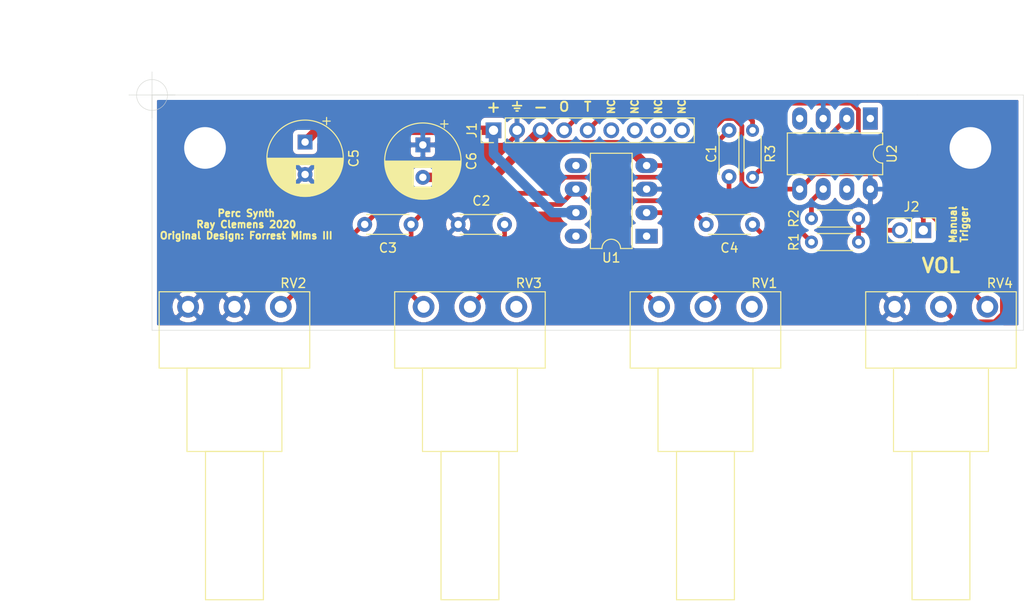
<source format=kicad_pcb>
(kicad_pcb (version 20171130) (host pcbnew "(5.1.6)-1")

  (general
    (thickness 1.6)
    (drawings 25)
    (tracks 77)
    (zones 0)
    (modules 17)
    (nets 26)
  )

  (page A4)
  (layers
    (0 F.Cu signal)
    (31 B.Cu signal)
    (32 B.Adhes user)
    (33 F.Adhes user)
    (34 B.Paste user)
    (35 F.Paste user)
    (36 B.SilkS user)
    (37 F.SilkS user)
    (38 B.Mask user)
    (39 F.Mask user)
    (40 Dwgs.User user)
    (41 Cmts.User user)
    (42 Eco1.User user)
    (43 Eco2.User user)
    (44 Edge.Cuts user)
    (45 Margin user)
    (46 B.CrtYd user)
    (47 F.CrtYd user)
    (48 B.Fab user)
    (49 F.Fab user)
  )

  (setup
    (last_trace_width 0.508)
    (user_trace_width 0.508)
    (user_trace_width 1.016)
    (trace_clearance 0.2)
    (zone_clearance 0.508)
    (zone_45_only no)
    (trace_min 0.16)
    (via_size 0.8)
    (via_drill 0.4)
    (via_min_size 0.6)
    (via_min_drill 0.3)
    (uvia_size 0.3)
    (uvia_drill 0.2)
    (uvias_allowed no)
    (uvia_min_size 0.3)
    (uvia_min_drill 0.2)
    (edge_width 0.05)
    (segment_width 0.2)
    (pcb_text_width 0.3)
    (pcb_text_size 1.5 1.5)
    (mod_edge_width 0.12)
    (mod_text_size 1 1)
    (mod_text_width 0.15)
    (pad_size 1.524 1.524)
    (pad_drill 0.762)
    (pad_to_mask_clearance 0.05)
    (aux_axis_origin 0 0)
    (visible_elements 7FFFFFFF)
    (pcbplotparams
      (layerselection 0x010f0_ffffffff)
      (usegerberextensions false)
      (usegerberattributes true)
      (usegerberadvancedattributes true)
      (creategerberjobfile true)
      (excludeedgelayer true)
      (linewidth 0.100000)
      (plotframeref false)
      (viasonmask false)
      (mode 1)
      (useauxorigin false)
      (hpglpennumber 1)
      (hpglpenspeed 20)
      (hpglpendiameter 15.000000)
      (psnegative false)
      (psa4output false)
      (plotreference true)
      (plotvalue true)
      (plotinvisibletext false)
      (padsonsilk false)
      (subtractmaskfromsilk false)
      (outputformat 1)
      (mirror false)
      (drillshape 0)
      (scaleselection 1)
      (outputdirectory "gerb/"))
  )

  (net 0 "")
  (net 1 "Net-(C1-Pad2)")
  (net 2 "Net-(C1-Pad1)")
  (net 3 GND)
  (net 4 "Net-(C2-Pad1)")
  (net 5 "Net-(C3-Pad1)")
  (net 6 "Net-(C4-Pad1)")
  (net 7 +15V)
  (net 8 -15V)
  (net 9 "Net-(J1-Pad9)")
  (net 10 "Net-(J1-Pad8)")
  (net 11 "Net-(J1-Pad7)")
  (net 12 "Net-(J1-Pad6)")
  (net 13 /TRIGGER)
  (net 14 /OUT)
  (net 15 "Net-(RV1-Pad3)")
  (net 16 "Net-(U1-Pad8)")
  (net 17 "Net-(U1-Pad5)")
  (net 18 "Net-(U1-Pad1)")
  (net 19 "Net-(RV3-Pad3)")
  (net 20 "Net-(J2-Pad2)")
  (net 21 "Net-(R2-Pad2)")
  (net 22 "Net-(R3-Pad2)")
  (net 23 "Net-(U2-Pad4)")
  (net 24 "Net-(U2-Pad7)")
  (net 25 "Net-(U2-Pad1)")

  (net_class Default "This is the default net class."
    (clearance 0.2)
    (trace_width 0.25)
    (via_dia 0.8)
    (via_drill 0.4)
    (uvia_dia 0.3)
    (uvia_drill 0.2)
    (add_net +15V)
    (add_net -15V)
    (add_net /OUT)
    (add_net /TRIGGER)
    (add_net GND)
    (add_net "Net-(C1-Pad1)")
    (add_net "Net-(C1-Pad2)")
    (add_net "Net-(C2-Pad1)")
    (add_net "Net-(C3-Pad1)")
    (add_net "Net-(C4-Pad1)")
    (add_net "Net-(J1-Pad6)")
    (add_net "Net-(J1-Pad7)")
    (add_net "Net-(J1-Pad8)")
    (add_net "Net-(J1-Pad9)")
    (add_net "Net-(J2-Pad2)")
    (add_net "Net-(R2-Pad2)")
    (add_net "Net-(R3-Pad2)")
    (add_net "Net-(RV1-Pad3)")
    (add_net "Net-(RV3-Pad3)")
    (add_net "Net-(U1-Pad1)")
    (add_net "Net-(U1-Pad5)")
    (add_net "Net-(U1-Pad8)")
    (add_net "Net-(U2-Pad1)")
    (add_net "Net-(U2-Pad4)")
    (add_net "Net-(U2-Pad7)")
  )

  (module Package_DIP:DIP-8_W7.62mm_LongPads (layer F.Cu) (tedit 5A02E8C5) (tstamp 60156C39)
    (at 213.36 121.92 270)
    (descr "8-lead though-hole mounted DIP package, row spacing 7.62 mm (300 mils), LongPads")
    (tags "THT DIP DIL PDIP 2.54mm 7.62mm 300mil LongPads")
    (path /6015B0C1)
    (fp_text reference U2 (at 3.81 -2.33 90) (layer F.SilkS)
      (effects (font (size 1 1) (thickness 0.15)))
    )
    (fp_text value 6N139 (at 3.81 9.95 90) (layer F.Fab)
      (effects (font (size 1 1) (thickness 0.15)))
    )
    (fp_text user %R (at 3.81 3.81) (layer F.Fab)
      (effects (font (size 1 1) (thickness 0.15)))
    )
    (fp_arc (start 3.81 -1.33) (end 2.81 -1.33) (angle -180) (layer F.SilkS) (width 0.12))
    (fp_line (start 1.635 -1.27) (end 6.985 -1.27) (layer F.Fab) (width 0.1))
    (fp_line (start 6.985 -1.27) (end 6.985 8.89) (layer F.Fab) (width 0.1))
    (fp_line (start 6.985 8.89) (end 0.635 8.89) (layer F.Fab) (width 0.1))
    (fp_line (start 0.635 8.89) (end 0.635 -0.27) (layer F.Fab) (width 0.1))
    (fp_line (start 0.635 -0.27) (end 1.635 -1.27) (layer F.Fab) (width 0.1))
    (fp_line (start 2.81 -1.33) (end 1.56 -1.33) (layer F.SilkS) (width 0.12))
    (fp_line (start 1.56 -1.33) (end 1.56 8.95) (layer F.SilkS) (width 0.12))
    (fp_line (start 1.56 8.95) (end 6.06 8.95) (layer F.SilkS) (width 0.12))
    (fp_line (start 6.06 8.95) (end 6.06 -1.33) (layer F.SilkS) (width 0.12))
    (fp_line (start 6.06 -1.33) (end 4.81 -1.33) (layer F.SilkS) (width 0.12))
    (fp_line (start -1.45 -1.55) (end -1.45 9.15) (layer F.CrtYd) (width 0.05))
    (fp_line (start -1.45 9.15) (end 9.1 9.15) (layer F.CrtYd) (width 0.05))
    (fp_line (start 9.1 9.15) (end 9.1 -1.55) (layer F.CrtYd) (width 0.05))
    (fp_line (start 9.1 -1.55) (end -1.45 -1.55) (layer F.CrtYd) (width 0.05))
    (pad 8 thru_hole oval (at 7.62 0 270) (size 2.4 1.6) (drill 0.8) (layers *.Cu *.Mask)
      (net 3 GND))
    (pad 4 thru_hole oval (at 0 7.62 270) (size 2.4 1.6) (drill 0.8) (layers *.Cu *.Mask)
      (net 23 "Net-(U2-Pad4)"))
    (pad 7 thru_hole oval (at 7.62 2.54 270) (size 2.4 1.6) (drill 0.8) (layers *.Cu *.Mask)
      (net 24 "Net-(U2-Pad7)"))
    (pad 3 thru_hole oval (at 0 5.08 270) (size 2.4 1.6) (drill 0.8) (layers *.Cu *.Mask)
      (net 3 GND))
    (pad 6 thru_hole oval (at 7.62 5.08 270) (size 2.4 1.6) (drill 0.8) (layers *.Cu *.Mask)
      (net 21 "Net-(R2-Pad2)"))
    (pad 2 thru_hole oval (at 0 2.54 270) (size 2.4 1.6) (drill 0.8) (layers *.Cu *.Mask)
      (net 22 "Net-(R3-Pad2)"))
    (pad 5 thru_hole oval (at 7.62 7.62 270) (size 2.4 1.6) (drill 0.8) (layers *.Cu *.Mask)
      (net 8 -15V))
    (pad 1 thru_hole rect (at 0 0 270) (size 2.4 1.6) (drill 0.8) (layers *.Cu *.Mask)
      (net 25 "Net-(U2-Pad1)"))
    (model ${KISYS3DMOD}/Package_DIP.3dshapes/DIP-8_W7.62mm.wrl
      (at (xyz 0 0 0))
      (scale (xyz 1 1 1))
      (rotate (xyz 0 0 0))
    )
  )

  (module Package_DIP:DIP-8_W7.62mm_LongPads (layer F.Cu) (tedit 5A02E8C5) (tstamp 5FBEE59F)
    (at 189.23 134.62 180)
    (descr "8-lead though-hole mounted DIP package, row spacing 7.62 mm (300 mils), LongPads")
    (tags "THT DIP DIL PDIP 2.54mm 7.62mm 300mil LongPads")
    (path /5FBEDDA8)
    (fp_text reference U1 (at 3.81 -2.33) (layer F.SilkS)
      (effects (font (size 1 1) (thickness 0.15)))
    )
    (fp_text value LM741 (at 3.81 9.95) (layer F.Fab)
      (effects (font (size 1 1) (thickness 0.15)))
    )
    (fp_text user %R (at 3.81 3.81) (layer F.Fab)
      (effects (font (size 1 1) (thickness 0.15)))
    )
    (fp_arc (start 3.81 -1.33) (end 2.81 -1.33) (angle -180) (layer F.SilkS) (width 0.12))
    (fp_line (start 1.635 -1.27) (end 6.985 -1.27) (layer F.Fab) (width 0.1))
    (fp_line (start 6.985 -1.27) (end 6.985 8.89) (layer F.Fab) (width 0.1))
    (fp_line (start 6.985 8.89) (end 0.635 8.89) (layer F.Fab) (width 0.1))
    (fp_line (start 0.635 8.89) (end 0.635 -0.27) (layer F.Fab) (width 0.1))
    (fp_line (start 0.635 -0.27) (end 1.635 -1.27) (layer F.Fab) (width 0.1))
    (fp_line (start 2.81 -1.33) (end 1.56 -1.33) (layer F.SilkS) (width 0.12))
    (fp_line (start 1.56 -1.33) (end 1.56 8.95) (layer F.SilkS) (width 0.12))
    (fp_line (start 1.56 8.95) (end 6.06 8.95) (layer F.SilkS) (width 0.12))
    (fp_line (start 6.06 8.95) (end 6.06 -1.33) (layer F.SilkS) (width 0.12))
    (fp_line (start 6.06 -1.33) (end 4.81 -1.33) (layer F.SilkS) (width 0.12))
    (fp_line (start -1.45 -1.55) (end -1.45 9.15) (layer F.CrtYd) (width 0.05))
    (fp_line (start -1.45 9.15) (end 9.1 9.15) (layer F.CrtYd) (width 0.05))
    (fp_line (start 9.1 9.15) (end 9.1 -1.55) (layer F.CrtYd) (width 0.05))
    (fp_line (start 9.1 -1.55) (end -1.45 -1.55) (layer F.CrtYd) (width 0.05))
    (pad 8 thru_hole oval (at 7.62 0 180) (size 2.4 1.6) (drill 0.8) (layers *.Cu *.Mask)
      (net 16 "Net-(U1-Pad8)"))
    (pad 4 thru_hole oval (at 0 7.62 180) (size 2.4 1.6) (drill 0.8) (layers *.Cu *.Mask)
      (net 8 -15V))
    (pad 7 thru_hole oval (at 7.62 2.54 180) (size 2.4 1.6) (drill 0.8) (layers *.Cu *.Mask)
      (net 7 +15V))
    (pad 3 thru_hole oval (at 0 5.08 180) (size 2.4 1.6) (drill 0.8) (layers *.Cu *.Mask)
      (net 3 GND))
    (pad 6 thru_hole oval (at 7.62 5.08 180) (size 2.4 1.6) (drill 0.8) (layers *.Cu *.Mask)
      (net 5 "Net-(C3-Pad1)"))
    (pad 2 thru_hole oval (at 0 2.54 180) (size 2.4 1.6) (drill 0.8) (layers *.Cu *.Mask)
      (net 1 "Net-(C1-Pad2)"))
    (pad 5 thru_hole oval (at 7.62 7.62 180) (size 2.4 1.6) (drill 0.8) (layers *.Cu *.Mask)
      (net 17 "Net-(U1-Pad5)"))
    (pad 1 thru_hole rect (at 0 0 180) (size 2.4 1.6) (drill 0.8) (layers *.Cu *.Mask)
      (net 18 "Net-(U1-Pad1)"))
    (model ${KISYS3DMOD}/Package_DIP.3dshapes/DIP-8_W7.62mm.wrl
      (at (xyz 0 0 0))
      (scale (xyz 1 1 1))
      (rotate (xyz 0 0 0))
    )
  )

  (module Connector_PinHeader_2.54mm:PinHeader_1x02_P2.54mm_Vertical (layer F.Cu) (tedit 59FED5CC) (tstamp 5FBF5CEB)
    (at 219.075 133.985 270)
    (descr "Through hole straight pin header, 1x02, 2.54mm pitch, single row")
    (tags "Through hole pin header THT 1x02 2.54mm single row")
    (path /5FC3D15D)
    (fp_text reference J2 (at -2.54 1.27) (layer F.SilkS)
      (effects (font (size 1 1) (thickness 0.15)))
    )
    (fp_text value Conn_01x02_Male (at 0 4.87 90) (layer F.Fab)
      (effects (font (size 1 1) (thickness 0.15)))
    )
    (fp_line (start -0.635 -1.27) (end 1.27 -1.27) (layer F.Fab) (width 0.1))
    (fp_line (start 1.27 -1.27) (end 1.27 3.81) (layer F.Fab) (width 0.1))
    (fp_line (start 1.27 3.81) (end -1.27 3.81) (layer F.Fab) (width 0.1))
    (fp_line (start -1.27 3.81) (end -1.27 -0.635) (layer F.Fab) (width 0.1))
    (fp_line (start -1.27 -0.635) (end -0.635 -1.27) (layer F.Fab) (width 0.1))
    (fp_line (start -1.33 3.87) (end 1.33 3.87) (layer F.SilkS) (width 0.12))
    (fp_line (start -1.33 1.27) (end -1.33 3.87) (layer F.SilkS) (width 0.12))
    (fp_line (start 1.33 1.27) (end 1.33 3.87) (layer F.SilkS) (width 0.12))
    (fp_line (start -1.33 1.27) (end 1.33 1.27) (layer F.SilkS) (width 0.12))
    (fp_line (start -1.33 0) (end -1.33 -1.33) (layer F.SilkS) (width 0.12))
    (fp_line (start -1.33 -1.33) (end 0 -1.33) (layer F.SilkS) (width 0.12))
    (fp_line (start -1.8 -1.8) (end -1.8 4.35) (layer F.CrtYd) (width 0.05))
    (fp_line (start -1.8 4.35) (end 1.8 4.35) (layer F.CrtYd) (width 0.05))
    (fp_line (start 1.8 4.35) (end 1.8 -1.8) (layer F.CrtYd) (width 0.05))
    (fp_line (start 1.8 -1.8) (end -1.8 -1.8) (layer F.CrtYd) (width 0.05))
    (fp_text user %R (at 0 1.27) (layer F.Fab)
      (effects (font (size 1 1) (thickness 0.15)))
    )
    (pad 2 thru_hole oval (at 0 2.54 270) (size 1.7 1.7) (drill 1) (layers *.Cu *.Mask)
      (net 20 "Net-(J2-Pad2)"))
    (pad 1 thru_hole rect (at 0 0 270) (size 1.7 1.7) (drill 1) (layers *.Cu *.Mask)
      (net 8 -15V))
    (model ${KISYS3DMOD}/Connector_PinHeader_2.54mm.3dshapes/PinHeader_1x02_P2.54mm_Vertical.wrl
      (at (xyz 0 0 0))
      (scale (xyz 1 1 1))
      (rotate (xyz 0 0 0))
    )
  )

  (module Potentiometer_THT:Potentiometer_Piher_PC-16_Single_Horizontal (layer F.Cu) (tedit 5A3D4993) (tstamp 5FBEE583)
    (at 215.98 142.24 270)
    (descr "Potentiometer, horizontal, Piher PC-16 Single, http://www.piher-nacesa.com/pdf/20-PC16v03.pdf")
    (tags "Potentiometer horizontal Piher PC-16 Single")
    (path /5FBEEF18)
    (fp_text reference RV4 (at -2.54 -11.35 180) (layer F.SilkS)
      (effects (font (size 1 1) (thickness 0.15)))
    )
    (fp_text value 10k (at 0 4.25 90) (layer F.Fab)
      (effects (font (size 1 1) (thickness 0.15)))
    )
    (fp_line (start 31.75 -13.25) (end -1.75 -13.25) (layer F.CrtYd) (width 0.05))
    (fp_line (start 31.75 3.25) (end 31.75 -13.25) (layer F.CrtYd) (width 0.05))
    (fp_line (start -1.75 3.25) (end 31.75 3.25) (layer F.CrtYd) (width 0.05))
    (fp_line (start -1.75 -13.25) (end -1.75 3.25) (layer F.CrtYd) (width 0.05))
    (fp_line (start 31.62 -8.12) (end 31.62 -1.879) (layer F.SilkS) (width 0.12))
    (fp_line (start 15.62 -8.12) (end 15.62 -1.879) (layer F.SilkS) (width 0.12))
    (fp_line (start 15.62 -1.879) (end 31.62 -1.879) (layer F.SilkS) (width 0.12))
    (fp_line (start 15.62 -8.12) (end 31.62 -8.12) (layer F.SilkS) (width 0.12))
    (fp_line (start 15.62 -10.12) (end 15.62 0.12) (layer F.SilkS) (width 0.12))
    (fp_line (start 6.62 -10.12) (end 6.62 0.12) (layer F.SilkS) (width 0.12))
    (fp_line (start 6.62 0.12) (end 15.62 0.12) (layer F.SilkS) (width 0.12))
    (fp_line (start 6.62 -10.12) (end 15.62 -10.12) (layer F.SilkS) (width 0.12))
    (fp_line (start 6.62 -13.12) (end 6.62 3.12) (layer F.SilkS) (width 0.12))
    (fp_line (start -1.62 -13.12) (end -1.62 3.12) (layer F.SilkS) (width 0.12))
    (fp_line (start -1.62 3.12) (end 6.62 3.12) (layer F.SilkS) (width 0.12))
    (fp_line (start -1.62 -13.12) (end 6.62 -13.12) (layer F.SilkS) (width 0.12))
    (fp_line (start 31.5 -8) (end 15.5 -8) (layer F.Fab) (width 0.1))
    (fp_line (start 31.5 -2) (end 31.5 -8) (layer F.Fab) (width 0.1))
    (fp_line (start 15.5 -2) (end 31.5 -2) (layer F.Fab) (width 0.1))
    (fp_line (start 15.5 -8) (end 15.5 -2) (layer F.Fab) (width 0.1))
    (fp_line (start 15.5 -10) (end 6.5 -10) (layer F.Fab) (width 0.1))
    (fp_line (start 15.5 0) (end 15.5 -10) (layer F.Fab) (width 0.1))
    (fp_line (start 6.5 0) (end 15.5 0) (layer F.Fab) (width 0.1))
    (fp_line (start 6.5 -10) (end 6.5 0) (layer F.Fab) (width 0.1))
    (fp_line (start 6.5 -13) (end -1.5 -13) (layer F.Fab) (width 0.1))
    (fp_line (start 6.5 3) (end 6.5 -13) (layer F.Fab) (width 0.1))
    (fp_line (start -1.5 3) (end 6.5 3) (layer F.Fab) (width 0.1))
    (fp_line (start -1.5 -13) (end -1.5 3) (layer F.Fab) (width 0.1))
    (fp_text user %R (at 2.5 -5 90) (layer F.Fab)
      (effects (font (size 1 1) (thickness 0.15)))
    )
    (pad 1 thru_hole circle (at 0 0 270) (size 2.34 2.34) (drill 1.3) (layers *.Cu *.Mask)
      (net 3 GND))
    (pad 2 thru_hole circle (at 0 -5 270) (size 2.34 2.34) (drill 1.3) (layers *.Cu *.Mask)
      (net 14 /OUT))
    (pad 3 thru_hole circle (at 0 -10 270) (size 2.34 2.34) (drill 1.3) (layers *.Cu *.Mask)
      (net 6 "Net-(C4-Pad1)"))
    (model ${KISYS3DMOD}/Potentiometer_THT.3dshapes/Potentiometer_Piher_PC-16_Single_Horizontal.wrl
      (at (xyz 0 0 0))
      (scale (xyz 1 1 1))
      (rotate (xyz 0 0 0))
    )
  )

  (module Potentiometer_THT:Potentiometer_Piher_PC-16_Single_Horizontal (layer F.Cu) (tedit 5A3D4993) (tstamp 5FBEE55F)
    (at 165.18 142.24 270)
    (descr "Potentiometer, horizontal, Piher PC-16 Single, http://www.piher-nacesa.com/pdf/20-PC16v03.pdf")
    (tags "Potentiometer horizontal Piher PC-16 Single")
    (path /5FBEEB2A)
    (fp_text reference RV3 (at -2.54 -11.35 180) (layer F.SilkS)
      (effects (font (size 1 1) (thickness 0.15)))
    )
    (fp_text value 100k (at 0 4.25 90) (layer F.Fab)
      (effects (font (size 1 1) (thickness 0.15)))
    )
    (fp_line (start 31.75 -13.25) (end -1.75 -13.25) (layer F.CrtYd) (width 0.05))
    (fp_line (start 31.75 3.25) (end 31.75 -13.25) (layer F.CrtYd) (width 0.05))
    (fp_line (start -1.75 3.25) (end 31.75 3.25) (layer F.CrtYd) (width 0.05))
    (fp_line (start -1.75 -13.25) (end -1.75 3.25) (layer F.CrtYd) (width 0.05))
    (fp_line (start 31.62 -8.12) (end 31.62 -1.879) (layer F.SilkS) (width 0.12))
    (fp_line (start 15.62 -8.12) (end 15.62 -1.879) (layer F.SilkS) (width 0.12))
    (fp_line (start 15.62 -1.879) (end 31.62 -1.879) (layer F.SilkS) (width 0.12))
    (fp_line (start 15.62 -8.12) (end 31.62 -8.12) (layer F.SilkS) (width 0.12))
    (fp_line (start 15.62 -10.12) (end 15.62 0.12) (layer F.SilkS) (width 0.12))
    (fp_line (start 6.62 -10.12) (end 6.62 0.12) (layer F.SilkS) (width 0.12))
    (fp_line (start 6.62 0.12) (end 15.62 0.12) (layer F.SilkS) (width 0.12))
    (fp_line (start 6.62 -10.12) (end 15.62 -10.12) (layer F.SilkS) (width 0.12))
    (fp_line (start 6.62 -13.12) (end 6.62 3.12) (layer F.SilkS) (width 0.12))
    (fp_line (start -1.62 -13.12) (end -1.62 3.12) (layer F.SilkS) (width 0.12))
    (fp_line (start -1.62 3.12) (end 6.62 3.12) (layer F.SilkS) (width 0.12))
    (fp_line (start -1.62 -13.12) (end 6.62 -13.12) (layer F.SilkS) (width 0.12))
    (fp_line (start 31.5 -8) (end 15.5 -8) (layer F.Fab) (width 0.1))
    (fp_line (start 31.5 -2) (end 31.5 -8) (layer F.Fab) (width 0.1))
    (fp_line (start 15.5 -2) (end 31.5 -2) (layer F.Fab) (width 0.1))
    (fp_line (start 15.5 -8) (end 15.5 -2) (layer F.Fab) (width 0.1))
    (fp_line (start 15.5 -10) (end 6.5 -10) (layer F.Fab) (width 0.1))
    (fp_line (start 15.5 0) (end 15.5 -10) (layer F.Fab) (width 0.1))
    (fp_line (start 6.5 0) (end 15.5 0) (layer F.Fab) (width 0.1))
    (fp_line (start 6.5 -10) (end 6.5 0) (layer F.Fab) (width 0.1))
    (fp_line (start 6.5 -13) (end -1.5 -13) (layer F.Fab) (width 0.1))
    (fp_line (start 6.5 3) (end 6.5 -13) (layer F.Fab) (width 0.1))
    (fp_line (start -1.5 3) (end 6.5 3) (layer F.Fab) (width 0.1))
    (fp_line (start -1.5 -13) (end -1.5 3) (layer F.Fab) (width 0.1))
    (fp_text user %R (at 2.5 -5 90) (layer F.Fab)
      (effects (font (size 1 1) (thickness 0.15)))
    )
    (pad 1 thru_hole circle (at 0 0 270) (size 2.34 2.34) (drill 1.3) (layers *.Cu *.Mask)
      (net 5 "Net-(C3-Pad1)"))
    (pad 2 thru_hole circle (at 0 -5 270) (size 2.34 2.34) (drill 1.3) (layers *.Cu *.Mask)
      (net 4 "Net-(C2-Pad1)"))
    (pad 3 thru_hole circle (at 0 -10 270) (size 2.34 2.34) (drill 1.3) (layers *.Cu *.Mask)
      (net 19 "Net-(RV3-Pad3)"))
    (model ${KISYS3DMOD}/Potentiometer_THT.3dshapes/Potentiometer_Piher_PC-16_Single_Horizontal.wrl
      (at (xyz 0 0 0))
      (scale (xyz 1 1 1))
      (rotate (xyz 0 0 0))
    )
  )

  (module Potentiometer_THT:Potentiometer_Piher_PC-16_Single_Horizontal (layer F.Cu) (tedit 5A3D4993) (tstamp 5FBEE53B)
    (at 139.78 142.24 270)
    (descr "Potentiometer, horizontal, Piher PC-16 Single, http://www.piher-nacesa.com/pdf/20-PC16v03.pdf")
    (tags "Potentiometer horizontal Piher PC-16 Single")
    (path /5FBED567)
    (fp_text reference RV2 (at -2.54 -11.35 180) (layer F.SilkS)
      (effects (font (size 1 1) (thickness 0.15)))
    )
    (fp_text value 1M (at 0 4.25 90) (layer F.Fab)
      (effects (font (size 1 1) (thickness 0.15)))
    )
    (fp_line (start 31.75 -13.25) (end -1.75 -13.25) (layer F.CrtYd) (width 0.05))
    (fp_line (start 31.75 3.25) (end 31.75 -13.25) (layer F.CrtYd) (width 0.05))
    (fp_line (start -1.75 3.25) (end 31.75 3.25) (layer F.CrtYd) (width 0.05))
    (fp_line (start -1.75 -13.25) (end -1.75 3.25) (layer F.CrtYd) (width 0.05))
    (fp_line (start 31.62 -8.12) (end 31.62 -1.879) (layer F.SilkS) (width 0.12))
    (fp_line (start 15.62 -8.12) (end 15.62 -1.879) (layer F.SilkS) (width 0.12))
    (fp_line (start 15.62 -1.879) (end 31.62 -1.879) (layer F.SilkS) (width 0.12))
    (fp_line (start 15.62 -8.12) (end 31.62 -8.12) (layer F.SilkS) (width 0.12))
    (fp_line (start 15.62 -10.12) (end 15.62 0.12) (layer F.SilkS) (width 0.12))
    (fp_line (start 6.62 -10.12) (end 6.62 0.12) (layer F.SilkS) (width 0.12))
    (fp_line (start 6.62 0.12) (end 15.62 0.12) (layer F.SilkS) (width 0.12))
    (fp_line (start 6.62 -10.12) (end 15.62 -10.12) (layer F.SilkS) (width 0.12))
    (fp_line (start 6.62 -13.12) (end 6.62 3.12) (layer F.SilkS) (width 0.12))
    (fp_line (start -1.62 -13.12) (end -1.62 3.12) (layer F.SilkS) (width 0.12))
    (fp_line (start -1.62 3.12) (end 6.62 3.12) (layer F.SilkS) (width 0.12))
    (fp_line (start -1.62 -13.12) (end 6.62 -13.12) (layer F.SilkS) (width 0.12))
    (fp_line (start 31.5 -8) (end 15.5 -8) (layer F.Fab) (width 0.1))
    (fp_line (start 31.5 -2) (end 31.5 -8) (layer F.Fab) (width 0.1))
    (fp_line (start 15.5 -2) (end 31.5 -2) (layer F.Fab) (width 0.1))
    (fp_line (start 15.5 -8) (end 15.5 -2) (layer F.Fab) (width 0.1))
    (fp_line (start 15.5 -10) (end 6.5 -10) (layer F.Fab) (width 0.1))
    (fp_line (start 15.5 0) (end 15.5 -10) (layer F.Fab) (width 0.1))
    (fp_line (start 6.5 0) (end 15.5 0) (layer F.Fab) (width 0.1))
    (fp_line (start 6.5 -10) (end 6.5 0) (layer F.Fab) (width 0.1))
    (fp_line (start 6.5 -13) (end -1.5 -13) (layer F.Fab) (width 0.1))
    (fp_line (start 6.5 3) (end 6.5 -13) (layer F.Fab) (width 0.1))
    (fp_line (start -1.5 3) (end 6.5 3) (layer F.Fab) (width 0.1))
    (fp_line (start -1.5 -13) (end -1.5 3) (layer F.Fab) (width 0.1))
    (fp_text user %R (at 2.5 -5 90) (layer F.Fab)
      (effects (font (size 1 1) (thickness 0.15)))
    )
    (pad 1 thru_hole circle (at 0 0 270) (size 2.34 2.34) (drill 1.3) (layers *.Cu *.Mask)
      (net 3 GND))
    (pad 2 thru_hole circle (at 0 -5 270) (size 2.34 2.34) (drill 1.3) (layers *.Cu *.Mask)
      (net 3 GND))
    (pad 3 thru_hole circle (at 0 -10 270) (size 2.34 2.34) (drill 1.3) (layers *.Cu *.Mask)
      (net 2 "Net-(C1-Pad1)"))
    (model ${KISYS3DMOD}/Potentiometer_THT.3dshapes/Potentiometer_Piher_PC-16_Single_Horizontal.wrl
      (at (xyz 0 0 0))
      (scale (xyz 1 1 1))
      (rotate (xyz 0 0 0))
    )
  )

  (module Potentiometer_THT:Potentiometer_Piher_PC-16_Single_Horizontal (layer F.Cu) (tedit 5A3D4993) (tstamp 5FBEE517)
    (at 190.58 142.24 270)
    (descr "Potentiometer, horizontal, Piher PC-16 Single, http://www.piher-nacesa.com/pdf/20-PC16v03.pdf")
    (tags "Potentiometer horizontal Piher PC-16 Single")
    (path /5FBEED2D)
    (fp_text reference RV1 (at -2.54 -11.35 180) (layer F.SilkS)
      (effects (font (size 1 1) (thickness 0.15)))
    )
    (fp_text value 100k (at 0 4.25 90) (layer F.Fab)
      (effects (font (size 1 1) (thickness 0.15)))
    )
    (fp_line (start 31.75 -13.25) (end -1.75 -13.25) (layer F.CrtYd) (width 0.05))
    (fp_line (start 31.75 3.25) (end 31.75 -13.25) (layer F.CrtYd) (width 0.05))
    (fp_line (start -1.75 3.25) (end 31.75 3.25) (layer F.CrtYd) (width 0.05))
    (fp_line (start -1.75 -13.25) (end -1.75 3.25) (layer F.CrtYd) (width 0.05))
    (fp_line (start 31.62 -8.12) (end 31.62 -1.879) (layer F.SilkS) (width 0.12))
    (fp_line (start 15.62 -8.12) (end 15.62 -1.879) (layer F.SilkS) (width 0.12))
    (fp_line (start 15.62 -1.879) (end 31.62 -1.879) (layer F.SilkS) (width 0.12))
    (fp_line (start 15.62 -8.12) (end 31.62 -8.12) (layer F.SilkS) (width 0.12))
    (fp_line (start 15.62 -10.12) (end 15.62 0.12) (layer F.SilkS) (width 0.12))
    (fp_line (start 6.62 -10.12) (end 6.62 0.12) (layer F.SilkS) (width 0.12))
    (fp_line (start 6.62 0.12) (end 15.62 0.12) (layer F.SilkS) (width 0.12))
    (fp_line (start 6.62 -10.12) (end 15.62 -10.12) (layer F.SilkS) (width 0.12))
    (fp_line (start 6.62 -13.12) (end 6.62 3.12) (layer F.SilkS) (width 0.12))
    (fp_line (start -1.62 -13.12) (end -1.62 3.12) (layer F.SilkS) (width 0.12))
    (fp_line (start -1.62 3.12) (end 6.62 3.12) (layer F.SilkS) (width 0.12))
    (fp_line (start -1.62 -13.12) (end 6.62 -13.12) (layer F.SilkS) (width 0.12))
    (fp_line (start 31.5 -8) (end 15.5 -8) (layer F.Fab) (width 0.1))
    (fp_line (start 31.5 -2) (end 31.5 -8) (layer F.Fab) (width 0.1))
    (fp_line (start 15.5 -2) (end 31.5 -2) (layer F.Fab) (width 0.1))
    (fp_line (start 15.5 -8) (end 15.5 -2) (layer F.Fab) (width 0.1))
    (fp_line (start 15.5 -10) (end 6.5 -10) (layer F.Fab) (width 0.1))
    (fp_line (start 15.5 0) (end 15.5 -10) (layer F.Fab) (width 0.1))
    (fp_line (start 6.5 0) (end 15.5 0) (layer F.Fab) (width 0.1))
    (fp_line (start 6.5 -10) (end 6.5 0) (layer F.Fab) (width 0.1))
    (fp_line (start 6.5 -13) (end -1.5 -13) (layer F.Fab) (width 0.1))
    (fp_line (start 6.5 3) (end 6.5 -13) (layer F.Fab) (width 0.1))
    (fp_line (start -1.5 3) (end 6.5 3) (layer F.Fab) (width 0.1))
    (fp_line (start -1.5 -13) (end -1.5 3) (layer F.Fab) (width 0.1))
    (fp_text user %R (at 2.5 -5 90) (layer F.Fab)
      (effects (font (size 1 1) (thickness 0.15)))
    )
    (pad 1 thru_hole circle (at 0 0 270) (size 2.34 2.34) (drill 1.3) (layers *.Cu *.Mask)
      (net 4 "Net-(C2-Pad1)"))
    (pad 2 thru_hole circle (at 0 -5 270) (size 2.34 2.34) (drill 1.3) (layers *.Cu *.Mask)
      (net 1 "Net-(C1-Pad2)"))
    (pad 3 thru_hole circle (at 0 -10 270) (size 2.34 2.34) (drill 1.3) (layers *.Cu *.Mask)
      (net 15 "Net-(RV1-Pad3)"))
    (model ${KISYS3DMOD}/Potentiometer_THT.3dshapes/Potentiometer_Piher_PC-16_Single_Horizontal.wrl
      (at (xyz 0 0 0))
      (scale (xyz 1 1 1))
      (rotate (xyz 0 0 0))
    )
  )

  (module Resistor_THT:R_Axial_DIN0204_L3.6mm_D1.6mm_P5.08mm_Horizontal (layer F.Cu) (tedit 5AE5139B) (tstamp 5FBEE4F3)
    (at 200.66 123.19 270)
    (descr "Resistor, Axial_DIN0204 series, Axial, Horizontal, pin pitch=5.08mm, 0.167W, length*diameter=3.6*1.6mm^2, http://cdn-reichelt.de/documents/datenblatt/B400/1_4W%23YAG.pdf")
    (tags "Resistor Axial_DIN0204 series Axial Horizontal pin pitch 5.08mm 0.167W length 3.6mm diameter 1.6mm")
    (path /5FC035F5)
    (fp_text reference R3 (at 2.54 -1.905 270) (layer F.SilkS)
      (effects (font (size 1 1) (thickness 0.15)))
    )
    (fp_text value 270 (at 2.54 1.92 90) (layer F.Fab)
      (effects (font (size 1 1) (thickness 0.15)))
    )
    (fp_line (start 6.03 -1.05) (end -0.95 -1.05) (layer F.CrtYd) (width 0.05))
    (fp_line (start 6.03 1.05) (end 6.03 -1.05) (layer F.CrtYd) (width 0.05))
    (fp_line (start -0.95 1.05) (end 6.03 1.05) (layer F.CrtYd) (width 0.05))
    (fp_line (start -0.95 -1.05) (end -0.95 1.05) (layer F.CrtYd) (width 0.05))
    (fp_line (start 0.62 0.92) (end 4.46 0.92) (layer F.SilkS) (width 0.12))
    (fp_line (start 0.62 -0.92) (end 4.46 -0.92) (layer F.SilkS) (width 0.12))
    (fp_line (start 5.08 0) (end 4.34 0) (layer F.Fab) (width 0.1))
    (fp_line (start 0 0) (end 0.74 0) (layer F.Fab) (width 0.1))
    (fp_line (start 4.34 -0.8) (end 0.74 -0.8) (layer F.Fab) (width 0.1))
    (fp_line (start 4.34 0.8) (end 4.34 -0.8) (layer F.Fab) (width 0.1))
    (fp_line (start 0.74 0.8) (end 4.34 0.8) (layer F.Fab) (width 0.1))
    (fp_line (start 0.74 -0.8) (end 0.74 0.8) (layer F.Fab) (width 0.1))
    (fp_text user %R (at 2.54 0 90) (layer F.Fab)
      (effects (font (size 0.72 0.72) (thickness 0.108)))
    )
    (pad 2 thru_hole oval (at 5.08 0 270) (size 1.4 1.4) (drill 0.7) (layers *.Cu *.Mask)
      (net 22 "Net-(R3-Pad2)"))
    (pad 1 thru_hole circle (at 0 0 270) (size 1.4 1.4) (drill 0.7) (layers *.Cu *.Mask)
      (net 13 /TRIGGER))
    (model ${KISYS3DMOD}/Resistor_THT.3dshapes/R_Axial_DIN0204_L3.6mm_D1.6mm_P5.08mm_Horizontal.wrl
      (at (xyz 0 0 0))
      (scale (xyz 1 1 1))
      (rotate (xyz 0 0 0))
    )
  )

  (module Resistor_THT:R_Axial_DIN0204_L3.6mm_D1.6mm_P5.08mm_Horizontal (layer F.Cu) (tedit 5AE5139B) (tstamp 5FBEE4E0)
    (at 212.09 132.715 180)
    (descr "Resistor, Axial_DIN0204 series, Axial, Horizontal, pin pitch=5.08mm, 0.167W, length*diameter=3.6*1.6mm^2, http://cdn-reichelt.de/documents/datenblatt/B400/1_4W%23YAG.pdf")
    (tags "Resistor Axial_DIN0204 series Axial Horizontal pin pitch 5.08mm 0.167W length 3.6mm diameter 1.6mm")
    (path /5FC03047)
    (fp_text reference R2 (at 6.985 0 90) (layer F.SilkS)
      (effects (font (size 1 1) (thickness 0.15)))
    )
    (fp_text value 1k (at 2.54 1.92) (layer F.Fab)
      (effects (font (size 1 1) (thickness 0.15)))
    )
    (fp_line (start 6.03 -1.05) (end -0.95 -1.05) (layer F.CrtYd) (width 0.05))
    (fp_line (start 6.03 1.05) (end 6.03 -1.05) (layer F.CrtYd) (width 0.05))
    (fp_line (start -0.95 1.05) (end 6.03 1.05) (layer F.CrtYd) (width 0.05))
    (fp_line (start -0.95 -1.05) (end -0.95 1.05) (layer F.CrtYd) (width 0.05))
    (fp_line (start 0.62 0.92) (end 4.46 0.92) (layer F.SilkS) (width 0.12))
    (fp_line (start 0.62 -0.92) (end 4.46 -0.92) (layer F.SilkS) (width 0.12))
    (fp_line (start 5.08 0) (end 4.34 0) (layer F.Fab) (width 0.1))
    (fp_line (start 0 0) (end 0.74 0) (layer F.Fab) (width 0.1))
    (fp_line (start 4.34 -0.8) (end 0.74 -0.8) (layer F.Fab) (width 0.1))
    (fp_line (start 4.34 0.8) (end 4.34 -0.8) (layer F.Fab) (width 0.1))
    (fp_line (start 0.74 0.8) (end 4.34 0.8) (layer F.Fab) (width 0.1))
    (fp_line (start 0.74 -0.8) (end 0.74 0.8) (layer F.Fab) (width 0.1))
    (fp_text user %R (at 2.54 0) (layer F.Fab)
      (effects (font (size 0.72 0.72) (thickness 0.108)))
    )
    (pad 2 thru_hole oval (at 5.08 0 180) (size 1.4 1.4) (drill 0.7) (layers *.Cu *.Mask)
      (net 21 "Net-(R2-Pad2)"))
    (pad 1 thru_hole circle (at 0 0 180) (size 1.4 1.4) (drill 0.7) (layers *.Cu *.Mask)
      (net 20 "Net-(J2-Pad2)"))
    (model ${KISYS3DMOD}/Resistor_THT.3dshapes/R_Axial_DIN0204_L3.6mm_D1.6mm_P5.08mm_Horizontal.wrl
      (at (xyz 0 0 0))
      (scale (xyz 1 1 1))
      (rotate (xyz 0 0 0))
    )
  )

  (module Resistor_THT:R_Axial_DIN0204_L3.6mm_D1.6mm_P5.08mm_Horizontal (layer F.Cu) (tedit 5AE5139B) (tstamp 5FBEE4CD)
    (at 207.01 135.255)
    (descr "Resistor, Axial_DIN0204 series, Axial, Horizontal, pin pitch=5.08mm, 0.167W, length*diameter=3.6*1.6mm^2, http://cdn-reichelt.de/documents/datenblatt/B400/1_4W%23YAG.pdf")
    (tags "Resistor Axial_DIN0204 series Axial Horizontal pin pitch 5.08mm 0.167W length 3.6mm diameter 1.6mm")
    (path /5FBEDA40)
    (fp_text reference R1 (at -1.905 0 90) (layer F.SilkS)
      (effects (font (size 1 1) (thickness 0.15)))
    )
    (fp_text value 10k (at 2.54 1.92) (layer F.Fab)
      (effects (font (size 1 1) (thickness 0.15)))
    )
    (fp_line (start 6.03 -1.05) (end -0.95 -1.05) (layer F.CrtYd) (width 0.05))
    (fp_line (start 6.03 1.05) (end 6.03 -1.05) (layer F.CrtYd) (width 0.05))
    (fp_line (start -0.95 1.05) (end 6.03 1.05) (layer F.CrtYd) (width 0.05))
    (fp_line (start -0.95 -1.05) (end -0.95 1.05) (layer F.CrtYd) (width 0.05))
    (fp_line (start 0.62 0.92) (end 4.46 0.92) (layer F.SilkS) (width 0.12))
    (fp_line (start 0.62 -0.92) (end 4.46 -0.92) (layer F.SilkS) (width 0.12))
    (fp_line (start 5.08 0) (end 4.34 0) (layer F.Fab) (width 0.1))
    (fp_line (start 0 0) (end 0.74 0) (layer F.Fab) (width 0.1))
    (fp_line (start 4.34 -0.8) (end 0.74 -0.8) (layer F.Fab) (width 0.1))
    (fp_line (start 4.34 0.8) (end 4.34 -0.8) (layer F.Fab) (width 0.1))
    (fp_line (start 0.74 0.8) (end 4.34 0.8) (layer F.Fab) (width 0.1))
    (fp_line (start 0.74 -0.8) (end 0.74 0.8) (layer F.Fab) (width 0.1))
    (fp_text user %R (at 2.54 0) (layer F.Fab)
      (effects (font (size 0.72 0.72) (thickness 0.108)))
    )
    (pad 2 thru_hole oval (at 5.08 0) (size 1.4 1.4) (drill 0.7) (layers *.Cu *.Mask)
      (net 20 "Net-(J2-Pad2)"))
    (pad 1 thru_hole circle (at 0 0) (size 1.4 1.4) (drill 0.7) (layers *.Cu *.Mask)
      (net 1 "Net-(C1-Pad2)"))
    (model ${KISYS3DMOD}/Resistor_THT.3dshapes/R_Axial_DIN0204_L3.6mm_D1.6mm_P5.08mm_Horizontal.wrl
      (at (xyz 0 0 0))
      (scale (xyz 1 1 1))
      (rotate (xyz 0 0 0))
    )
  )

  (module Connector_PinHeader_2.54mm:PinHeader_1x09_P2.54mm_Vertical (layer F.Cu) (tedit 59FED5CC) (tstamp 5FBEE4A8)
    (at 172.72 123.19 90)
    (descr "Through hole straight pin header, 1x09, 2.54mm pitch, single row")
    (tags "Through hole pin header THT 1x09 2.54mm single row")
    (path /5FBEFC31)
    (fp_text reference J1 (at 0 -2.33 90) (layer F.SilkS)
      (effects (font (size 1 1) (thickness 0.15)))
    )
    (fp_text value Conn_01x09_Male (at 0 22.65 90) (layer F.Fab)
      (effects (font (size 1 1) (thickness 0.15)))
    )
    (fp_line (start 1.8 -1.8) (end -1.8 -1.8) (layer F.CrtYd) (width 0.05))
    (fp_line (start 1.8 22.1) (end 1.8 -1.8) (layer F.CrtYd) (width 0.05))
    (fp_line (start -1.8 22.1) (end 1.8 22.1) (layer F.CrtYd) (width 0.05))
    (fp_line (start -1.8 -1.8) (end -1.8 22.1) (layer F.CrtYd) (width 0.05))
    (fp_line (start -1.33 -1.33) (end 0 -1.33) (layer F.SilkS) (width 0.12))
    (fp_line (start -1.33 0) (end -1.33 -1.33) (layer F.SilkS) (width 0.12))
    (fp_line (start -1.33 1.27) (end 1.33 1.27) (layer F.SilkS) (width 0.12))
    (fp_line (start 1.33 1.27) (end 1.33 21.65) (layer F.SilkS) (width 0.12))
    (fp_line (start -1.33 1.27) (end -1.33 21.65) (layer F.SilkS) (width 0.12))
    (fp_line (start -1.33 21.65) (end 1.33 21.65) (layer F.SilkS) (width 0.12))
    (fp_line (start -1.27 -0.635) (end -0.635 -1.27) (layer F.Fab) (width 0.1))
    (fp_line (start -1.27 21.59) (end -1.27 -0.635) (layer F.Fab) (width 0.1))
    (fp_line (start 1.27 21.59) (end -1.27 21.59) (layer F.Fab) (width 0.1))
    (fp_line (start 1.27 -1.27) (end 1.27 21.59) (layer F.Fab) (width 0.1))
    (fp_line (start -0.635 -1.27) (end 1.27 -1.27) (layer F.Fab) (width 0.1))
    (fp_text user %R (at 0 10.16) (layer F.Fab)
      (effects (font (size 1 1) (thickness 0.15)))
    )
    (pad 9 thru_hole oval (at 0 20.32 90) (size 1.7 1.7) (drill 1) (layers *.Cu *.Mask)
      (net 9 "Net-(J1-Pad9)"))
    (pad 8 thru_hole oval (at 0 17.78 90) (size 1.7 1.7) (drill 1) (layers *.Cu *.Mask)
      (net 10 "Net-(J1-Pad8)"))
    (pad 7 thru_hole oval (at 0 15.24 90) (size 1.7 1.7) (drill 1) (layers *.Cu *.Mask)
      (net 11 "Net-(J1-Pad7)"))
    (pad 6 thru_hole oval (at 0 12.7 90) (size 1.7 1.7) (drill 1) (layers *.Cu *.Mask)
      (net 12 "Net-(J1-Pad6)"))
    (pad 5 thru_hole oval (at 0 10.16 90) (size 1.7 1.7) (drill 1) (layers *.Cu *.Mask)
      (net 13 /TRIGGER))
    (pad 4 thru_hole oval (at 0 7.62 90) (size 1.7 1.7) (drill 1) (layers *.Cu *.Mask)
      (net 14 /OUT))
    (pad 3 thru_hole oval (at 0 5.08 90) (size 1.7 1.7) (drill 1) (layers *.Cu *.Mask)
      (net 8 -15V))
    (pad 2 thru_hole oval (at 0 2.54 90) (size 1.7 1.7) (drill 1) (layers *.Cu *.Mask)
      (net 3 GND))
    (pad 1 thru_hole rect (at 0 0 90) (size 1.7 1.7) (drill 1) (layers *.Cu *.Mask)
      (net 7 +15V))
    (model ${KISYS3DMOD}/Connector_PinHeader_2.54mm.3dshapes/PinHeader_1x09_P2.54mm_Vertical.wrl
      (at (xyz 0 0 0))
      (scale (xyz 1 1 1))
      (rotate (xyz 0 0 0))
    )
  )

  (module Capacitor_THT:CP_Radial_D8.0mm_P3.50mm (layer F.Cu) (tedit 5AE50EF0) (tstamp 5FBEE48B)
    (at 165.1 124.77 270)
    (descr "CP, Radial series, Radial, pin pitch=3.50mm, , diameter=8mm, Electrolytic Capacitor")
    (tags "CP Radial series Radial pin pitch 3.50mm  diameter 8mm Electrolytic Capacitor")
    (path /5FBF06C0)
    (fp_text reference C6 (at 1.75 -5.25 90) (layer F.SilkS)
      (effects (font (size 1 1) (thickness 0.15)))
    )
    (fp_text value 100uF (at 1.75 5.25 90) (layer F.Fab)
      (effects (font (size 1 1) (thickness 0.15)))
    )
    (fp_line (start -2.259698 -2.715) (end -2.259698 -1.915) (layer F.SilkS) (width 0.12))
    (fp_line (start -2.659698 -2.315) (end -1.859698 -2.315) (layer F.SilkS) (width 0.12))
    (fp_line (start 5.831 -0.533) (end 5.831 0.533) (layer F.SilkS) (width 0.12))
    (fp_line (start 5.791 -0.768) (end 5.791 0.768) (layer F.SilkS) (width 0.12))
    (fp_line (start 5.751 -0.948) (end 5.751 0.948) (layer F.SilkS) (width 0.12))
    (fp_line (start 5.711 -1.098) (end 5.711 1.098) (layer F.SilkS) (width 0.12))
    (fp_line (start 5.671 -1.229) (end 5.671 1.229) (layer F.SilkS) (width 0.12))
    (fp_line (start 5.631 -1.346) (end 5.631 1.346) (layer F.SilkS) (width 0.12))
    (fp_line (start 5.591 -1.453) (end 5.591 1.453) (layer F.SilkS) (width 0.12))
    (fp_line (start 5.551 -1.552) (end 5.551 1.552) (layer F.SilkS) (width 0.12))
    (fp_line (start 5.511 -1.645) (end 5.511 1.645) (layer F.SilkS) (width 0.12))
    (fp_line (start 5.471 -1.731) (end 5.471 1.731) (layer F.SilkS) (width 0.12))
    (fp_line (start 5.431 -1.813) (end 5.431 1.813) (layer F.SilkS) (width 0.12))
    (fp_line (start 5.391 -1.89) (end 5.391 1.89) (layer F.SilkS) (width 0.12))
    (fp_line (start 5.351 -1.964) (end 5.351 1.964) (layer F.SilkS) (width 0.12))
    (fp_line (start 5.311 -2.034) (end 5.311 2.034) (layer F.SilkS) (width 0.12))
    (fp_line (start 5.271 -2.102) (end 5.271 2.102) (layer F.SilkS) (width 0.12))
    (fp_line (start 5.231 -2.166) (end 5.231 2.166) (layer F.SilkS) (width 0.12))
    (fp_line (start 5.191 -2.228) (end 5.191 2.228) (layer F.SilkS) (width 0.12))
    (fp_line (start 5.151 -2.287) (end 5.151 2.287) (layer F.SilkS) (width 0.12))
    (fp_line (start 5.111 -2.345) (end 5.111 2.345) (layer F.SilkS) (width 0.12))
    (fp_line (start 5.071 -2.4) (end 5.071 2.4) (layer F.SilkS) (width 0.12))
    (fp_line (start 5.031 -2.454) (end 5.031 2.454) (layer F.SilkS) (width 0.12))
    (fp_line (start 4.991 -2.505) (end 4.991 2.505) (layer F.SilkS) (width 0.12))
    (fp_line (start 4.951 -2.556) (end 4.951 2.556) (layer F.SilkS) (width 0.12))
    (fp_line (start 4.911 -2.604) (end 4.911 2.604) (layer F.SilkS) (width 0.12))
    (fp_line (start 4.871 -2.651) (end 4.871 2.651) (layer F.SilkS) (width 0.12))
    (fp_line (start 4.831 -2.697) (end 4.831 2.697) (layer F.SilkS) (width 0.12))
    (fp_line (start 4.791 -2.741) (end 4.791 2.741) (layer F.SilkS) (width 0.12))
    (fp_line (start 4.751 -2.784) (end 4.751 2.784) (layer F.SilkS) (width 0.12))
    (fp_line (start 4.711 -2.826) (end 4.711 2.826) (layer F.SilkS) (width 0.12))
    (fp_line (start 4.671 -2.867) (end 4.671 2.867) (layer F.SilkS) (width 0.12))
    (fp_line (start 4.631 -2.907) (end 4.631 2.907) (layer F.SilkS) (width 0.12))
    (fp_line (start 4.591 -2.945) (end 4.591 2.945) (layer F.SilkS) (width 0.12))
    (fp_line (start 4.551 -2.983) (end 4.551 2.983) (layer F.SilkS) (width 0.12))
    (fp_line (start 4.511 1.04) (end 4.511 3.019) (layer F.SilkS) (width 0.12))
    (fp_line (start 4.511 -3.019) (end 4.511 -1.04) (layer F.SilkS) (width 0.12))
    (fp_line (start 4.471 1.04) (end 4.471 3.055) (layer F.SilkS) (width 0.12))
    (fp_line (start 4.471 -3.055) (end 4.471 -1.04) (layer F.SilkS) (width 0.12))
    (fp_line (start 4.431 1.04) (end 4.431 3.09) (layer F.SilkS) (width 0.12))
    (fp_line (start 4.431 -3.09) (end 4.431 -1.04) (layer F.SilkS) (width 0.12))
    (fp_line (start 4.391 1.04) (end 4.391 3.124) (layer F.SilkS) (width 0.12))
    (fp_line (start 4.391 -3.124) (end 4.391 -1.04) (layer F.SilkS) (width 0.12))
    (fp_line (start 4.351 1.04) (end 4.351 3.156) (layer F.SilkS) (width 0.12))
    (fp_line (start 4.351 -3.156) (end 4.351 -1.04) (layer F.SilkS) (width 0.12))
    (fp_line (start 4.311 1.04) (end 4.311 3.189) (layer F.SilkS) (width 0.12))
    (fp_line (start 4.311 -3.189) (end 4.311 -1.04) (layer F.SilkS) (width 0.12))
    (fp_line (start 4.271 1.04) (end 4.271 3.22) (layer F.SilkS) (width 0.12))
    (fp_line (start 4.271 -3.22) (end 4.271 -1.04) (layer F.SilkS) (width 0.12))
    (fp_line (start 4.231 1.04) (end 4.231 3.25) (layer F.SilkS) (width 0.12))
    (fp_line (start 4.231 -3.25) (end 4.231 -1.04) (layer F.SilkS) (width 0.12))
    (fp_line (start 4.191 1.04) (end 4.191 3.28) (layer F.SilkS) (width 0.12))
    (fp_line (start 4.191 -3.28) (end 4.191 -1.04) (layer F.SilkS) (width 0.12))
    (fp_line (start 4.151 1.04) (end 4.151 3.309) (layer F.SilkS) (width 0.12))
    (fp_line (start 4.151 -3.309) (end 4.151 -1.04) (layer F.SilkS) (width 0.12))
    (fp_line (start 4.111 1.04) (end 4.111 3.338) (layer F.SilkS) (width 0.12))
    (fp_line (start 4.111 -3.338) (end 4.111 -1.04) (layer F.SilkS) (width 0.12))
    (fp_line (start 4.071 1.04) (end 4.071 3.365) (layer F.SilkS) (width 0.12))
    (fp_line (start 4.071 -3.365) (end 4.071 -1.04) (layer F.SilkS) (width 0.12))
    (fp_line (start 4.031 1.04) (end 4.031 3.392) (layer F.SilkS) (width 0.12))
    (fp_line (start 4.031 -3.392) (end 4.031 -1.04) (layer F.SilkS) (width 0.12))
    (fp_line (start 3.991 1.04) (end 3.991 3.418) (layer F.SilkS) (width 0.12))
    (fp_line (start 3.991 -3.418) (end 3.991 -1.04) (layer F.SilkS) (width 0.12))
    (fp_line (start 3.951 1.04) (end 3.951 3.444) (layer F.SilkS) (width 0.12))
    (fp_line (start 3.951 -3.444) (end 3.951 -1.04) (layer F.SilkS) (width 0.12))
    (fp_line (start 3.911 1.04) (end 3.911 3.469) (layer F.SilkS) (width 0.12))
    (fp_line (start 3.911 -3.469) (end 3.911 -1.04) (layer F.SilkS) (width 0.12))
    (fp_line (start 3.871 1.04) (end 3.871 3.493) (layer F.SilkS) (width 0.12))
    (fp_line (start 3.871 -3.493) (end 3.871 -1.04) (layer F.SilkS) (width 0.12))
    (fp_line (start 3.831 1.04) (end 3.831 3.517) (layer F.SilkS) (width 0.12))
    (fp_line (start 3.831 -3.517) (end 3.831 -1.04) (layer F.SilkS) (width 0.12))
    (fp_line (start 3.791 1.04) (end 3.791 3.54) (layer F.SilkS) (width 0.12))
    (fp_line (start 3.791 -3.54) (end 3.791 -1.04) (layer F.SilkS) (width 0.12))
    (fp_line (start 3.751 1.04) (end 3.751 3.562) (layer F.SilkS) (width 0.12))
    (fp_line (start 3.751 -3.562) (end 3.751 -1.04) (layer F.SilkS) (width 0.12))
    (fp_line (start 3.711 1.04) (end 3.711 3.584) (layer F.SilkS) (width 0.12))
    (fp_line (start 3.711 -3.584) (end 3.711 -1.04) (layer F.SilkS) (width 0.12))
    (fp_line (start 3.671 1.04) (end 3.671 3.606) (layer F.SilkS) (width 0.12))
    (fp_line (start 3.671 -3.606) (end 3.671 -1.04) (layer F.SilkS) (width 0.12))
    (fp_line (start 3.631 1.04) (end 3.631 3.627) (layer F.SilkS) (width 0.12))
    (fp_line (start 3.631 -3.627) (end 3.631 -1.04) (layer F.SilkS) (width 0.12))
    (fp_line (start 3.591 1.04) (end 3.591 3.647) (layer F.SilkS) (width 0.12))
    (fp_line (start 3.591 -3.647) (end 3.591 -1.04) (layer F.SilkS) (width 0.12))
    (fp_line (start 3.551 1.04) (end 3.551 3.666) (layer F.SilkS) (width 0.12))
    (fp_line (start 3.551 -3.666) (end 3.551 -1.04) (layer F.SilkS) (width 0.12))
    (fp_line (start 3.511 1.04) (end 3.511 3.686) (layer F.SilkS) (width 0.12))
    (fp_line (start 3.511 -3.686) (end 3.511 -1.04) (layer F.SilkS) (width 0.12))
    (fp_line (start 3.471 1.04) (end 3.471 3.704) (layer F.SilkS) (width 0.12))
    (fp_line (start 3.471 -3.704) (end 3.471 -1.04) (layer F.SilkS) (width 0.12))
    (fp_line (start 3.431 1.04) (end 3.431 3.722) (layer F.SilkS) (width 0.12))
    (fp_line (start 3.431 -3.722) (end 3.431 -1.04) (layer F.SilkS) (width 0.12))
    (fp_line (start 3.391 1.04) (end 3.391 3.74) (layer F.SilkS) (width 0.12))
    (fp_line (start 3.391 -3.74) (end 3.391 -1.04) (layer F.SilkS) (width 0.12))
    (fp_line (start 3.351 1.04) (end 3.351 3.757) (layer F.SilkS) (width 0.12))
    (fp_line (start 3.351 -3.757) (end 3.351 -1.04) (layer F.SilkS) (width 0.12))
    (fp_line (start 3.311 1.04) (end 3.311 3.774) (layer F.SilkS) (width 0.12))
    (fp_line (start 3.311 -3.774) (end 3.311 -1.04) (layer F.SilkS) (width 0.12))
    (fp_line (start 3.271 1.04) (end 3.271 3.79) (layer F.SilkS) (width 0.12))
    (fp_line (start 3.271 -3.79) (end 3.271 -1.04) (layer F.SilkS) (width 0.12))
    (fp_line (start 3.231 1.04) (end 3.231 3.805) (layer F.SilkS) (width 0.12))
    (fp_line (start 3.231 -3.805) (end 3.231 -1.04) (layer F.SilkS) (width 0.12))
    (fp_line (start 3.191 1.04) (end 3.191 3.821) (layer F.SilkS) (width 0.12))
    (fp_line (start 3.191 -3.821) (end 3.191 -1.04) (layer F.SilkS) (width 0.12))
    (fp_line (start 3.151 1.04) (end 3.151 3.835) (layer F.SilkS) (width 0.12))
    (fp_line (start 3.151 -3.835) (end 3.151 -1.04) (layer F.SilkS) (width 0.12))
    (fp_line (start 3.111 1.04) (end 3.111 3.85) (layer F.SilkS) (width 0.12))
    (fp_line (start 3.111 -3.85) (end 3.111 -1.04) (layer F.SilkS) (width 0.12))
    (fp_line (start 3.071 1.04) (end 3.071 3.863) (layer F.SilkS) (width 0.12))
    (fp_line (start 3.071 -3.863) (end 3.071 -1.04) (layer F.SilkS) (width 0.12))
    (fp_line (start 3.031 1.04) (end 3.031 3.877) (layer F.SilkS) (width 0.12))
    (fp_line (start 3.031 -3.877) (end 3.031 -1.04) (layer F.SilkS) (width 0.12))
    (fp_line (start 2.991 1.04) (end 2.991 3.889) (layer F.SilkS) (width 0.12))
    (fp_line (start 2.991 -3.889) (end 2.991 -1.04) (layer F.SilkS) (width 0.12))
    (fp_line (start 2.951 1.04) (end 2.951 3.902) (layer F.SilkS) (width 0.12))
    (fp_line (start 2.951 -3.902) (end 2.951 -1.04) (layer F.SilkS) (width 0.12))
    (fp_line (start 2.911 1.04) (end 2.911 3.914) (layer F.SilkS) (width 0.12))
    (fp_line (start 2.911 -3.914) (end 2.911 -1.04) (layer F.SilkS) (width 0.12))
    (fp_line (start 2.871 1.04) (end 2.871 3.925) (layer F.SilkS) (width 0.12))
    (fp_line (start 2.871 -3.925) (end 2.871 -1.04) (layer F.SilkS) (width 0.12))
    (fp_line (start 2.831 1.04) (end 2.831 3.936) (layer F.SilkS) (width 0.12))
    (fp_line (start 2.831 -3.936) (end 2.831 -1.04) (layer F.SilkS) (width 0.12))
    (fp_line (start 2.791 1.04) (end 2.791 3.947) (layer F.SilkS) (width 0.12))
    (fp_line (start 2.791 -3.947) (end 2.791 -1.04) (layer F.SilkS) (width 0.12))
    (fp_line (start 2.751 1.04) (end 2.751 3.957) (layer F.SilkS) (width 0.12))
    (fp_line (start 2.751 -3.957) (end 2.751 -1.04) (layer F.SilkS) (width 0.12))
    (fp_line (start 2.711 1.04) (end 2.711 3.967) (layer F.SilkS) (width 0.12))
    (fp_line (start 2.711 -3.967) (end 2.711 -1.04) (layer F.SilkS) (width 0.12))
    (fp_line (start 2.671 1.04) (end 2.671 3.976) (layer F.SilkS) (width 0.12))
    (fp_line (start 2.671 -3.976) (end 2.671 -1.04) (layer F.SilkS) (width 0.12))
    (fp_line (start 2.631 1.04) (end 2.631 3.985) (layer F.SilkS) (width 0.12))
    (fp_line (start 2.631 -3.985) (end 2.631 -1.04) (layer F.SilkS) (width 0.12))
    (fp_line (start 2.591 1.04) (end 2.591 3.994) (layer F.SilkS) (width 0.12))
    (fp_line (start 2.591 -3.994) (end 2.591 -1.04) (layer F.SilkS) (width 0.12))
    (fp_line (start 2.551 1.04) (end 2.551 4.002) (layer F.SilkS) (width 0.12))
    (fp_line (start 2.551 -4.002) (end 2.551 -1.04) (layer F.SilkS) (width 0.12))
    (fp_line (start 2.511 1.04) (end 2.511 4.01) (layer F.SilkS) (width 0.12))
    (fp_line (start 2.511 -4.01) (end 2.511 -1.04) (layer F.SilkS) (width 0.12))
    (fp_line (start 2.471 1.04) (end 2.471 4.017) (layer F.SilkS) (width 0.12))
    (fp_line (start 2.471 -4.017) (end 2.471 -1.04) (layer F.SilkS) (width 0.12))
    (fp_line (start 2.43 -4.024) (end 2.43 4.024) (layer F.SilkS) (width 0.12))
    (fp_line (start 2.39 -4.03) (end 2.39 4.03) (layer F.SilkS) (width 0.12))
    (fp_line (start 2.35 -4.037) (end 2.35 4.037) (layer F.SilkS) (width 0.12))
    (fp_line (start 2.31 -4.042) (end 2.31 4.042) (layer F.SilkS) (width 0.12))
    (fp_line (start 2.27 -4.048) (end 2.27 4.048) (layer F.SilkS) (width 0.12))
    (fp_line (start 2.23 -4.052) (end 2.23 4.052) (layer F.SilkS) (width 0.12))
    (fp_line (start 2.19 -4.057) (end 2.19 4.057) (layer F.SilkS) (width 0.12))
    (fp_line (start 2.15 -4.061) (end 2.15 4.061) (layer F.SilkS) (width 0.12))
    (fp_line (start 2.11 -4.065) (end 2.11 4.065) (layer F.SilkS) (width 0.12))
    (fp_line (start 2.07 -4.068) (end 2.07 4.068) (layer F.SilkS) (width 0.12))
    (fp_line (start 2.03 -4.071) (end 2.03 4.071) (layer F.SilkS) (width 0.12))
    (fp_line (start 1.99 -4.074) (end 1.99 4.074) (layer F.SilkS) (width 0.12))
    (fp_line (start 1.95 -4.076) (end 1.95 4.076) (layer F.SilkS) (width 0.12))
    (fp_line (start 1.91 -4.077) (end 1.91 4.077) (layer F.SilkS) (width 0.12))
    (fp_line (start 1.87 -4.079) (end 1.87 4.079) (layer F.SilkS) (width 0.12))
    (fp_line (start 1.83 -4.08) (end 1.83 4.08) (layer F.SilkS) (width 0.12))
    (fp_line (start 1.79 -4.08) (end 1.79 4.08) (layer F.SilkS) (width 0.12))
    (fp_line (start 1.75 -4.08) (end 1.75 4.08) (layer F.SilkS) (width 0.12))
    (fp_line (start -1.276759 -2.1475) (end -1.276759 -1.3475) (layer F.Fab) (width 0.1))
    (fp_line (start -1.676759 -1.7475) (end -0.876759 -1.7475) (layer F.Fab) (width 0.1))
    (fp_circle (center 1.75 0) (end 6 0) (layer F.CrtYd) (width 0.05))
    (fp_circle (center 1.75 0) (end 5.87 0) (layer F.SilkS) (width 0.12))
    (fp_circle (center 1.75 0) (end 5.75 0) (layer F.Fab) (width 0.1))
    (fp_text user %R (at 1.75 0 90) (layer F.Fab)
      (effects (font (size 1 1) (thickness 0.15)))
    )
    (pad 2 thru_hole circle (at 3.5 0 270) (size 1.6 1.6) (drill 0.8) (layers *.Cu *.Mask)
      (net 8 -15V))
    (pad 1 thru_hole rect (at 0 0 270) (size 1.6 1.6) (drill 0.8) (layers *.Cu *.Mask)
      (net 3 GND))
    (model ${KISYS3DMOD}/Capacitor_THT.3dshapes/CP_Radial_D8.0mm_P3.50mm.wrl
      (at (xyz 0 0 0))
      (scale (xyz 1 1 1))
      (rotate (xyz 0 0 0))
    )
  )

  (module Capacitor_THT:CP_Radial_D8.0mm_P3.50mm (layer F.Cu) (tedit 5AE50EF0) (tstamp 5FBEE3E2)
    (at 152.4 124.46 270)
    (descr "CP, Radial series, Radial, pin pitch=3.50mm, , diameter=8mm, Electrolytic Capacitor")
    (tags "CP Radial series Radial pin pitch 3.50mm  diameter 8mm Electrolytic Capacitor")
    (path /5FBF0D51)
    (fp_text reference C5 (at 1.75 -5.25 90) (layer F.SilkS)
      (effects (font (size 1 1) (thickness 0.15)))
    )
    (fp_text value 100uF (at 1.75 5.25 90) (layer F.Fab)
      (effects (font (size 1 1) (thickness 0.15)))
    )
    (fp_line (start -2.259698 -2.715) (end -2.259698 -1.915) (layer F.SilkS) (width 0.12))
    (fp_line (start -2.659698 -2.315) (end -1.859698 -2.315) (layer F.SilkS) (width 0.12))
    (fp_line (start 5.831 -0.533) (end 5.831 0.533) (layer F.SilkS) (width 0.12))
    (fp_line (start 5.791 -0.768) (end 5.791 0.768) (layer F.SilkS) (width 0.12))
    (fp_line (start 5.751 -0.948) (end 5.751 0.948) (layer F.SilkS) (width 0.12))
    (fp_line (start 5.711 -1.098) (end 5.711 1.098) (layer F.SilkS) (width 0.12))
    (fp_line (start 5.671 -1.229) (end 5.671 1.229) (layer F.SilkS) (width 0.12))
    (fp_line (start 5.631 -1.346) (end 5.631 1.346) (layer F.SilkS) (width 0.12))
    (fp_line (start 5.591 -1.453) (end 5.591 1.453) (layer F.SilkS) (width 0.12))
    (fp_line (start 5.551 -1.552) (end 5.551 1.552) (layer F.SilkS) (width 0.12))
    (fp_line (start 5.511 -1.645) (end 5.511 1.645) (layer F.SilkS) (width 0.12))
    (fp_line (start 5.471 -1.731) (end 5.471 1.731) (layer F.SilkS) (width 0.12))
    (fp_line (start 5.431 -1.813) (end 5.431 1.813) (layer F.SilkS) (width 0.12))
    (fp_line (start 5.391 -1.89) (end 5.391 1.89) (layer F.SilkS) (width 0.12))
    (fp_line (start 5.351 -1.964) (end 5.351 1.964) (layer F.SilkS) (width 0.12))
    (fp_line (start 5.311 -2.034) (end 5.311 2.034) (layer F.SilkS) (width 0.12))
    (fp_line (start 5.271 -2.102) (end 5.271 2.102) (layer F.SilkS) (width 0.12))
    (fp_line (start 5.231 -2.166) (end 5.231 2.166) (layer F.SilkS) (width 0.12))
    (fp_line (start 5.191 -2.228) (end 5.191 2.228) (layer F.SilkS) (width 0.12))
    (fp_line (start 5.151 -2.287) (end 5.151 2.287) (layer F.SilkS) (width 0.12))
    (fp_line (start 5.111 -2.345) (end 5.111 2.345) (layer F.SilkS) (width 0.12))
    (fp_line (start 5.071 -2.4) (end 5.071 2.4) (layer F.SilkS) (width 0.12))
    (fp_line (start 5.031 -2.454) (end 5.031 2.454) (layer F.SilkS) (width 0.12))
    (fp_line (start 4.991 -2.505) (end 4.991 2.505) (layer F.SilkS) (width 0.12))
    (fp_line (start 4.951 -2.556) (end 4.951 2.556) (layer F.SilkS) (width 0.12))
    (fp_line (start 4.911 -2.604) (end 4.911 2.604) (layer F.SilkS) (width 0.12))
    (fp_line (start 4.871 -2.651) (end 4.871 2.651) (layer F.SilkS) (width 0.12))
    (fp_line (start 4.831 -2.697) (end 4.831 2.697) (layer F.SilkS) (width 0.12))
    (fp_line (start 4.791 -2.741) (end 4.791 2.741) (layer F.SilkS) (width 0.12))
    (fp_line (start 4.751 -2.784) (end 4.751 2.784) (layer F.SilkS) (width 0.12))
    (fp_line (start 4.711 -2.826) (end 4.711 2.826) (layer F.SilkS) (width 0.12))
    (fp_line (start 4.671 -2.867) (end 4.671 2.867) (layer F.SilkS) (width 0.12))
    (fp_line (start 4.631 -2.907) (end 4.631 2.907) (layer F.SilkS) (width 0.12))
    (fp_line (start 4.591 -2.945) (end 4.591 2.945) (layer F.SilkS) (width 0.12))
    (fp_line (start 4.551 -2.983) (end 4.551 2.983) (layer F.SilkS) (width 0.12))
    (fp_line (start 4.511 1.04) (end 4.511 3.019) (layer F.SilkS) (width 0.12))
    (fp_line (start 4.511 -3.019) (end 4.511 -1.04) (layer F.SilkS) (width 0.12))
    (fp_line (start 4.471 1.04) (end 4.471 3.055) (layer F.SilkS) (width 0.12))
    (fp_line (start 4.471 -3.055) (end 4.471 -1.04) (layer F.SilkS) (width 0.12))
    (fp_line (start 4.431 1.04) (end 4.431 3.09) (layer F.SilkS) (width 0.12))
    (fp_line (start 4.431 -3.09) (end 4.431 -1.04) (layer F.SilkS) (width 0.12))
    (fp_line (start 4.391 1.04) (end 4.391 3.124) (layer F.SilkS) (width 0.12))
    (fp_line (start 4.391 -3.124) (end 4.391 -1.04) (layer F.SilkS) (width 0.12))
    (fp_line (start 4.351 1.04) (end 4.351 3.156) (layer F.SilkS) (width 0.12))
    (fp_line (start 4.351 -3.156) (end 4.351 -1.04) (layer F.SilkS) (width 0.12))
    (fp_line (start 4.311 1.04) (end 4.311 3.189) (layer F.SilkS) (width 0.12))
    (fp_line (start 4.311 -3.189) (end 4.311 -1.04) (layer F.SilkS) (width 0.12))
    (fp_line (start 4.271 1.04) (end 4.271 3.22) (layer F.SilkS) (width 0.12))
    (fp_line (start 4.271 -3.22) (end 4.271 -1.04) (layer F.SilkS) (width 0.12))
    (fp_line (start 4.231 1.04) (end 4.231 3.25) (layer F.SilkS) (width 0.12))
    (fp_line (start 4.231 -3.25) (end 4.231 -1.04) (layer F.SilkS) (width 0.12))
    (fp_line (start 4.191 1.04) (end 4.191 3.28) (layer F.SilkS) (width 0.12))
    (fp_line (start 4.191 -3.28) (end 4.191 -1.04) (layer F.SilkS) (width 0.12))
    (fp_line (start 4.151 1.04) (end 4.151 3.309) (layer F.SilkS) (width 0.12))
    (fp_line (start 4.151 -3.309) (end 4.151 -1.04) (layer F.SilkS) (width 0.12))
    (fp_line (start 4.111 1.04) (end 4.111 3.338) (layer F.SilkS) (width 0.12))
    (fp_line (start 4.111 -3.338) (end 4.111 -1.04) (layer F.SilkS) (width 0.12))
    (fp_line (start 4.071 1.04) (end 4.071 3.365) (layer F.SilkS) (width 0.12))
    (fp_line (start 4.071 -3.365) (end 4.071 -1.04) (layer F.SilkS) (width 0.12))
    (fp_line (start 4.031 1.04) (end 4.031 3.392) (layer F.SilkS) (width 0.12))
    (fp_line (start 4.031 -3.392) (end 4.031 -1.04) (layer F.SilkS) (width 0.12))
    (fp_line (start 3.991 1.04) (end 3.991 3.418) (layer F.SilkS) (width 0.12))
    (fp_line (start 3.991 -3.418) (end 3.991 -1.04) (layer F.SilkS) (width 0.12))
    (fp_line (start 3.951 1.04) (end 3.951 3.444) (layer F.SilkS) (width 0.12))
    (fp_line (start 3.951 -3.444) (end 3.951 -1.04) (layer F.SilkS) (width 0.12))
    (fp_line (start 3.911 1.04) (end 3.911 3.469) (layer F.SilkS) (width 0.12))
    (fp_line (start 3.911 -3.469) (end 3.911 -1.04) (layer F.SilkS) (width 0.12))
    (fp_line (start 3.871 1.04) (end 3.871 3.493) (layer F.SilkS) (width 0.12))
    (fp_line (start 3.871 -3.493) (end 3.871 -1.04) (layer F.SilkS) (width 0.12))
    (fp_line (start 3.831 1.04) (end 3.831 3.517) (layer F.SilkS) (width 0.12))
    (fp_line (start 3.831 -3.517) (end 3.831 -1.04) (layer F.SilkS) (width 0.12))
    (fp_line (start 3.791 1.04) (end 3.791 3.54) (layer F.SilkS) (width 0.12))
    (fp_line (start 3.791 -3.54) (end 3.791 -1.04) (layer F.SilkS) (width 0.12))
    (fp_line (start 3.751 1.04) (end 3.751 3.562) (layer F.SilkS) (width 0.12))
    (fp_line (start 3.751 -3.562) (end 3.751 -1.04) (layer F.SilkS) (width 0.12))
    (fp_line (start 3.711 1.04) (end 3.711 3.584) (layer F.SilkS) (width 0.12))
    (fp_line (start 3.711 -3.584) (end 3.711 -1.04) (layer F.SilkS) (width 0.12))
    (fp_line (start 3.671 1.04) (end 3.671 3.606) (layer F.SilkS) (width 0.12))
    (fp_line (start 3.671 -3.606) (end 3.671 -1.04) (layer F.SilkS) (width 0.12))
    (fp_line (start 3.631 1.04) (end 3.631 3.627) (layer F.SilkS) (width 0.12))
    (fp_line (start 3.631 -3.627) (end 3.631 -1.04) (layer F.SilkS) (width 0.12))
    (fp_line (start 3.591 1.04) (end 3.591 3.647) (layer F.SilkS) (width 0.12))
    (fp_line (start 3.591 -3.647) (end 3.591 -1.04) (layer F.SilkS) (width 0.12))
    (fp_line (start 3.551 1.04) (end 3.551 3.666) (layer F.SilkS) (width 0.12))
    (fp_line (start 3.551 -3.666) (end 3.551 -1.04) (layer F.SilkS) (width 0.12))
    (fp_line (start 3.511 1.04) (end 3.511 3.686) (layer F.SilkS) (width 0.12))
    (fp_line (start 3.511 -3.686) (end 3.511 -1.04) (layer F.SilkS) (width 0.12))
    (fp_line (start 3.471 1.04) (end 3.471 3.704) (layer F.SilkS) (width 0.12))
    (fp_line (start 3.471 -3.704) (end 3.471 -1.04) (layer F.SilkS) (width 0.12))
    (fp_line (start 3.431 1.04) (end 3.431 3.722) (layer F.SilkS) (width 0.12))
    (fp_line (start 3.431 -3.722) (end 3.431 -1.04) (layer F.SilkS) (width 0.12))
    (fp_line (start 3.391 1.04) (end 3.391 3.74) (layer F.SilkS) (width 0.12))
    (fp_line (start 3.391 -3.74) (end 3.391 -1.04) (layer F.SilkS) (width 0.12))
    (fp_line (start 3.351 1.04) (end 3.351 3.757) (layer F.SilkS) (width 0.12))
    (fp_line (start 3.351 -3.757) (end 3.351 -1.04) (layer F.SilkS) (width 0.12))
    (fp_line (start 3.311 1.04) (end 3.311 3.774) (layer F.SilkS) (width 0.12))
    (fp_line (start 3.311 -3.774) (end 3.311 -1.04) (layer F.SilkS) (width 0.12))
    (fp_line (start 3.271 1.04) (end 3.271 3.79) (layer F.SilkS) (width 0.12))
    (fp_line (start 3.271 -3.79) (end 3.271 -1.04) (layer F.SilkS) (width 0.12))
    (fp_line (start 3.231 1.04) (end 3.231 3.805) (layer F.SilkS) (width 0.12))
    (fp_line (start 3.231 -3.805) (end 3.231 -1.04) (layer F.SilkS) (width 0.12))
    (fp_line (start 3.191 1.04) (end 3.191 3.821) (layer F.SilkS) (width 0.12))
    (fp_line (start 3.191 -3.821) (end 3.191 -1.04) (layer F.SilkS) (width 0.12))
    (fp_line (start 3.151 1.04) (end 3.151 3.835) (layer F.SilkS) (width 0.12))
    (fp_line (start 3.151 -3.835) (end 3.151 -1.04) (layer F.SilkS) (width 0.12))
    (fp_line (start 3.111 1.04) (end 3.111 3.85) (layer F.SilkS) (width 0.12))
    (fp_line (start 3.111 -3.85) (end 3.111 -1.04) (layer F.SilkS) (width 0.12))
    (fp_line (start 3.071 1.04) (end 3.071 3.863) (layer F.SilkS) (width 0.12))
    (fp_line (start 3.071 -3.863) (end 3.071 -1.04) (layer F.SilkS) (width 0.12))
    (fp_line (start 3.031 1.04) (end 3.031 3.877) (layer F.SilkS) (width 0.12))
    (fp_line (start 3.031 -3.877) (end 3.031 -1.04) (layer F.SilkS) (width 0.12))
    (fp_line (start 2.991 1.04) (end 2.991 3.889) (layer F.SilkS) (width 0.12))
    (fp_line (start 2.991 -3.889) (end 2.991 -1.04) (layer F.SilkS) (width 0.12))
    (fp_line (start 2.951 1.04) (end 2.951 3.902) (layer F.SilkS) (width 0.12))
    (fp_line (start 2.951 -3.902) (end 2.951 -1.04) (layer F.SilkS) (width 0.12))
    (fp_line (start 2.911 1.04) (end 2.911 3.914) (layer F.SilkS) (width 0.12))
    (fp_line (start 2.911 -3.914) (end 2.911 -1.04) (layer F.SilkS) (width 0.12))
    (fp_line (start 2.871 1.04) (end 2.871 3.925) (layer F.SilkS) (width 0.12))
    (fp_line (start 2.871 -3.925) (end 2.871 -1.04) (layer F.SilkS) (width 0.12))
    (fp_line (start 2.831 1.04) (end 2.831 3.936) (layer F.SilkS) (width 0.12))
    (fp_line (start 2.831 -3.936) (end 2.831 -1.04) (layer F.SilkS) (width 0.12))
    (fp_line (start 2.791 1.04) (end 2.791 3.947) (layer F.SilkS) (width 0.12))
    (fp_line (start 2.791 -3.947) (end 2.791 -1.04) (layer F.SilkS) (width 0.12))
    (fp_line (start 2.751 1.04) (end 2.751 3.957) (layer F.SilkS) (width 0.12))
    (fp_line (start 2.751 -3.957) (end 2.751 -1.04) (layer F.SilkS) (width 0.12))
    (fp_line (start 2.711 1.04) (end 2.711 3.967) (layer F.SilkS) (width 0.12))
    (fp_line (start 2.711 -3.967) (end 2.711 -1.04) (layer F.SilkS) (width 0.12))
    (fp_line (start 2.671 1.04) (end 2.671 3.976) (layer F.SilkS) (width 0.12))
    (fp_line (start 2.671 -3.976) (end 2.671 -1.04) (layer F.SilkS) (width 0.12))
    (fp_line (start 2.631 1.04) (end 2.631 3.985) (layer F.SilkS) (width 0.12))
    (fp_line (start 2.631 -3.985) (end 2.631 -1.04) (layer F.SilkS) (width 0.12))
    (fp_line (start 2.591 1.04) (end 2.591 3.994) (layer F.SilkS) (width 0.12))
    (fp_line (start 2.591 -3.994) (end 2.591 -1.04) (layer F.SilkS) (width 0.12))
    (fp_line (start 2.551 1.04) (end 2.551 4.002) (layer F.SilkS) (width 0.12))
    (fp_line (start 2.551 -4.002) (end 2.551 -1.04) (layer F.SilkS) (width 0.12))
    (fp_line (start 2.511 1.04) (end 2.511 4.01) (layer F.SilkS) (width 0.12))
    (fp_line (start 2.511 -4.01) (end 2.511 -1.04) (layer F.SilkS) (width 0.12))
    (fp_line (start 2.471 1.04) (end 2.471 4.017) (layer F.SilkS) (width 0.12))
    (fp_line (start 2.471 -4.017) (end 2.471 -1.04) (layer F.SilkS) (width 0.12))
    (fp_line (start 2.43 -4.024) (end 2.43 4.024) (layer F.SilkS) (width 0.12))
    (fp_line (start 2.39 -4.03) (end 2.39 4.03) (layer F.SilkS) (width 0.12))
    (fp_line (start 2.35 -4.037) (end 2.35 4.037) (layer F.SilkS) (width 0.12))
    (fp_line (start 2.31 -4.042) (end 2.31 4.042) (layer F.SilkS) (width 0.12))
    (fp_line (start 2.27 -4.048) (end 2.27 4.048) (layer F.SilkS) (width 0.12))
    (fp_line (start 2.23 -4.052) (end 2.23 4.052) (layer F.SilkS) (width 0.12))
    (fp_line (start 2.19 -4.057) (end 2.19 4.057) (layer F.SilkS) (width 0.12))
    (fp_line (start 2.15 -4.061) (end 2.15 4.061) (layer F.SilkS) (width 0.12))
    (fp_line (start 2.11 -4.065) (end 2.11 4.065) (layer F.SilkS) (width 0.12))
    (fp_line (start 2.07 -4.068) (end 2.07 4.068) (layer F.SilkS) (width 0.12))
    (fp_line (start 2.03 -4.071) (end 2.03 4.071) (layer F.SilkS) (width 0.12))
    (fp_line (start 1.99 -4.074) (end 1.99 4.074) (layer F.SilkS) (width 0.12))
    (fp_line (start 1.95 -4.076) (end 1.95 4.076) (layer F.SilkS) (width 0.12))
    (fp_line (start 1.91 -4.077) (end 1.91 4.077) (layer F.SilkS) (width 0.12))
    (fp_line (start 1.87 -4.079) (end 1.87 4.079) (layer F.SilkS) (width 0.12))
    (fp_line (start 1.83 -4.08) (end 1.83 4.08) (layer F.SilkS) (width 0.12))
    (fp_line (start 1.79 -4.08) (end 1.79 4.08) (layer F.SilkS) (width 0.12))
    (fp_line (start 1.75 -4.08) (end 1.75 4.08) (layer F.SilkS) (width 0.12))
    (fp_line (start -1.276759 -2.1475) (end -1.276759 -1.3475) (layer F.Fab) (width 0.1))
    (fp_line (start -1.676759 -1.7475) (end -0.876759 -1.7475) (layer F.Fab) (width 0.1))
    (fp_circle (center 1.75 0) (end 6 0) (layer F.CrtYd) (width 0.05))
    (fp_circle (center 1.75 0) (end 5.87 0) (layer F.SilkS) (width 0.12))
    (fp_circle (center 1.75 0) (end 5.75 0) (layer F.Fab) (width 0.1))
    (fp_text user %R (at 1.75 0 90) (layer F.Fab)
      (effects (font (size 1 1) (thickness 0.15)))
    )
    (pad 2 thru_hole circle (at 3.5 0 270) (size 1.6 1.6) (drill 0.8) (layers *.Cu *.Mask)
      (net 3 GND))
    (pad 1 thru_hole rect (at 0 0 270) (size 1.6 1.6) (drill 0.8) (layers *.Cu *.Mask)
      (net 7 +15V))
    (model ${KISYS3DMOD}/Capacitor_THT.3dshapes/CP_Radial_D8.0mm_P3.50mm.wrl
      (at (xyz 0 0 0))
      (scale (xyz 1 1 1))
      (rotate (xyz 0 0 0))
    )
  )

  (module Capacitor_THT:C_Disc_D4.3mm_W1.9mm_P5.00mm (layer F.Cu) (tedit 5AE50EF0) (tstamp 5FBEE339)
    (at 200.66 133.35 180)
    (descr "C, Disc series, Radial, pin pitch=5.00mm, , diameter*width=4.3*1.9mm^2, Capacitor, http://www.vishay.com/docs/45233/krseries.pdf")
    (tags "C Disc series Radial pin pitch 5.00mm  diameter 4.3mm width 1.9mm Capacitor")
    (path /5FBEF557)
    (fp_text reference C4 (at 2.5 -2.54) (layer F.SilkS)
      (effects (font (size 1 1) (thickness 0.15)))
    )
    (fp_text value 0.001uF (at 2.5 2.2) (layer F.Fab)
      (effects (font (size 1 1) (thickness 0.15)))
    )
    (fp_line (start 6.05 -1.2) (end -1.05 -1.2) (layer F.CrtYd) (width 0.05))
    (fp_line (start 6.05 1.2) (end 6.05 -1.2) (layer F.CrtYd) (width 0.05))
    (fp_line (start -1.05 1.2) (end 6.05 1.2) (layer F.CrtYd) (width 0.05))
    (fp_line (start -1.05 -1.2) (end -1.05 1.2) (layer F.CrtYd) (width 0.05))
    (fp_line (start 4.77 1.055) (end 4.77 1.07) (layer F.SilkS) (width 0.12))
    (fp_line (start 4.77 -1.07) (end 4.77 -1.055) (layer F.SilkS) (width 0.12))
    (fp_line (start 0.23 1.055) (end 0.23 1.07) (layer F.SilkS) (width 0.12))
    (fp_line (start 0.23 -1.07) (end 0.23 -1.055) (layer F.SilkS) (width 0.12))
    (fp_line (start 0.23 1.07) (end 4.77 1.07) (layer F.SilkS) (width 0.12))
    (fp_line (start 0.23 -1.07) (end 4.77 -1.07) (layer F.SilkS) (width 0.12))
    (fp_line (start 4.65 -0.95) (end 0.35 -0.95) (layer F.Fab) (width 0.1))
    (fp_line (start 4.65 0.95) (end 4.65 -0.95) (layer F.Fab) (width 0.1))
    (fp_line (start 0.35 0.95) (end 4.65 0.95) (layer F.Fab) (width 0.1))
    (fp_line (start 0.35 -0.95) (end 0.35 0.95) (layer F.Fab) (width 0.1))
    (fp_text user %R (at 2.5 0) (layer F.Fab)
      (effects (font (size 0.86 0.86) (thickness 0.129)))
    )
    (pad 2 thru_hole circle (at 5 0 180) (size 1.6 1.6) (drill 0.8) (layers *.Cu *.Mask)
      (net 5 "Net-(C3-Pad1)"))
    (pad 1 thru_hole circle (at 0 0 180) (size 1.6 1.6) (drill 0.8) (layers *.Cu *.Mask)
      (net 6 "Net-(C4-Pad1)"))
    (model ${KISYS3DMOD}/Capacitor_THT.3dshapes/C_Disc_D4.3mm_W1.9mm_P5.00mm.wrl
      (at (xyz 0 0 0))
      (scale (xyz 1 1 1))
      (rotate (xyz 0 0 0))
    )
  )

  (module Capacitor_THT:C_Disc_D4.3mm_W1.9mm_P5.00mm (layer F.Cu) (tedit 5AE50EF0) (tstamp 5FBEE324)
    (at 163.83 133.35 180)
    (descr "C, Disc series, Radial, pin pitch=5.00mm, , diameter*width=4.3*1.9mm^2, Capacitor, http://www.vishay.com/docs/45233/krseries.pdf")
    (tags "C Disc series Radial pin pitch 5.00mm  diameter 4.3mm width 1.9mm Capacitor")
    (path /5FBEF36C)
    (fp_text reference C3 (at 2.5 -2.54) (layer F.SilkS)
      (effects (font (size 1 1) (thickness 0.15)))
    )
    (fp_text value 0.001uF (at 2.5 2.2) (layer F.Fab)
      (effects (font (size 1 1) (thickness 0.15)))
    )
    (fp_line (start 6.05 -1.2) (end -1.05 -1.2) (layer F.CrtYd) (width 0.05))
    (fp_line (start 6.05 1.2) (end 6.05 -1.2) (layer F.CrtYd) (width 0.05))
    (fp_line (start -1.05 1.2) (end 6.05 1.2) (layer F.CrtYd) (width 0.05))
    (fp_line (start -1.05 -1.2) (end -1.05 1.2) (layer F.CrtYd) (width 0.05))
    (fp_line (start 4.77 1.055) (end 4.77 1.07) (layer F.SilkS) (width 0.12))
    (fp_line (start 4.77 -1.07) (end 4.77 -1.055) (layer F.SilkS) (width 0.12))
    (fp_line (start 0.23 1.055) (end 0.23 1.07) (layer F.SilkS) (width 0.12))
    (fp_line (start 0.23 -1.07) (end 0.23 -1.055) (layer F.SilkS) (width 0.12))
    (fp_line (start 0.23 1.07) (end 4.77 1.07) (layer F.SilkS) (width 0.12))
    (fp_line (start 0.23 -1.07) (end 4.77 -1.07) (layer F.SilkS) (width 0.12))
    (fp_line (start 4.65 -0.95) (end 0.35 -0.95) (layer F.Fab) (width 0.1))
    (fp_line (start 4.65 0.95) (end 4.65 -0.95) (layer F.Fab) (width 0.1))
    (fp_line (start 0.35 0.95) (end 4.65 0.95) (layer F.Fab) (width 0.1))
    (fp_line (start 0.35 -0.95) (end 0.35 0.95) (layer F.Fab) (width 0.1))
    (fp_text user %R (at 2.5 0) (layer F.Fab)
      (effects (font (size 0.86 0.86) (thickness 0.129)))
    )
    (pad 2 thru_hole circle (at 5 0 180) (size 1.6 1.6) (drill 0.8) (layers *.Cu *.Mask)
      (net 2 "Net-(C1-Pad1)"))
    (pad 1 thru_hole circle (at 0 0 180) (size 1.6 1.6) (drill 0.8) (layers *.Cu *.Mask)
      (net 5 "Net-(C3-Pad1)"))
    (model ${KISYS3DMOD}/Capacitor_THT.3dshapes/C_Disc_D4.3mm_W1.9mm_P5.00mm.wrl
      (at (xyz 0 0 0))
      (scale (xyz 1 1 1))
      (rotate (xyz 0 0 0))
    )
  )

  (module Capacitor_THT:C_Disc_D4.3mm_W1.9mm_P5.00mm (layer F.Cu) (tedit 5AE50EF0) (tstamp 5FBEE30F)
    (at 173.91 133.35 180)
    (descr "C, Disc series, Radial, pin pitch=5.00mm, , diameter*width=4.3*1.9mm^2, Capacitor, http://www.vishay.com/docs/45233/krseries.pdf")
    (tags "C Disc series Radial pin pitch 5.00mm  diameter 4.3mm width 1.9mm Capacitor")
    (path /5FBED018)
    (fp_text reference C2 (at 2.5 2.54) (layer F.SilkS)
      (effects (font (size 1 1) (thickness 0.15)))
    )
    (fp_text value 0.01uF (at 2.5 2.2) (layer F.Fab)
      (effects (font (size 1 1) (thickness 0.15)))
    )
    (fp_line (start 6.05 -1.2) (end -1.05 -1.2) (layer F.CrtYd) (width 0.05))
    (fp_line (start 6.05 1.2) (end 6.05 -1.2) (layer F.CrtYd) (width 0.05))
    (fp_line (start -1.05 1.2) (end 6.05 1.2) (layer F.CrtYd) (width 0.05))
    (fp_line (start -1.05 -1.2) (end -1.05 1.2) (layer F.CrtYd) (width 0.05))
    (fp_line (start 4.77 1.055) (end 4.77 1.07) (layer F.SilkS) (width 0.12))
    (fp_line (start 4.77 -1.07) (end 4.77 -1.055) (layer F.SilkS) (width 0.12))
    (fp_line (start 0.23 1.055) (end 0.23 1.07) (layer F.SilkS) (width 0.12))
    (fp_line (start 0.23 -1.07) (end 0.23 -1.055) (layer F.SilkS) (width 0.12))
    (fp_line (start 0.23 1.07) (end 4.77 1.07) (layer F.SilkS) (width 0.12))
    (fp_line (start 0.23 -1.07) (end 4.77 -1.07) (layer F.SilkS) (width 0.12))
    (fp_line (start 4.65 -0.95) (end 0.35 -0.95) (layer F.Fab) (width 0.1))
    (fp_line (start 4.65 0.95) (end 4.65 -0.95) (layer F.Fab) (width 0.1))
    (fp_line (start 0.35 0.95) (end 4.65 0.95) (layer F.Fab) (width 0.1))
    (fp_line (start 0.35 -0.95) (end 0.35 0.95) (layer F.Fab) (width 0.1))
    (fp_text user %R (at 2.5 0) (layer F.Fab)
      (effects (font (size 0.86 0.86) (thickness 0.129)))
    )
    (pad 2 thru_hole circle (at 5 0 180) (size 1.6 1.6) (drill 0.8) (layers *.Cu *.Mask)
      (net 3 GND))
    (pad 1 thru_hole circle (at 0 0 180) (size 1.6 1.6) (drill 0.8) (layers *.Cu *.Mask)
      (net 4 "Net-(C2-Pad1)"))
    (model ${KISYS3DMOD}/Capacitor_THT.3dshapes/C_Disc_D4.3mm_W1.9mm_P5.00mm.wrl
      (at (xyz 0 0 0))
      (scale (xyz 1 1 1))
      (rotate (xyz 0 0 0))
    )
  )

  (module Capacitor_THT:C_Disc_D4.3mm_W1.9mm_P5.00mm (layer F.Cu) (tedit 5AE50EF0) (tstamp 5FBEE2FA)
    (at 198.12 123.19 270)
    (descr "C, Disc series, Radial, pin pitch=5.00mm, , diameter*width=4.3*1.9mm^2, Capacitor, http://www.vishay.com/docs/45233/krseries.pdf")
    (tags "C Disc series Radial pin pitch 5.00mm  diameter 4.3mm width 1.9mm Capacitor")
    (path /5FBEF173)
    (fp_text reference C1 (at 2.54 1.905 90) (layer F.SilkS)
      (effects (font (size 1 1) (thickness 0.15)))
    )
    (fp_text value 0.001uF (at 2.5 2.2 90) (layer F.Fab)
      (effects (font (size 1 1) (thickness 0.15)))
    )
    (fp_line (start 6.05 -1.2) (end -1.05 -1.2) (layer F.CrtYd) (width 0.05))
    (fp_line (start 6.05 1.2) (end 6.05 -1.2) (layer F.CrtYd) (width 0.05))
    (fp_line (start -1.05 1.2) (end 6.05 1.2) (layer F.CrtYd) (width 0.05))
    (fp_line (start -1.05 -1.2) (end -1.05 1.2) (layer F.CrtYd) (width 0.05))
    (fp_line (start 4.77 1.055) (end 4.77 1.07) (layer F.SilkS) (width 0.12))
    (fp_line (start 4.77 -1.07) (end 4.77 -1.055) (layer F.SilkS) (width 0.12))
    (fp_line (start 0.23 1.055) (end 0.23 1.07) (layer F.SilkS) (width 0.12))
    (fp_line (start 0.23 -1.07) (end 0.23 -1.055) (layer F.SilkS) (width 0.12))
    (fp_line (start 0.23 1.07) (end 4.77 1.07) (layer F.SilkS) (width 0.12))
    (fp_line (start 0.23 -1.07) (end 4.77 -1.07) (layer F.SilkS) (width 0.12))
    (fp_line (start 4.65 -0.95) (end 0.35 -0.95) (layer F.Fab) (width 0.1))
    (fp_line (start 4.65 0.95) (end 4.65 -0.95) (layer F.Fab) (width 0.1))
    (fp_line (start 0.35 0.95) (end 4.65 0.95) (layer F.Fab) (width 0.1))
    (fp_line (start 0.35 -0.95) (end 0.35 0.95) (layer F.Fab) (width 0.1))
    (fp_text user %R (at 2.5 0 90) (layer F.Fab)
      (effects (font (size 0.86 0.86) (thickness 0.129)))
    )
    (pad 2 thru_hole circle (at 5 0 270) (size 1.6 1.6) (drill 0.8) (layers *.Cu *.Mask)
      (net 1 "Net-(C1-Pad2)"))
    (pad 1 thru_hole circle (at 0 0 270) (size 1.6 1.6) (drill 0.8) (layers *.Cu *.Mask)
      (net 2 "Net-(C1-Pad1)"))
    (model ${KISYS3DMOD}/Capacitor_THT.3dshapes/C_Disc_D4.3mm_W1.9mm_P5.00mm.wrl
      (at (xyz 0 0 0))
      (scale (xyz 1 1 1))
      (rotate (xyz 0 0 0))
    )
  )

  (dimension 93.98 (width 0.15) (layer Dwgs.User)
    (gr_text "93.980 mm" (at 182.88 109.825) (layer Dwgs.User)
      (effects (font (size 1 1) (thickness 0.15)))
    )
    (feature1 (pts (xy 229.87 119.38) (xy 229.87 110.538579)))
    (feature2 (pts (xy 135.89 119.38) (xy 135.89 110.538579)))
    (crossbar (pts (xy 135.89 111.125) (xy 229.87 111.125)))
    (arrow1a (pts (xy 229.87 111.125) (xy 228.743496 111.711421)))
    (arrow1b (pts (xy 229.87 111.125) (xy 228.743496 110.538579)))
    (arrow2a (pts (xy 135.89 111.125) (xy 137.016504 111.711421)))
    (arrow2b (pts (xy 135.89 111.125) (xy 137.016504 110.538579)))
  )
  (dimension 25.4 (width 0.15) (layer Dwgs.User)
    (gr_text "25.400 mm" (at 123.16 132.08 90) (layer Dwgs.User)
      (effects (font (size 1 1) (thickness 0.15)))
    )
    (feature1 (pts (xy 135.89 119.38) (xy 123.873579 119.38)))
    (feature2 (pts (xy 135.89 144.78) (xy 123.873579 144.78)))
    (crossbar (pts (xy 124.46 144.78) (xy 124.46 119.38)))
    (arrow1a (pts (xy 124.46 119.38) (xy 125.046421 120.506504)))
    (arrow1b (pts (xy 124.46 119.38) (xy 123.873579 120.506504)))
    (arrow2a (pts (xy 124.46 144.78) (xy 125.046421 143.653496)))
    (arrow2b (pts (xy 124.46 144.78) (xy 123.873579 143.653496)))
  )
  (gr_circle (center 141.605 125.095) (end 143.705 125.095) (layer F.Mask) (width 4.2) (tstamp 5FC33290))
  (gr_circle (center 141.605 125.095) (end 143.705 125.095) (layer B.Mask) (width 4.2) (tstamp 5FC3328F))
  (gr_circle (center 224.155 125.095) (end 226.255 125.095) (layer B.Mask) (width 4.2) (tstamp 5FC33289))
  (gr_circle (center 224.155 125.095) (end 226.255 125.095) (layer F.Mask) (width 4.2))
  (gr_text "Manual\nTrigger" (at 222.885 133.35 90) (layer F.SilkS)
    (effects (font (size 0.75 0.75) (thickness 0.1875)))
  )
  (gr_text NC (at 193.04 120.65 90) (layer F.SilkS) (tstamp 5FBF1F0C)
    (effects (font (size 0.75 0.75) (thickness 0.1875)))
  )
  (gr_text NC (at 190.5 120.65 90) (layer F.SilkS) (tstamp 5FBF1F0C)
    (effects (font (size 0.75 0.75) (thickness 0.1875)))
  )
  (gr_text NC (at 187.96 120.65 90) (layer F.SilkS) (tstamp 5FBF1F0C)
    (effects (font (size 0.75 0.75) (thickness 0.1875)))
  )
  (gr_text NC (at 185.42 120.65 90) (layer F.SilkS) (tstamp 5FBF1EF6)
    (effects (font (size 0.75 0.75) (thickness 0.1875)))
  )
  (gr_text T (at 182.88 120.65) (layer F.SilkS)
    (effects (font (size 1 1) (thickness 0.2)))
  )
  (gr_text O (at 180.34 120.65) (layer F.SilkS)
    (effects (font (size 1 1) (thickness 0.2)))
  )
  (gr_text - (at 177.8 120.65) (layer F.SilkS)
    (effects (font (size 1.25 1.25) (thickness 0.2)))
  )
  (gr_text ⏚ (at 175.26 120.65) (layer F.SilkS)
    (effects (font (size 1 1) (thickness 0.18)))
  )
  (gr_text + (at 172.72 120.65) (layer F.SilkS)
    (effects (font (size 1.25 1.25) (thickness 0.2)))
  )
  (gr_line (start 218.44 144.78) (end 229.87 144.78) (layer Edge.Cuts) (width 0.05) (tstamp 5FBF1ACF))
  (gr_line (start 218.44 119.38) (end 229.87 119.38) (layer Edge.Cuts) (width 0.05) (tstamp 5FBF1ACE))
  (gr_text "Perc Synth\nRay Clemens 2020\nOriginal Design: Forrest Mims III" (at 146.05 133.35) (layer F.SilkS) (tstamp 5FBF3E5A)
    (effects (font (size 0.75 0.75) (thickness 0.1875)))
  )
  (gr_text VOL (at 220.98 137.795) (layer F.SilkS)
    (effects (font (size 1.5 1.5) (thickness 0.3)))
  )
  (target plus (at 135.89 119.38) (size 5) (width 0.05) (layer Edge.Cuts))
  (gr_line (start 135.89 119.38) (end 218.44 119.38) (layer Edge.Cuts) (width 0.05) (tstamp 5FBF1452))
  (gr_line (start 135.89 144.78) (end 135.89 119.38) (layer Edge.Cuts) (width 0.05))
  (gr_line (start 218.44 144.78) (end 135.89 144.78) (layer Edge.Cuts) (width 0.05))
  (gr_line (start 229.87 119.38) (end 229.87 144.78) (layer Edge.Cuts) (width 0.05))

  (segment (start 198.12 130.81) (end 198.12 128.19) (width 0.508) (layer F.Cu) (net 1))
  (segment (start 195.58 142.24) (end 198.12 139.7) (width 0.508) (layer F.Cu) (net 1))
  (segment (start 198.12 139.7) (end 198.12 135.89) (width 0.508) (layer F.Cu) (net 1))
  (segment (start 198.12 135.89) (end 198.12 130.81) (width 0.508) (layer F.Cu) (net 1))
  (segment (start 202.565 130.81) (end 198.12 130.81) (width 0.508) (layer F.Cu) (net 1))
  (segment (start 207.01 135.255) (end 202.565 130.81) (width 0.508) (layer F.Cu) (net 1))
  (segment (start 194.748 135.89) (end 198.12 135.89) (width 0.508) (layer F.Cu) (net 1))
  (segment (start 190.938 132.08) (end 194.748 135.89) (width 0.508) (layer F.Cu) (net 1))
  (segment (start 189.23 132.08) (end 190.938 132.08) (width 0.508) (layer F.Cu) (net 1))
  (segment (start 158.67 133.35) (end 158.83 133.35) (width 0.508) (layer F.Cu) (net 2))
  (segment (start 149.78 142.24) (end 158.67 133.35) (width 0.508) (layer F.Cu) (net 2))
  (segment (start 193.055999 128.254001) (end 198.12 123.19) (width 0.508) (layer F.Cu) (net 2))
  (segment (start 180.380538 128.254001) (end 193.055999 128.254001) (width 0.508) (layer F.Cu) (net 2))
  (segment (start 178.640625 129.993914) (end 180.380538 128.254001) (width 0.508) (layer F.Cu) (net 2))
  (segment (start 158.83 133.35) (end 162.186086 129.993914) (width 0.508) (layer F.Cu) (net 2))
  (segment (start 162.186086 129.993914) (end 178.640625 129.993914) (width 0.508) (layer F.Cu) (net 2))
  (via (at 141.605 125.095) (size 8) (drill 4.5) (layers F.Cu B.Cu) (net 3))
  (via (at 224.155 125.095) (size 8) (drill 4.5) (layers F.Cu B.Cu) (net 3) (tstamp 5FBF1D17))
  (segment (start 175.26 123.624402) (end 174.114402 124.77) (width 0.508) (layer F.Cu) (net 3))
  (segment (start 175.26 123.19) (end 175.26 123.624402) (width 1.016) (layer F.Cu) (net 3))
  (segment (start 173.91 138.51) (end 170.18 142.24) (width 0.508) (layer F.Cu) (net 4))
  (segment (start 173.91 133.35) (end 173.91 138.51) (width 0.508) (layer F.Cu) (net 4))
  (segment (start 186.85 138.51) (end 190.58 142.24) (width 0.508) (layer F.Cu) (net 4))
  (segment (start 173.91 138.51) (end 186.85 138.51) (width 0.508) (layer F.Cu) (net 4))
  (segment (start 193.104001 130.794001) (end 195.66 133.35) (width 0.508) (layer F.Cu) (net 5))
  (segment (start 182.864001 130.794001) (end 193.104001 130.794001) (width 0.508) (layer F.Cu) (net 5))
  (segment (start 181.61 129.54) (end 182.864001 130.794001) (width 0.508) (layer F.Cu) (net 5))
  (segment (start 163.83 133.35) (end 165.981389 131.198611) (width 0.508) (layer F.Cu) (net 5))
  (segment (start 179.951389 131.198611) (end 181.61 129.54) (width 0.508) (layer F.Cu) (net 5))
  (segment (start 165.981389 131.198611) (end 179.951389 131.198611) (width 0.508) (layer F.Cu) (net 5))
  (segment (start 163.83 140.89) (end 165.18 142.24) (width 0.508) (layer F.Cu) (net 5))
  (segment (start 163.83 133.35) (end 163.83 140.89) (width 0.508) (layer F.Cu) (net 5))
  (segment (start 220.9 137.16) (end 225.98 142.24) (width 0.508) (layer F.Cu) (net 6))
  (segment (start 200.66 133.35) (end 204.47 137.16) (width 0.508) (layer F.Cu) (net 6))
  (segment (start 204.47 137.16) (end 220.9 137.16) (width 0.508) (layer F.Cu) (net 6))
  (segment (start 153.67 123.19) (end 172.72 123.19) (width 1.016) (layer F.Cu) (net 7))
  (segment (start 152.4 124.46) (end 153.67 123.19) (width 1.016) (layer F.Cu) (net 7))
  (segment (start 172.72 123.19) (end 172.72 125.73) (width 1.016) (layer B.Cu) (net 7))
  (segment (start 179.07 132.08) (end 181.61 132.08) (width 1.016) (layer B.Cu) (net 7))
  (segment (start 172.72 125.73) (end 179.07 132.08) (width 1.016) (layer B.Cu) (net 7))
  (segment (start 172.72 128.27) (end 177.8 123.19) (width 1.016) (layer F.Cu) (net 8))
  (segment (start 165.1 128.27) (end 172.72 128.27) (width 1.016) (layer F.Cu) (net 8))
  (segment (start 186.978001 124.748001) (end 189.23 127) (width 1.016) (layer F.Cu) (net 8))
  (segment (start 179.358001 124.748001) (end 186.978001 124.748001) (width 1.016) (layer F.Cu) (net 8))
  (segment (start 177.8 123.19) (end 179.358001 124.748001) (width 1.016) (layer F.Cu) (net 8))
  (segment (start 207.39401 127.88599) (end 205.74 129.54) (width 0.508) (layer F.Cu) (net 8))
  (segment (start 214.33399 127.88599) (end 207.39401 127.88599) (width 0.508) (layer F.Cu) (net 8))
  (segment (start 219.075 132.627) (end 214.33399 127.88599) (width 0.508) (layer F.Cu) (net 8))
  (segment (start 219.075 133.985) (end 219.075 132.627) (width 0.508) (layer F.Cu) (net 8))
  (segment (start 192.454078 127) (end 197.534078 121.92) (width 0.508) (layer F.Cu) (net 8))
  (segment (start 189.23 127) (end 192.454078 127) (width 0.508) (layer F.Cu) (net 8))
  (segment (start 200.222078 129.54) (end 205.74 129.54) (width 0.508) (layer F.Cu) (net 8))
  (segment (start 199.505999 128.823921) (end 200.222078 129.54) (width 0.508) (layer F.Cu) (net 8))
  (segment (start 198.705922 121.92) (end 199.505999 122.720077) (width 0.508) (layer F.Cu) (net 8))
  (segment (start 199.505999 122.720077) (end 199.505999 128.823921) (width 0.508) (layer F.Cu) (net 8))
  (segment (start 197.534078 121.92) (end 198.705922 121.92) (width 0.508) (layer F.Cu) (net 8))
  (segment (start 199.671938 121.211989) (end 200.66 122.200051) (width 0.508) (layer F.Cu) (net 13))
  (segment (start 200.66 122.200051) (end 200.66 123.19) (width 0.508) (layer F.Cu) (net 13))
  (segment (start 184.858011 121.211989) (end 199.671938 121.211989) (width 0.508) (layer F.Cu) (net 13))
  (segment (start 182.88 123.19) (end 184.858011 121.211989) (width 0.508) (layer F.Cu) (net 13))
  (segment (start 180.34 123.19) (end 183.26401 120.26599) (width 0.508) (layer F.Cu) (net 14))
  (segment (start 183.26401 120.26599) (end 211.339427 120.26599) (width 0.508) (layer F.Cu) (net 14))
  (segment (start 212.07401 121.000573) (end 212.07401 124.466808) (width 0.508) (layer F.Cu) (net 14))
  (segment (start 227.604001 143.019521) (end 226.759521 143.864001) (width 0.508) (layer F.Cu) (net 14))
  (segment (start 211.339427 120.26599) (end 212.07401 121.000573) (width 0.508) (layer F.Cu) (net 14))
  (segment (start 222.604001 143.864001) (end 220.98 142.24) (width 0.508) (layer F.Cu) (net 14))
  (segment (start 226.759521 143.864001) (end 222.604001 143.864001) (width 0.508) (layer F.Cu) (net 14))
  (segment (start 227.604001 139.996799) (end 227.604001 143.019521) (width 0.508) (layer F.Cu) (net 14))
  (segment (start 212.07401 124.466808) (end 227.604001 139.996799) (width 0.508) (layer F.Cu) (net 14))
  (segment (start 216.535 133.985) (end 212.09 133.985) (width 0.508) (layer F.Cu) (net 20))
  (segment (start 212.09 132.715) (end 212.09 133.985) (width 0.508) (layer F.Cu) (net 20))
  (segment (start 212.09 133.985) (end 212.09 135.255) (width 0.508) (layer F.Cu) (net 20))
  (segment (start 207.01 130.81) (end 208.28 129.54) (width 0.508) (layer F.Cu) (net 21))
  (segment (start 207.01 132.715) (end 207.01 130.81) (width 0.508) (layer F.Cu) (net 21))
  (segment (start 201.359999 127.570001) (end 205.169999 127.570001) (width 0.508) (layer F.Cu) (net 22))
  (segment (start 200.66 128.27) (end 201.359999 127.570001) (width 0.508) (layer F.Cu) (net 22))
  (segment (start 205.169999 127.570001) (end 210.82 121.92) (width 0.508) (layer F.Cu) (net 22))

  (zone (net 3) (net_name GND) (layer B.Cu) (tstamp 5FC30F40) (hatch edge 0.508)
    (connect_pads (clearance 0.508))
    (min_thickness 0.254)
    (fill yes (arc_segments 32) (thermal_gap 0.508) (thermal_bridge_width 0.508))
    (polygon
      (pts
        (xy 229.87 144.78) (xy 135.89 144.78) (xy 135.89 119.38) (xy 229.87 119.38)
      )
    )
    (filled_polygon
      (pts
        (xy 229.210001 144.12) (xy 136.55 144.12) (xy 136.55 143.496602) (xy 138.703003 143.496602) (xy 138.819275 143.778389)
        (xy 139.13786 143.936257) (xy 139.481122 144.028938) (xy 139.835869 144.052873) (xy 140.18847 144.007139) (xy 140.525373 143.893495)
        (xy 140.740725 143.778389) (xy 140.856997 143.496602) (xy 143.703003 143.496602) (xy 143.819275 143.778389) (xy 144.13786 143.936257)
        (xy 144.481122 144.028938) (xy 144.835869 144.052873) (xy 145.18847 144.007139) (xy 145.525373 143.893495) (xy 145.740725 143.778389)
        (xy 145.856997 143.496602) (xy 144.78 142.419605) (xy 143.703003 143.496602) (xy 140.856997 143.496602) (xy 139.78 142.419605)
        (xy 138.703003 143.496602) (xy 136.55 143.496602) (xy 136.55 142.295869) (xy 137.967127 142.295869) (xy 138.012861 142.64847)
        (xy 138.126505 142.985373) (xy 138.241611 143.200725) (xy 138.523398 143.316997) (xy 139.600395 142.24) (xy 139.959605 142.24)
        (xy 141.036602 143.316997) (xy 141.318389 143.200725) (xy 141.476257 142.88214) (xy 141.568938 142.538878) (xy 141.585333 142.295869)
        (xy 142.967127 142.295869) (xy 143.012861 142.64847) (xy 143.126505 142.985373) (xy 143.241611 143.200725) (xy 143.523398 143.316997)
        (xy 144.600395 142.24) (xy 144.959605 142.24) (xy 146.036602 143.316997) (xy 146.318389 143.200725) (xy 146.476257 142.88214)
        (xy 146.568938 142.538878) (xy 146.592873 142.184131) (xy 146.577061 142.062223) (xy 147.975 142.062223) (xy 147.975 142.417777)
        (xy 148.044365 142.766499) (xy 148.180429 143.094988) (xy 148.377965 143.390621) (xy 148.629379 143.642035) (xy 148.925012 143.839571)
        (xy 149.253501 143.975635) (xy 149.602223 144.045) (xy 149.957777 144.045) (xy 150.306499 143.975635) (xy 150.634988 143.839571)
        (xy 150.930621 143.642035) (xy 151.182035 143.390621) (xy 151.379571 143.094988) (xy 151.515635 142.766499) (xy 151.585 142.417777)
        (xy 151.585 142.062223) (xy 163.375 142.062223) (xy 163.375 142.417777) (xy 163.444365 142.766499) (xy 163.580429 143.094988)
        (xy 163.777965 143.390621) (xy 164.029379 143.642035) (xy 164.325012 143.839571) (xy 164.653501 143.975635) (xy 165.002223 144.045)
        (xy 165.357777 144.045) (xy 165.706499 143.975635) (xy 166.034988 143.839571) (xy 166.330621 143.642035) (xy 166.582035 143.390621)
        (xy 166.779571 143.094988) (xy 166.915635 142.766499) (xy 166.985 142.417777) (xy 166.985 142.062223) (xy 168.375 142.062223)
        (xy 168.375 142.417777) (xy 168.444365 142.766499) (xy 168.580429 143.094988) (xy 168.777965 143.390621) (xy 169.029379 143.642035)
        (xy 169.325012 143.839571) (xy 169.653501 143.975635) (xy 170.002223 144.045) (xy 170.357777 144.045) (xy 170.706499 143.975635)
        (xy 171.034988 143.839571) (xy 171.330621 143.642035) (xy 171.582035 143.390621) (xy 171.779571 143.094988) (xy 171.915635 142.766499)
        (xy 171.985 142.417777) (xy 171.985 142.062223) (xy 173.375 142.062223) (xy 173.375 142.417777) (xy 173.444365 142.766499)
        (xy 173.580429 143.094988) (xy 173.777965 143.390621) (xy 174.029379 143.642035) (xy 174.325012 143.839571) (xy 174.653501 143.975635)
        (xy 175.002223 144.045) (xy 175.357777 144.045) (xy 175.706499 143.975635) (xy 176.034988 143.839571) (xy 176.330621 143.642035)
        (xy 176.582035 143.390621) (xy 176.779571 143.094988) (xy 176.915635 142.766499) (xy 176.985 142.417777) (xy 176.985 142.062223)
        (xy 188.775 142.062223) (xy 188.775 142.417777) (xy 188.844365 142.766499) (xy 188.980429 143.094988) (xy 189.177965 143.390621)
        (xy 189.429379 143.642035) (xy 189.725012 143.839571) (xy 190.053501 143.975635) (xy 190.402223 144.045) (xy 190.757777 144.045)
        (xy 191.106499 143.975635) (xy 191.434988 143.839571) (xy 191.730621 143.642035) (xy 191.982035 143.390621) (xy 192.179571 143.094988)
        (xy 192.315635 142.766499) (xy 192.385 142.417777) (xy 192.385 142.062223) (xy 193.775 142.062223) (xy 193.775 142.417777)
        (xy 193.844365 142.766499) (xy 193.980429 143.094988) (xy 194.177965 143.390621) (xy 194.429379 143.642035) (xy 194.725012 143.839571)
        (xy 195.053501 143.975635) (xy 195.402223 144.045) (xy 195.757777 144.045) (xy 196.106499 143.975635) (xy 196.434988 143.839571)
        (xy 196.730621 143.642035) (xy 196.982035 143.390621) (xy 197.179571 143.094988) (xy 197.315635 142.766499) (xy 197.385 142.417777)
        (xy 197.385 142.062223) (xy 198.775 142.062223) (xy 198.775 142.417777) (xy 198.844365 142.766499) (xy 198.980429 143.094988)
        (xy 199.177965 143.390621) (xy 199.429379 143.642035) (xy 199.725012 143.839571) (xy 200.053501 143.975635) (xy 200.402223 144.045)
        (xy 200.757777 144.045) (xy 201.106499 143.975635) (xy 201.434988 143.839571) (xy 201.730621 143.642035) (xy 201.876054 143.496602)
        (xy 214.903003 143.496602) (xy 215.019275 143.778389) (xy 215.33786 143.936257) (xy 215.681122 144.028938) (xy 216.035869 144.052873)
        (xy 216.38847 144.007139) (xy 216.725373 143.893495) (xy 216.940725 143.778389) (xy 217.056997 143.496602) (xy 215.98 142.419605)
        (xy 214.903003 143.496602) (xy 201.876054 143.496602) (xy 201.982035 143.390621) (xy 202.179571 143.094988) (xy 202.315635 142.766499)
        (xy 202.385 142.417777) (xy 202.385 142.295869) (xy 214.167127 142.295869) (xy 214.212861 142.64847) (xy 214.326505 142.985373)
        (xy 214.441611 143.200725) (xy 214.723398 143.316997) (xy 215.800395 142.24) (xy 216.159605 142.24) (xy 217.236602 143.316997)
        (xy 217.518389 143.200725) (xy 217.676257 142.88214) (xy 217.768938 142.538878) (xy 217.792873 142.184131) (xy 217.777061 142.062223)
        (xy 219.175 142.062223) (xy 219.175 142.417777) (xy 219.244365 142.766499) (xy 219.380429 143.094988) (xy 219.577965 143.390621)
        (xy 219.829379 143.642035) (xy 220.125012 143.839571) (xy 220.453501 143.975635) (xy 220.802223 144.045) (xy 221.157777 144.045)
        (xy 221.506499 143.975635) (xy 221.834988 143.839571) (xy 222.130621 143.642035) (xy 222.382035 143.390621) (xy 222.579571 143.094988)
        (xy 222.715635 142.766499) (xy 222.785 142.417777) (xy 222.785 142.062223) (xy 224.175 142.062223) (xy 224.175 142.417777)
        (xy 224.244365 142.766499) (xy 224.380429 143.094988) (xy 224.577965 143.390621) (xy 224.829379 143.642035) (xy 225.125012 143.839571)
        (xy 225.453501 143.975635) (xy 225.802223 144.045) (xy 226.157777 144.045) (xy 226.506499 143.975635) (xy 226.834988 143.839571)
        (xy 227.130621 143.642035) (xy 227.382035 143.390621) (xy 227.579571 143.094988) (xy 227.715635 142.766499) (xy 227.785 142.417777)
        (xy 227.785 142.062223) (xy 227.715635 141.713501) (xy 227.579571 141.385012) (xy 227.382035 141.089379) (xy 227.130621 140.837965)
        (xy 226.834988 140.640429) (xy 226.506499 140.504365) (xy 226.157777 140.435) (xy 225.802223 140.435) (xy 225.453501 140.504365)
        (xy 225.125012 140.640429) (xy 224.829379 140.837965) (xy 224.577965 141.089379) (xy 224.380429 141.385012) (xy 224.244365 141.713501)
        (xy 224.175 142.062223) (xy 222.785 142.062223) (xy 222.715635 141.713501) (xy 222.579571 141.385012) (xy 222.382035 141.089379)
        (xy 222.130621 140.837965) (xy 221.834988 140.640429) (xy 221.506499 140.504365) (xy 221.157777 140.435) (xy 220.802223 140.435)
        (xy 220.453501 140.504365) (xy 220.125012 140.640429) (xy 219.829379 140.837965) (xy 219.577965 141.089379) (xy 219.380429 141.385012)
        (xy 219.244365 141.713501) (xy 219.175 142.062223) (xy 217.777061 142.062223) (xy 217.747139 141.83153) (xy 217.633495 141.494627)
        (xy 217.518389 141.279275) (xy 217.236602 141.163003) (xy 216.159605 142.24) (xy 215.800395 142.24) (xy 214.723398 141.163003)
        (xy 214.441611 141.279275) (xy 214.283743 141.59786) (xy 214.191062 141.941122) (xy 214.167127 142.295869) (xy 202.385 142.295869)
        (xy 202.385 142.062223) (xy 202.315635 141.713501) (xy 202.179571 141.385012) (xy 201.982035 141.089379) (xy 201.876054 140.983398)
        (xy 214.903003 140.983398) (xy 215.98 142.060395) (xy 217.056997 140.983398) (xy 216.940725 140.701611) (xy 216.62214 140.543743)
        (xy 216.278878 140.451062) (xy 215.924131 140.427127) (xy 215.57153 140.472861) (xy 215.234627 140.586505) (xy 215.019275 140.701611)
        (xy 214.903003 140.983398) (xy 201.876054 140.983398) (xy 201.730621 140.837965) (xy 201.434988 140.640429) (xy 201.106499 140.504365)
        (xy 200.757777 140.435) (xy 200.402223 140.435) (xy 200.053501 140.504365) (xy 199.725012 140.640429) (xy 199.429379 140.837965)
        (xy 199.177965 141.089379) (xy 198.980429 141.385012) (xy 198.844365 141.713501) (xy 198.775 142.062223) (xy 197.385 142.062223)
        (xy 197.315635 141.713501) (xy 197.179571 141.385012) (xy 196.982035 141.089379) (xy 196.730621 140.837965) (xy 196.434988 140.640429)
        (xy 196.106499 140.504365) (xy 195.757777 140.435) (xy 195.402223 140.435) (xy 195.053501 140.504365) (xy 194.725012 140.640429)
        (xy 194.429379 140.837965) (xy 194.177965 141.089379) (xy 193.980429 141.385012) (xy 193.844365 141.713501) (xy 193.775 142.062223)
        (xy 192.385 142.062223) (xy 192.315635 141.713501) (xy 192.179571 141.385012) (xy 191.982035 141.089379) (xy 191.730621 140.837965)
        (xy 191.434988 140.640429) (xy 191.106499 140.504365) (xy 190.757777 140.435) (xy 190.402223 140.435) (xy 190.053501 140.504365)
        (xy 189.725012 140.640429) (xy 189.429379 140.837965) (xy 189.177965 141.089379) (xy 188.980429 141.385012) (xy 188.844365 141.713501)
        (xy 188.775 142.062223) (xy 176.985 142.062223) (xy 176.915635 141.713501) (xy 176.779571 141.385012) (xy 176.582035 141.089379)
        (xy 176.330621 140.837965) (xy 176.034988 140.640429) (xy 175.706499 140.504365) (xy 175.357777 140.435) (xy 175.002223 140.435)
        (xy 174.653501 140.504365) (xy 174.325012 140.640429) (xy 174.029379 140.837965) (xy 173.777965 141.089379) (xy 173.580429 141.385012)
        (xy 173.444365 141.713501) (xy 173.375 142.062223) (xy 171.985 142.062223) (xy 171.915635 141.713501) (xy 171.779571 141.385012)
        (xy 171.582035 141.089379) (xy 171.330621 140.837965) (xy 171.034988 140.640429) (xy 170.706499 140.504365) (xy 170.357777 140.435)
        (xy 170.002223 140.435) (xy 169.653501 140.504365) (xy 169.325012 140.640429) (xy 169.029379 140.837965) (xy 168.777965 141.089379)
        (xy 168.580429 141.385012) (xy 168.444365 141.713501) (xy 168.375 142.062223) (xy 166.985 142.062223) (xy 166.915635 141.713501)
        (xy 166.779571 141.385012) (xy 166.582035 141.089379) (xy 166.330621 140.837965) (xy 166.034988 140.640429) (xy 165.706499 140.504365)
        (xy 165.357777 140.435) (xy 165.002223 140.435) (xy 164.653501 140.504365) (xy 164.325012 140.640429) (xy 164.029379 140.837965)
        (xy 163.777965 141.089379) (xy 163.580429 141.385012) (xy 163.444365 141.713501) (xy 163.375 142.062223) (xy 151.585 142.062223)
        (xy 151.515635 141.713501) (xy 151.379571 141.385012) (xy 151.182035 141.089379) (xy 150.930621 140.837965) (xy 150.634988 140.640429)
        (xy 150.306499 140.504365) (xy 149.957777 140.435) (xy 149.602223 140.435) (xy 149.253501 140.504365) (xy 148.925012 140.640429)
        (xy 148.629379 140.837965) (xy 148.377965 141.089379) (xy 148.180429 141.385012) (xy 148.044365 141.713501) (xy 147.975 142.062223)
        (xy 146.577061 142.062223) (xy 146.547139 141.83153) (xy 146.433495 141.494627) (xy 146.318389 141.279275) (xy 146.036602 141.163003)
        (xy 144.959605 142.24) (xy 144.600395 142.24) (xy 143.523398 141.163003) (xy 143.241611 141.279275) (xy 143.083743 141.59786)
        (xy 142.991062 141.941122) (xy 142.967127 142.295869) (xy 141.585333 142.295869) (xy 141.592873 142.184131) (xy 141.547139 141.83153)
        (xy 141.433495 141.494627) (xy 141.318389 141.279275) (xy 141.036602 141.163003) (xy 139.959605 142.24) (xy 139.600395 142.24)
        (xy 138.523398 141.163003) (xy 138.241611 141.279275) (xy 138.083743 141.59786) (xy 137.991062 141.941122) (xy 137.967127 142.295869)
        (xy 136.55 142.295869) (xy 136.55 140.983398) (xy 138.703003 140.983398) (xy 139.78 142.060395) (xy 140.856997 140.983398)
        (xy 143.703003 140.983398) (xy 144.78 142.060395) (xy 145.856997 140.983398) (xy 145.740725 140.701611) (xy 145.42214 140.543743)
        (xy 145.078878 140.451062) (xy 144.724131 140.427127) (xy 144.37153 140.472861) (xy 144.034627 140.586505) (xy 143.819275 140.701611)
        (xy 143.703003 140.983398) (xy 140.856997 140.983398) (xy 140.740725 140.701611) (xy 140.42214 140.543743) (xy 140.078878 140.451062)
        (xy 139.724131 140.427127) (xy 139.37153 140.472861) (xy 139.034627 140.586505) (xy 138.819275 140.701611) (xy 138.703003 140.983398)
        (xy 136.55 140.983398) (xy 136.55 133.208665) (xy 157.395 133.208665) (xy 157.395 133.491335) (xy 157.450147 133.768574)
        (xy 157.55832 134.029727) (xy 157.715363 134.264759) (xy 157.915241 134.464637) (xy 158.150273 134.62168) (xy 158.411426 134.729853)
        (xy 158.688665 134.785) (xy 158.971335 134.785) (xy 159.248574 134.729853) (xy 159.509727 134.62168) (xy 159.744759 134.464637)
        (xy 159.944637 134.264759) (xy 160.10168 134.029727) (xy 160.209853 133.768574) (xy 160.265 133.491335) (xy 160.265 133.208665)
        (xy 162.395 133.208665) (xy 162.395 133.491335) (xy 162.450147 133.768574) (xy 162.55832 134.029727) (xy 162.715363 134.264759)
        (xy 162.915241 134.464637) (xy 163.150273 134.62168) (xy 163.411426 134.729853) (xy 163.688665 134.785) (xy 163.971335 134.785)
        (xy 164.248574 134.729853) (xy 164.509727 134.62168) (xy 164.744759 134.464637) (xy 164.866694 134.342702) (xy 168.096903 134.342702)
        (xy 168.168486 134.586671) (xy 168.423996 134.707571) (xy 168.698184 134.7763) (xy 168.980512 134.790217) (xy 169.26013 134.748787)
        (xy 169.526292 134.653603) (xy 169.651514 134.586671) (xy 169.723097 134.342702) (xy 168.91 133.529605) (xy 168.096903 134.342702)
        (xy 164.866694 134.342702) (xy 164.944637 134.264759) (xy 165.10168 134.029727) (xy 165.209853 133.768574) (xy 165.265 133.491335)
        (xy 165.265 133.420512) (xy 167.469783 133.420512) (xy 167.511213 133.70013) (xy 167.606397 133.966292) (xy 167.673329 134.091514)
        (xy 167.917298 134.163097) (xy 168.730395 133.35) (xy 169.089605 133.35) (xy 169.902702 134.163097) (xy 170.146671 134.091514)
        (xy 170.267571 133.836004) (xy 170.3363 133.561816) (xy 170.350217 133.279488) (xy 170.339724 133.208665) (xy 172.475 133.208665)
        (xy 172.475 133.491335) (xy 172.530147 133.768574) (xy 172.63832 134.029727) (xy 172.795363 134.264759) (xy 172.995241 134.464637)
        (xy 173.230273 134.62168) (xy 173.491426 134.729853) (xy 173.768665 134.785) (xy 174.051335 134.785) (xy 174.328574 134.729853)
        (xy 174.589727 134.62168) (xy 174.824759 134.464637) (xy 175.024637 134.264759) (xy 175.18168 134.029727) (xy 175.289853 133.768574)
        (xy 175.345 133.491335) (xy 175.345 133.208665) (xy 175.289853 132.931426) (xy 175.18168 132.670273) (xy 175.024637 132.435241)
        (xy 174.824759 132.235363) (xy 174.589727 132.07832) (xy 174.328574 131.970147) (xy 174.051335 131.915) (xy 173.768665 131.915)
        (xy 173.491426 131.970147) (xy 173.230273 132.07832) (xy 172.995241 132.235363) (xy 172.795363 132.435241) (xy 172.63832 132.670273)
        (xy 172.530147 132.931426) (xy 172.475 133.208665) (xy 170.339724 133.208665) (xy 170.308787 132.99987) (xy 170.213603 132.733708)
        (xy 170.146671 132.608486) (xy 169.902702 132.536903) (xy 169.089605 133.35) (xy 168.730395 133.35) (xy 167.917298 132.536903)
        (xy 167.673329 132.608486) (xy 167.552429 132.863996) (xy 167.4837 133.138184) (xy 167.469783 133.420512) (xy 165.265 133.420512)
        (xy 165.265 133.208665) (xy 165.209853 132.931426) (xy 165.10168 132.670273) (xy 164.944637 132.435241) (xy 164.866694 132.357298)
        (xy 168.096903 132.357298) (xy 168.91 133.170395) (xy 169.723097 132.357298) (xy 169.651514 132.113329) (xy 169.396004 131.992429)
        (xy 169.121816 131.9237) (xy 168.839488 131.909783) (xy 168.55987 131.951213) (xy 168.293708 132.046397) (xy 168.168486 132.113329)
        (xy 168.096903 132.357298) (xy 164.866694 132.357298) (xy 164.744759 132.235363) (xy 164.509727 132.07832) (xy 164.248574 131.970147)
        (xy 163.971335 131.915) (xy 163.688665 131.915) (xy 163.411426 131.970147) (xy 163.150273 132.07832) (xy 162.915241 132.235363)
        (xy 162.715363 132.435241) (xy 162.55832 132.670273) (xy 162.450147 132.931426) (xy 162.395 133.208665) (xy 160.265 133.208665)
        (xy 160.209853 132.931426) (xy 160.10168 132.670273) (xy 159.944637 132.435241) (xy 159.744759 132.235363) (xy 159.509727 132.07832)
        (xy 159.248574 131.970147) (xy 158.971335 131.915) (xy 158.688665 131.915) (xy 158.411426 131.970147) (xy 158.150273 132.07832)
        (xy 157.915241 132.235363) (xy 157.715363 132.435241) (xy 157.55832 132.670273) (xy 157.450147 132.931426) (xy 157.395 133.208665)
        (xy 136.55 133.208665) (xy 136.55 128.952702) (xy 151.586903 128.952702) (xy 151.658486 129.196671) (xy 151.913996 129.317571)
        (xy 152.188184 129.3863) (xy 152.470512 129.400217) (xy 152.75013 129.358787) (xy 153.016292 129.263603) (xy 153.141514 129.196671)
        (xy 153.213097 128.952702) (xy 152.4 128.139605) (xy 151.586903 128.952702) (xy 136.55 128.952702) (xy 136.55 128.030512)
        (xy 150.959783 128.030512) (xy 151.001213 128.31013) (xy 151.096397 128.576292) (xy 151.163329 128.701514) (xy 151.407298 128.773097)
        (xy 152.220395 127.96) (xy 152.579605 127.96) (xy 153.392702 128.773097) (xy 153.636671 128.701514) (xy 153.757571 128.446004)
        (xy 153.8263 128.171816) (xy 153.828427 128.128665) (xy 163.665 128.128665) (xy 163.665 128.411335) (xy 163.720147 128.688574)
        (xy 163.82832 128.949727) (xy 163.985363 129.184759) (xy 164.185241 129.384637) (xy 164.420273 129.54168) (xy 164.681426 129.649853)
        (xy 164.958665 129.705) (xy 165.241335 129.705) (xy 165.518574 129.649853) (xy 165.779727 129.54168) (xy 166.014759 129.384637)
        (xy 166.214637 129.184759) (xy 166.37168 128.949727) (xy 166.479853 128.688574) (xy 166.535 128.411335) (xy 166.535 128.128665)
        (xy 166.479853 127.851426) (xy 166.37168 127.590273) (xy 166.214637 127.355241) (xy 166.014759 127.155363) (xy 165.779727 126.99832)
        (xy 165.518574 126.890147) (xy 165.241335 126.835) (xy 164.958665 126.835) (xy 164.681426 126.890147) (xy 164.420273 126.99832)
        (xy 164.185241 127.155363) (xy 163.985363 127.355241) (xy 163.82832 127.590273) (xy 163.720147 127.851426) (xy 163.665 128.128665)
        (xy 153.828427 128.128665) (xy 153.840217 127.889488) (xy 153.798787 127.60987) (xy 153.703603 127.343708) (xy 153.636671 127.218486)
        (xy 153.392702 127.146903) (xy 152.579605 127.96) (xy 152.220395 127.96) (xy 151.407298 127.146903) (xy 151.163329 127.218486)
        (xy 151.042429 127.473996) (xy 150.9737 127.748184) (xy 150.959783 128.030512) (xy 136.55 128.030512) (xy 136.55 126.967298)
        (xy 151.586903 126.967298) (xy 152.4 127.780395) (xy 153.213097 126.967298) (xy 153.141514 126.723329) (xy 152.886004 126.602429)
        (xy 152.611816 126.5337) (xy 152.329488 126.519783) (xy 152.04987 126.561213) (xy 151.783708 126.656397) (xy 151.658486 126.723329)
        (xy 151.586903 126.967298) (xy 136.55 126.967298) (xy 136.55 123.66) (xy 150.961928 123.66) (xy 150.961928 125.26)
        (xy 150.974188 125.384482) (xy 151.010498 125.50418) (xy 151.069463 125.614494) (xy 151.148815 125.711185) (xy 151.245506 125.790537)
        (xy 151.35582 125.849502) (xy 151.475518 125.885812) (xy 151.6 125.898072) (xy 153.2 125.898072) (xy 153.324482 125.885812)
        (xy 153.44418 125.849502) (xy 153.554494 125.790537) (xy 153.651185 125.711185) (xy 153.730537 125.614494) (xy 153.754319 125.57)
        (xy 163.661928 125.57) (xy 163.674188 125.694482) (xy 163.710498 125.81418) (xy 163.769463 125.924494) (xy 163.848815 126.021185)
        (xy 163.945506 126.100537) (xy 164.05582 126.159502) (xy 164.175518 126.195812) (xy 164.3 126.208072) (xy 164.81425 126.205)
        (xy 164.973 126.04625) (xy 164.973 124.897) (xy 165.227 124.897) (xy 165.227 126.04625) (xy 165.38575 126.205)
        (xy 165.9 126.208072) (xy 166.024482 126.195812) (xy 166.14418 126.159502) (xy 166.254494 126.100537) (xy 166.351185 126.021185)
        (xy 166.430537 125.924494) (xy 166.489502 125.81418) (xy 166.525812 125.694482) (xy 166.538072 125.57) (xy 166.535 125.05575)
        (xy 166.37625 124.897) (xy 165.227 124.897) (xy 164.973 124.897) (xy 163.82375 124.897) (xy 163.665 125.05575)
        (xy 163.661928 125.57) (xy 153.754319 125.57) (xy 153.789502 125.50418) (xy 153.825812 125.384482) (xy 153.838072 125.26)
        (xy 153.838072 123.97) (xy 163.661928 123.97) (xy 163.665 124.48425) (xy 163.82375 124.643) (xy 164.973 124.643)
        (xy 164.973 123.49375) (xy 165.227 123.49375) (xy 165.227 124.643) (xy 166.37625 124.643) (xy 166.535 124.48425)
        (xy 166.538072 123.97) (xy 166.525812 123.845518) (xy 166.489502 123.72582) (xy 166.430537 123.615506) (xy 166.351185 123.518815)
        (xy 166.254494 123.439463) (xy 166.14418 123.380498) (xy 166.024482 123.344188) (xy 165.9 123.331928) (xy 165.38575 123.335)
        (xy 165.227 123.49375) (xy 164.973 123.49375) (xy 164.81425 123.335) (xy 164.3 123.331928) (xy 164.175518 123.344188)
        (xy 164.05582 123.380498) (xy 163.945506 123.439463) (xy 163.848815 123.518815) (xy 163.769463 123.615506) (xy 163.710498 123.72582)
        (xy 163.674188 123.845518) (xy 163.661928 123.97) (xy 153.838072 123.97) (xy 153.838072 123.66) (xy 153.825812 123.535518)
        (xy 153.789502 123.41582) (xy 153.730537 123.305506) (xy 153.651185 123.208815) (xy 153.554494 123.129463) (xy 153.44418 123.070498)
        (xy 153.324482 123.034188) (xy 153.2 123.021928) (xy 151.6 123.021928) (xy 151.475518 123.034188) (xy 151.35582 123.070498)
        (xy 151.245506 123.129463) (xy 151.148815 123.208815) (xy 151.069463 123.305506) (xy 151.010498 123.41582) (xy 150.974188 123.535518)
        (xy 150.961928 123.66) (xy 136.55 123.66) (xy 136.55 122.34) (xy 171.231928 122.34) (xy 171.231928 124.04)
        (xy 171.244188 124.164482) (xy 171.280498 124.28418) (xy 171.339463 124.394494) (xy 171.418815 124.491185) (xy 171.515506 124.570537)
        (xy 171.577001 124.603407) (xy 171.577001 125.673852) (xy 171.571471 125.73) (xy 171.593539 125.954067) (xy 171.621503 126.04625)
        (xy 171.658898 126.169523) (xy 171.765033 126.368089) (xy 171.907868 126.542133) (xy 171.951478 126.577923) (xy 178.222077 132.848523)
        (xy 178.257867 132.892133) (xy 178.431911 133.034968) (xy 178.630477 133.141103) (xy 178.72704 133.170395) (xy 178.845932 133.206461)
        (xy 178.86831 133.208665) (xy 179.013854 133.223) (xy 179.01386 133.223) (xy 179.069999 133.228529) (xy 179.126138 133.223)
        (xy 180.340746 133.223) (xy 180.408899 133.278932) (xy 180.541858 133.35) (xy 180.408899 133.421068) (xy 180.190392 133.600392)
        (xy 180.011068 133.818899) (xy 179.877818 134.068192) (xy 179.795764 134.338691) (xy 179.768057 134.62) (xy 179.795764 134.901309)
        (xy 179.877818 135.171808) (xy 180.011068 135.421101) (xy 180.190392 135.639608) (xy 180.408899 135.818932) (xy 180.658192 135.952182)
        (xy 180.928691 136.034236) (xy 181.139508 136.055) (xy 182.080492 136.055) (xy 182.291309 136.034236) (xy 182.561808 135.952182)
        (xy 182.811101 135.818932) (xy 183.029608 135.639608) (xy 183.208932 135.421101) (xy 183.342182 135.171808) (xy 183.424236 134.901309)
        (xy 183.451943 134.62) (xy 183.424236 134.338691) (xy 183.342182 134.068192) (xy 183.208932 133.818899) (xy 183.029608 133.600392)
        (xy 182.811101 133.421068) (xy 182.678142 133.35) (xy 182.811101 133.278932) (xy 183.029608 133.099608) (xy 183.208932 132.881101)
        (xy 183.342182 132.631808) (xy 183.424236 132.361309) (xy 183.451943 132.08) (xy 187.388057 132.08) (xy 187.415764 132.361309)
        (xy 187.497818 132.631808) (xy 187.631068 132.881101) (xy 187.810392 133.099608) (xy 187.923482 133.192419) (xy 187.905518 133.194188)
        (xy 187.78582 133.230498) (xy 187.675506 133.289463) (xy 187.578815 133.368815) (xy 187.499463 133.465506) (xy 187.440498 133.57582)
        (xy 187.404188 133.695518) (xy 187.391928 133.82) (xy 187.391928 135.42) (xy 187.404188 135.544482) (xy 187.440498 135.66418)
        (xy 187.499463 135.774494) (xy 187.578815 135.871185) (xy 187.675506 135.950537) (xy 187.78582 136.009502) (xy 187.905518 136.045812)
        (xy 188.03 136.058072) (xy 190.43 136.058072) (xy 190.554482 136.045812) (xy 190.67418 136.009502) (xy 190.784494 135.950537)
        (xy 190.881185 135.871185) (xy 190.960537 135.774494) (xy 191.019502 135.66418) (xy 191.055812 135.544482) (xy 191.068072 135.42)
        (xy 191.068072 133.82) (xy 191.055812 133.695518) (xy 191.019502 133.57582) (xy 190.960537 133.465506) (xy 190.881185 133.368815)
        (xy 190.784494 133.289463) (xy 190.67418 133.230498) (xy 190.602207 133.208665) (xy 194.225 133.208665) (xy 194.225 133.491335)
        (xy 194.280147 133.768574) (xy 194.38832 134.029727) (xy 194.545363 134.264759) (xy 194.745241 134.464637) (xy 194.980273 134.62168)
        (xy 195.241426 134.729853) (xy 195.518665 134.785) (xy 195.801335 134.785) (xy 196.078574 134.729853) (xy 196.339727 134.62168)
        (xy 196.574759 134.464637) (xy 196.774637 134.264759) (xy 196.93168 134.029727) (xy 197.039853 133.768574) (xy 197.095 133.491335)
        (xy 197.095 133.208665) (xy 199.225 133.208665) (xy 199.225 133.491335) (xy 199.280147 133.768574) (xy 199.38832 134.029727)
        (xy 199.545363 134.264759) (xy 199.745241 134.464637) (xy 199.980273 134.62168) (xy 200.241426 134.729853) (xy 200.518665 134.785)
        (xy 200.801335 134.785) (xy 201.078574 134.729853) (xy 201.339727 134.62168) (xy 201.574759 134.464637) (xy 201.774637 134.264759)
        (xy 201.93168 134.029727) (xy 202.039853 133.768574) (xy 202.095 133.491335) (xy 202.095 133.208665) (xy 202.039853 132.931426)
        (xy 201.93168 132.670273) (xy 201.87371 132.583514) (xy 205.675 132.583514) (xy 205.675 132.846486) (xy 205.726304 133.104405)
        (xy 205.826939 133.347359) (xy 205.973038 133.566013) (xy 206.158987 133.751962) (xy 206.377641 133.898061) (xy 206.58753 133.985)
        (xy 206.377641 134.071939) (xy 206.158987 134.218038) (xy 205.973038 134.403987) (xy 205.826939 134.622641) (xy 205.726304 134.865595)
        (xy 205.675 135.123514) (xy 205.675 135.386486) (xy 205.726304 135.644405) (xy 205.826939 135.887359) (xy 205.973038 136.106013)
        (xy 206.158987 136.291962) (xy 206.377641 136.438061) (xy 206.620595 136.538696) (xy 206.878514 136.59) (xy 207.141486 136.59)
        (xy 207.399405 136.538696) (xy 207.642359 136.438061) (xy 207.861013 136.291962) (xy 208.046962 136.106013) (xy 208.193061 135.887359)
        (xy 208.293696 135.644405) (xy 208.345 135.386486) (xy 208.345 135.123514) (xy 208.293696 134.865595) (xy 208.193061 134.622641)
        (xy 208.046962 134.403987) (xy 207.861013 134.218038) (xy 207.642359 134.071939) (xy 207.43247 133.985) (xy 207.642359 133.898061)
        (xy 207.861013 133.751962) (xy 208.046962 133.566013) (xy 208.193061 133.347359) (xy 208.293696 133.104405) (xy 208.345 132.846486)
        (xy 208.345 132.583514) (xy 210.755 132.583514) (xy 210.755 132.846486) (xy 210.806304 133.104405) (xy 210.906939 133.347359)
        (xy 211.053038 133.566013) (xy 211.238987 133.751962) (xy 211.457641 133.898061) (xy 211.66753 133.985) (xy 211.457641 134.071939)
        (xy 211.238987 134.218038) (xy 211.053038 134.403987) (xy 210.906939 134.622641) (xy 210.806304 134.865595) (xy 210.755 135.123514)
        (xy 210.755 135.386486) (xy 210.806304 135.644405) (xy 210.906939 135.887359) (xy 211.053038 136.106013) (xy 211.238987 136.291962)
        (xy 211.457641 136.438061) (xy 211.700595 136.538696) (xy 211.958514 136.59) (xy 212.221486 136.59) (xy 212.479405 136.538696)
        (xy 212.722359 136.438061) (xy 212.941013 136.291962) (xy 213.126962 136.106013) (xy 213.273061 135.887359) (xy 213.373696 135.644405)
        (xy 213.425 135.386486) (xy 213.425 135.123514) (xy 213.373696 134.865595) (xy 213.273061 134.622641) (xy 213.126962 134.403987)
        (xy 212.941013 134.218038) (xy 212.722359 134.071939) (xy 212.51247 133.985) (xy 212.722359 133.898061) (xy 212.811139 133.83874)
        (xy 215.05 133.83874) (xy 215.05 134.13126) (xy 215.107068 134.418158) (xy 215.21901 134.688411) (xy 215.381525 134.931632)
        (xy 215.588368 135.138475) (xy 215.831589 135.30099) (xy 216.101842 135.412932) (xy 216.38874 135.47) (xy 216.68126 135.47)
        (xy 216.968158 135.412932) (xy 217.238411 135.30099) (xy 217.481632 135.138475) (xy 217.613487 135.00662) (xy 217.635498 135.07918)
        (xy 217.694463 135.189494) (xy 217.773815 135.286185) (xy 217.870506 135.365537) (xy 217.98082 135.424502) (xy 218.100518 135.460812)
        (xy 218.225 135.473072) (xy 219.925 135.473072) (xy 220.049482 135.460812) (xy 220.16918 135.424502) (xy 220.279494 135.365537)
        (xy 220.376185 135.286185) (xy 220.455537 135.189494) (xy 220.514502 135.07918) (xy 220.550812 134.959482) (xy 220.563072 134.835)
        (xy 220.563072 133.135) (xy 220.550812 133.010518) (xy 220.514502 132.89082) (xy 220.455537 132.780506) (xy 220.376185 132.683815)
        (xy 220.279494 132.604463) (xy 220.16918 132.545498) (xy 220.049482 132.509188) (xy 219.925 132.496928) (xy 218.225 132.496928)
        (xy 218.100518 132.509188) (xy 217.98082 132.545498) (xy 217.870506 132.604463) (xy 217.773815 132.683815) (xy 217.694463 132.780506)
        (xy 217.635498 132.89082) (xy 217.613487 132.96338) (xy 217.481632 132.831525) (xy 217.238411 132.66901) (xy 216.968158 132.557068)
        (xy 216.68126 132.5) (xy 216.38874 132.5) (xy 216.101842 132.557068) (xy 215.831589 132.66901) (xy 215.588368 132.831525)
        (xy 215.381525 133.038368) (xy 215.21901 133.281589) (xy 215.107068 133.551842) (xy 215.05 133.83874) (xy 212.811139 133.83874)
        (xy 212.941013 133.751962) (xy 213.126962 133.566013) (xy 213.273061 133.347359) (xy 213.373696 133.104405) (xy 213.425 132.846486)
        (xy 213.425 132.583514) (xy 213.373696 132.325595) (xy 213.273061 132.082641) (xy 213.126962 131.863987) (xy 212.941013 131.678038)
        (xy 212.722359 131.531939) (xy 212.479405 131.431304) (xy 212.221486 131.38) (xy 211.958514 131.38) (xy 211.700595 131.431304)
        (xy 211.457641 131.531939) (xy 211.238987 131.678038) (xy 211.053038 131.863987) (xy 210.906939 132.082641) (xy 210.806304 132.325595)
        (xy 210.755 132.583514) (xy 208.345 132.583514) (xy 208.293696 132.325595) (xy 208.193061 132.082641) (xy 208.046962 131.863987)
        (xy 207.861013 131.678038) (xy 207.642359 131.531939) (xy 207.399405 131.431304) (xy 207.141486 131.38) (xy 206.878514 131.38)
        (xy 206.620595 131.431304) (xy 206.377641 131.531939) (xy 206.158987 131.678038) (xy 205.973038 131.863987) (xy 205.826939 132.082641)
        (xy 205.726304 132.325595) (xy 205.675 132.583514) (xy 201.87371 132.583514) (xy 201.774637 132.435241) (xy 201.574759 132.235363)
        (xy 201.339727 132.07832) (xy 201.078574 131.970147) (xy 200.801335 131.915) (xy 200.518665 131.915) (xy 200.241426 131.970147)
        (xy 199.980273 132.07832) (xy 199.745241 132.235363) (xy 199.545363 132.435241) (xy 199.38832 132.670273) (xy 199.280147 132.931426)
        (xy 199.225 133.208665) (xy 197.095 133.208665) (xy 197.039853 132.931426) (xy 196.93168 132.670273) (xy 196.774637 132.435241)
        (xy 196.574759 132.235363) (xy 196.339727 132.07832) (xy 196.078574 131.970147) (xy 195.801335 131.915) (xy 195.518665 131.915)
        (xy 195.241426 131.970147) (xy 194.980273 132.07832) (xy 194.745241 132.235363) (xy 194.545363 132.435241) (xy 194.38832 132.670273)
        (xy 194.280147 132.931426) (xy 194.225 133.208665) (xy 190.602207 133.208665) (xy 190.554482 133.194188) (xy 190.536518 133.192419)
        (xy 190.649608 133.099608) (xy 190.828932 132.881101) (xy 190.962182 132.631808) (xy 191.044236 132.361309) (xy 191.071943 132.08)
        (xy 191.044236 131.798691) (xy 190.962182 131.528192) (xy 190.828932 131.278899) (xy 190.649608 131.060392) (xy 190.431101 130.881068)
        (xy 190.303259 130.812735) (xy 190.532839 130.662601) (xy 190.7345 130.464895) (xy 190.893715 130.231646) (xy 191.004367 129.971818)
        (xy 191.021904 129.889039) (xy 190.899915 129.667) (xy 189.357 129.667) (xy 189.357 129.687) (xy 189.103 129.687)
        (xy 189.103 129.667) (xy 187.560085 129.667) (xy 187.438096 129.889039) (xy 187.455633 129.971818) (xy 187.566285 130.231646)
        (xy 187.7255 130.464895) (xy 187.927161 130.662601) (xy 188.156741 130.812735) (xy 188.028899 130.881068) (xy 187.810392 131.060392)
        (xy 187.631068 131.278899) (xy 187.497818 131.528192) (xy 187.415764 131.798691) (xy 187.388057 132.08) (xy 183.451943 132.08)
        (xy 183.424236 131.798691) (xy 183.342182 131.528192) (xy 183.208932 131.278899) (xy 183.029608 131.060392) (xy 182.811101 130.881068)
        (xy 182.678142 130.81) (xy 182.811101 130.738932) (xy 183.029608 130.559608) (xy 183.208932 130.341101) (xy 183.342182 130.091808)
        (xy 183.424236 129.821309) (xy 183.451943 129.54) (xy 183.424236 129.258691) (xy 183.342182 128.988192) (xy 183.208932 128.738899)
        (xy 183.029608 128.520392) (xy 182.811101 128.341068) (xy 182.678142 128.27) (xy 182.811101 128.198932) (xy 183.029608 128.019608)
        (xy 183.208932 127.801101) (xy 183.342182 127.551808) (xy 183.424236 127.281309) (xy 183.451943 127) (xy 187.388057 127)
        (xy 187.415764 127.281309) (xy 187.497818 127.551808) (xy 187.631068 127.801101) (xy 187.810392 128.019608) (xy 188.028899 128.198932)
        (xy 188.156741 128.267265) (xy 187.927161 128.417399) (xy 187.7255 128.615105) (xy 187.566285 128.848354) (xy 187.455633 129.108182)
        (xy 187.438096 129.190961) (xy 187.560085 129.413) (xy 189.103 129.413) (xy 189.103 129.393) (xy 189.357 129.393)
        (xy 189.357 129.413) (xy 190.899915 129.413) (xy 191.021904 129.190961) (xy 191.004367 129.108182) (xy 190.893715 128.848354)
        (xy 190.7345 128.615105) (xy 190.532839 128.417399) (xy 190.303259 128.267265) (xy 190.431101 128.198932) (xy 190.614201 128.048665)
        (xy 196.685 128.048665) (xy 196.685 128.331335) (xy 196.740147 128.608574) (xy 196.84832 128.869727) (xy 197.005363 129.104759)
        (xy 197.205241 129.304637) (xy 197.440273 129.46168) (xy 197.701426 129.569853) (xy 197.978665 129.625) (xy 198.261335 129.625)
        (xy 198.538574 129.569853) (xy 198.799727 129.46168) (xy 199.034759 129.304637) (xy 199.234637 129.104759) (xy 199.39168 128.869727)
        (xy 199.427551 128.783126) (xy 199.476939 128.902359) (xy 199.623038 129.121013) (xy 199.808987 129.306962) (xy 200.027641 129.453061)
        (xy 200.270595 129.553696) (xy 200.528514 129.605) (xy 200.791486 129.605) (xy 201.049405 129.553696) (xy 201.292359 129.453061)
        (xy 201.511013 129.306962) (xy 201.696962 129.121013) (xy 201.731376 129.069508) (xy 204.305 129.069508) (xy 204.305 130.010491)
        (xy 204.325764 130.221308) (xy 204.407818 130.491807) (xy 204.541068 130.7411) (xy 204.720392 130.959607) (xy 204.938899 131.138932)
        (xy 205.188192 131.272182) (xy 205.458691 131.354236) (xy 205.74 131.381943) (xy 206.021308 131.354236) (xy 206.291807 131.272182)
        (xy 206.5411 131.138932) (xy 206.759607 130.959608) (xy 206.938932 130.741101) (xy 207.01 130.608142) (xy 207.081068 130.7411)
        (xy 207.260392 130.959607) (xy 207.478899 131.138932) (xy 207.728192 131.272182) (xy 207.998691 131.354236) (xy 208.28 131.381943)
        (xy 208.561308 131.354236) (xy 208.831807 131.272182) (xy 209.0811 131.138932) (xy 209.299607 130.959608) (xy 209.478932 130.741101)
        (xy 209.55 130.608142) (xy 209.621068 130.7411) (xy 209.800392 130.959607) (xy 210.018899 131.138932) (xy 210.268192 131.272182)
        (xy 210.538691 131.354236) (xy 210.82 131.381943) (xy 211.101308 131.354236) (xy 211.371807 131.272182) (xy 211.6211 131.138932)
        (xy 211.839607 130.959608) (xy 212.018932 130.741101) (xy 212.087265 130.613259) (xy 212.237399 130.842839) (xy 212.435105 131.0445)
        (xy 212.668354 131.203715) (xy 212.928182 131.314367) (xy 213.010961 131.331904) (xy 213.233 131.209915) (xy 213.233 129.667)
        (xy 213.487 129.667) (xy 213.487 131.209915) (xy 213.709039 131.331904) (xy 213.791818 131.314367) (xy 214.051646 131.203715)
        (xy 214.284895 131.0445) (xy 214.482601 130.842839) (xy 214.637166 130.606483) (xy 214.74265 130.344514) (xy 214.795 130.067)
        (xy 214.795 129.667) (xy 213.487 129.667) (xy 213.233 129.667) (xy 213.213 129.667) (xy 213.213 129.413)
        (xy 213.233 129.413) (xy 213.233 127.870085) (xy 213.487 127.870085) (xy 213.487 129.413) (xy 214.795 129.413)
        (xy 214.795 129.013) (xy 214.74265 128.735486) (xy 214.637166 128.473517) (xy 214.482601 128.237161) (xy 214.284895 128.0355)
        (xy 214.051646 127.876285) (xy 213.791818 127.765633) (xy 213.709039 127.748096) (xy 213.487 127.870085) (xy 213.233 127.870085)
        (xy 213.010961 127.748096) (xy 212.928182 127.765633) (xy 212.668354 127.876285) (xy 212.435105 128.0355) (xy 212.237399 128.237161)
        (xy 212.087265 128.466741) (xy 212.018932 128.338899) (xy 211.839608 128.120392) (xy 211.621101 127.941068) (xy 211.371808 127.807818)
        (xy 211.101309 127.725764) (xy 210.82 127.698057) (xy 210.538692 127.725764) (xy 210.268193 127.807818) (xy 210.0189 127.941068)
        (xy 209.800393 128.120392) (xy 209.621068 128.338899) (xy 209.55 128.471858) (xy 209.478932 128.338899) (xy 209.299608 128.120392)
        (xy 209.081101 127.941068) (xy 208.831808 127.807818) (xy 208.561309 127.725764) (xy 208.28 127.698057) (xy 207.998692 127.725764)
        (xy 207.728193 127.807818) (xy 207.4789 127.941068) (xy 207.260393 128.120392) (xy 207.081068 128.338899) (xy 207.01 128.471858)
        (xy 206.938932 128.338899) (xy 206.759608 128.120392) (xy 206.541101 127.941068) (xy 206.291808 127.807818) (xy 206.021309 127.725764)
        (xy 205.74 127.698057) (xy 205.458692 127.725764) (xy 205.188193 127.807818) (xy 204.9389 127.941068) (xy 204.720393 128.120392)
        (xy 204.541068 128.338899) (xy 204.407818 128.588192) (xy 204.325764 128.858691) (xy 204.305 129.069508) (xy 201.731376 129.069508)
        (xy 201.843061 128.902359) (xy 201.943696 128.659405) (xy 201.995 128.401486) (xy 201.995 128.138514) (xy 201.943696 127.880595)
        (xy 201.843061 127.637641) (xy 201.696962 127.418987) (xy 201.511013 127.233038) (xy 201.292359 127.086939) (xy 201.049405 126.986304)
        (xy 200.791486 126.935) (xy 200.528514 126.935) (xy 200.270595 126.986304) (xy 200.027641 127.086939) (xy 199.808987 127.233038)
        (xy 199.623038 127.418987) (xy 199.476939 127.637641) (xy 199.460688 127.676874) (xy 199.39168 127.510273) (xy 199.234637 127.275241)
        (xy 199.034759 127.075363) (xy 198.799727 126.91832) (xy 198.538574 126.810147) (xy 198.261335 126.755) (xy 197.978665 126.755)
        (xy 197.701426 126.810147) (xy 197.440273 126.91832) (xy 197.205241 127.075363) (xy 197.005363 127.275241) (xy 196.84832 127.510273)
        (xy 196.740147 127.771426) (xy 196.685 128.048665) (xy 190.614201 128.048665) (xy 190.649608 128.019608) (xy 190.828932 127.801101)
        (xy 190.962182 127.551808) (xy 191.044236 127.281309) (xy 191.071943 127) (xy 191.044236 126.718691) (xy 190.962182 126.448192)
        (xy 190.828932 126.198899) (xy 190.649608 125.980392) (xy 190.431101 125.801068) (xy 190.181808 125.667818) (xy 189.911309 125.585764)
        (xy 189.700492 125.565) (xy 188.759508 125.565) (xy 188.548691 125.585764) (xy 188.278192 125.667818) (xy 188.028899 125.801068)
        (xy 187.810392 125.980392) (xy 187.631068 126.198899) (xy 187.497818 126.448192) (xy 187.415764 126.718691) (xy 187.388057 127)
        (xy 183.451943 127) (xy 183.424236 126.718691) (xy 183.342182 126.448192) (xy 183.208932 126.198899) (xy 183.029608 125.980392)
        (xy 182.811101 125.801068) (xy 182.561808 125.667818) (xy 182.291309 125.585764) (xy 182.080492 125.565) (xy 181.139508 125.565)
        (xy 180.928691 125.585764) (xy 180.658192 125.667818) (xy 180.408899 125.801068) (xy 180.190392 125.980392) (xy 180.011068 126.198899)
        (xy 179.877818 126.448192) (xy 179.795764 126.718691) (xy 179.768057 127) (xy 179.795764 127.281309) (xy 179.877818 127.551808)
        (xy 180.011068 127.801101) (xy 180.190392 128.019608) (xy 180.408899 128.198932) (xy 180.541858 128.27) (xy 180.408899 128.341068)
        (xy 180.190392 128.520392) (xy 180.011068 128.738899) (xy 179.877818 128.988192) (xy 179.795764 129.258691) (xy 179.768057 129.54)
        (xy 179.795764 129.821309) (xy 179.877818 130.091808) (xy 180.011068 130.341101) (xy 180.190392 130.559608) (xy 180.408899 130.738932)
        (xy 180.541858 130.81) (xy 180.408899 130.881068) (xy 180.340746 130.937) (xy 179.543446 130.937) (xy 173.863 125.256555)
        (xy 173.863 124.603407) (xy 173.924494 124.570537) (xy 174.021185 124.491185) (xy 174.100537 124.394494) (xy 174.159502 124.28418)
        (xy 174.183966 124.203534) (xy 174.259731 124.287588) (xy 174.49308 124.461641) (xy 174.755901 124.586825) (xy 174.90311 124.631476)
        (xy 175.133 124.510155) (xy 175.133 123.317) (xy 175.113 123.317) (xy 175.113 123.063) (xy 175.133 123.063)
        (xy 175.133 121.869845) (xy 175.387 121.869845) (xy 175.387 123.063) (xy 175.407 123.063) (xy 175.407 123.317)
        (xy 175.387 123.317) (xy 175.387 124.510155) (xy 175.61689 124.631476) (xy 175.764099 124.586825) (xy 176.02692 124.461641)
        (xy 176.260269 124.287588) (xy 176.455178 124.071355) (xy 176.524805 123.954466) (xy 176.646525 124.136632) (xy 176.853368 124.343475)
        (xy 177.096589 124.50599) (xy 177.366842 124.617932) (xy 177.65374 124.675) (xy 177.94626 124.675) (xy 178.233158 124.617932)
        (xy 178.503411 124.50599) (xy 178.746632 124.343475) (xy 178.953475 124.136632) (xy 179.07 123.96224) (xy 179.186525 124.136632)
        (xy 179.393368 124.343475) (xy 179.636589 124.50599) (xy 179.906842 124.617932) (xy 180.19374 124.675) (xy 180.48626 124.675)
        (xy 180.773158 124.617932) (xy 181.043411 124.50599) (xy 181.286632 124.343475) (xy 181.493475 124.136632) (xy 181.61 123.96224)
        (xy 181.726525 124.136632) (xy 181.933368 124.343475) (xy 182.176589 124.50599) (xy 182.446842 124.617932) (xy 182.73374 124.675)
        (xy 183.02626 124.675) (xy 183.313158 124.617932) (xy 183.583411 124.50599) (xy 183.826632 124.343475) (xy 184.033475 124.136632)
        (xy 184.15 123.96224) (xy 184.266525 124.136632) (xy 184.473368 124.343475) (xy 184.716589 124.50599) (xy 184.986842 124.617932)
        (xy 185.27374 124.675) (xy 185.56626 124.675) (xy 185.853158 124.617932) (xy 186.123411 124.50599) (xy 186.366632 124.343475)
        (xy 186.573475 124.136632) (xy 186.69 123.96224) (xy 186.806525 124.136632) (xy 187.013368 124.343475) (xy 187.256589 124.50599)
        (xy 187.526842 124.617932) (xy 187.81374 124.675) (xy 188.10626 124.675) (xy 188.393158 124.617932) (xy 188.663411 124.50599)
        (xy 188.906632 124.343475) (xy 189.113475 124.136632) (xy 189.23 123.96224) (xy 189.346525 124.136632) (xy 189.553368 124.343475)
        (xy 189.796589 124.50599) (xy 190.066842 124.617932) (xy 190.35374 124.675) (xy 190.64626 124.675) (xy 190.933158 124.617932)
        (xy 191.203411 124.50599) (xy 191.446632 124.343475) (xy 191.653475 124.136632) (xy 191.77 123.96224) (xy 191.886525 124.136632)
        (xy 192.093368 124.343475) (xy 192.336589 124.50599) (xy 192.606842 124.617932) (xy 192.89374 124.675) (xy 193.18626 124.675)
        (xy 193.473158 124.617932) (xy 193.743411 124.50599) (xy 193.986632 124.343475) (xy 194.193475 124.136632) (xy 194.35599 123.893411)
        (xy 194.467932 123.623158) (xy 194.525 123.33626) (xy 194.525 123.048665) (xy 196.685 123.048665) (xy 196.685 123.331335)
        (xy 196.740147 123.608574) (xy 196.84832 123.869727) (xy 197.005363 124.104759) (xy 197.205241 124.304637) (xy 197.440273 124.46168)
        (xy 197.701426 124.569853) (xy 197.978665 124.625) (xy 198.261335 124.625) (xy 198.538574 124.569853) (xy 198.799727 124.46168)
        (xy 199.034759 124.304637) (xy 199.234637 124.104759) (xy 199.39168 123.869727) (xy 199.44412 123.743126) (xy 199.476939 123.822359)
        (xy 199.623038 124.041013) (xy 199.808987 124.226962) (xy 200.027641 124.373061) (xy 200.270595 124.473696) (xy 200.528514 124.525)
        (xy 200.791486 124.525) (xy 201.049405 124.473696) (xy 201.292359 124.373061) (xy 201.511013 124.226962) (xy 201.696962 124.041013)
        (xy 201.843061 123.822359) (xy 201.943696 123.579405) (xy 201.995 123.321486) (xy 201.995 123.058514) (xy 201.943696 122.800595)
        (xy 201.843061 122.557641) (xy 201.696962 122.338987) (xy 201.511013 122.153038) (xy 201.292359 122.006939) (xy 201.049405 121.906304)
        (xy 200.791486 121.855) (xy 200.528514 121.855) (xy 200.270595 121.906304) (xy 200.027641 122.006939) (xy 199.808987 122.153038)
        (xy 199.623038 122.338987) (xy 199.476939 122.557641) (xy 199.44412 122.636874) (xy 199.39168 122.510273) (xy 199.234637 122.275241)
        (xy 199.034759 122.075363) (xy 198.799727 121.91832) (xy 198.538574 121.810147) (xy 198.261335 121.755) (xy 197.978665 121.755)
        (xy 197.701426 121.810147) (xy 197.440273 121.91832) (xy 197.205241 122.075363) (xy 197.005363 122.275241) (xy 196.84832 122.510273)
        (xy 196.740147 122.771426) (xy 196.685 123.048665) (xy 194.525 123.048665) (xy 194.525 123.04374) (xy 194.467932 122.756842)
        (xy 194.35599 122.486589) (xy 194.193475 122.243368) (xy 193.986632 122.036525) (xy 193.743411 121.87401) (xy 193.473158 121.762068)
        (xy 193.18626 121.705) (xy 192.89374 121.705) (xy 192.606842 121.762068) (xy 192.336589 121.87401) (xy 192.093368 122.036525)
        (xy 191.886525 122.243368) (xy 191.77 122.41776) (xy 191.653475 122.243368) (xy 191.446632 122.036525) (xy 191.203411 121.87401)
        (xy 190.933158 121.762068) (xy 190.64626 121.705) (xy 190.35374 121.705) (xy 190.066842 121.762068) (xy 189.796589 121.87401)
        (xy 189.553368 122.036525) (xy 189.346525 122.243368) (xy 189.23 122.41776) (xy 189.113475 122.243368) (xy 188.906632 122.036525)
        (xy 188.663411 121.87401) (xy 188.393158 121.762068) (xy 188.10626 121.705) (xy 187.81374 121.705) (xy 187.526842 121.762068)
        (xy 187.256589 121.87401) (xy 187.013368 122.036525) (xy 186.806525 122.243368) (xy 186.69 122.41776) (xy 186.573475 122.243368)
        (xy 186.366632 122.036525) (xy 186.123411 121.87401) (xy 185.853158 121.762068) (xy 185.56626 121.705) (xy 185.27374 121.705)
        (xy 184.986842 121.762068) (xy 184.716589 121.87401) (xy 184.473368 122.036525) (xy 184.266525 122.243368) (xy 184.15 122.41776)
        (xy 184.033475 122.243368) (xy 183.826632 122.036525) (xy 183.583411 121.87401) (xy 183.313158 121.762068) (xy 183.02626 121.705)
        (xy 182.73374 121.705) (xy 182.446842 121.762068) (xy 182.176589 121.87401) (xy 181.933368 122.036525) (xy 181.726525 122.243368)
        (xy 181.61 122.41776) (xy 181.493475 122.243368) (xy 181.286632 122.036525) (xy 181.043411 121.87401) (xy 180.773158 121.762068)
        (xy 180.48626 121.705) (xy 180.19374 121.705) (xy 179.906842 121.762068) (xy 179.636589 121.87401) (xy 179.393368 122.036525)
        (xy 179.186525 122.243368) (xy 179.07 122.41776) (xy 178.953475 122.243368) (xy 178.746632 122.036525) (xy 178.503411 121.87401)
        (xy 178.233158 121.762068) (xy 177.94626 121.705) (xy 177.65374 121.705) (xy 177.366842 121.762068) (xy 177.096589 121.87401)
        (xy 176.853368 122.036525) (xy 176.646525 122.243368) (xy 176.524805 122.425534) (xy 176.455178 122.308645) (xy 176.260269 122.092412)
        (xy 176.02692 121.918359) (xy 175.764099 121.793175) (xy 175.61689 121.748524) (xy 175.387 121.869845) (xy 175.133 121.869845)
        (xy 174.90311 121.748524) (xy 174.755901 121.793175) (xy 174.49308 121.918359) (xy 174.259731 122.092412) (xy 174.183966 122.176466)
        (xy 174.159502 122.09582) (xy 174.100537 121.985506) (xy 174.021185 121.888815) (xy 173.924494 121.809463) (xy 173.81418 121.750498)
        (xy 173.694482 121.714188) (xy 173.57 121.701928) (xy 171.87 121.701928) (xy 171.745518 121.714188) (xy 171.62582 121.750498)
        (xy 171.515506 121.809463) (xy 171.418815 121.888815) (xy 171.339463 121.985506) (xy 171.280498 122.09582) (xy 171.244188 122.215518)
        (xy 171.231928 122.34) (xy 136.55 122.34) (xy 136.55 121.449508) (xy 204.305 121.449508) (xy 204.305 122.390491)
        (xy 204.325764 122.601308) (xy 204.407818 122.871807) (xy 204.541068 123.1211) (xy 204.720392 123.339607) (xy 204.938899 123.518932)
        (xy 205.188192 123.652182) (xy 205.458691 123.734236) (xy 205.74 123.761943) (xy 206.021308 123.734236) (xy 206.291807 123.652182)
        (xy 206.5411 123.518932) (xy 206.759607 123.339608) (xy 206.938932 123.121101) (xy 207.007265 122.993259) (xy 207.157399 123.222839)
        (xy 207.355105 123.4245) (xy 207.588354 123.583715) (xy 207.848182 123.694367) (xy 207.930961 123.711904) (xy 208.153 123.589915)
        (xy 208.153 122.047) (xy 208.133 122.047) (xy 208.133 121.793) (xy 208.153 121.793) (xy 208.153 120.250085)
        (xy 208.407 120.250085) (xy 208.407 121.793) (xy 208.427 121.793) (xy 208.427 122.047) (xy 208.407 122.047)
        (xy 208.407 123.589915) (xy 208.629039 123.711904) (xy 208.711818 123.694367) (xy 208.971646 123.583715) (xy 209.204895 123.4245)
        (xy 209.402601 123.222839) (xy 209.552735 122.993258) (xy 209.621068 123.1211) (xy 209.800392 123.339607) (xy 210.018899 123.518932)
        (xy 210.268192 123.652182) (xy 210.538691 123.734236) (xy 210.82 123.761943) (xy 211.101308 123.734236) (xy 211.371807 123.652182)
        (xy 211.6211 123.518932) (xy 211.839607 123.339608) (xy 211.932419 123.226517) (xy 211.934188 123.244482) (xy 211.970498 123.36418)
        (xy 212.029463 123.474494) (xy 212.108815 123.571185) (xy 212.205506 123.650537) (xy 212.31582 123.709502) (xy 212.435518 123.745812)
        (xy 212.56 123.758072) (xy 214.16 123.758072) (xy 214.284482 123.745812) (xy 214.40418 123.709502) (xy 214.514494 123.650537)
        (xy 214.611185 123.571185) (xy 214.690537 123.474494) (xy 214.749502 123.36418) (xy 214.785812 123.244482) (xy 214.798072 123.12)
        (xy 214.798072 120.72) (xy 214.785812 120.595518) (xy 214.749502 120.47582) (xy 214.690537 120.365506) (xy 214.611185 120.268815)
        (xy 214.514494 120.189463) (xy 214.40418 120.130498) (xy 214.284482 120.094188) (xy 214.16 120.081928) (xy 212.56 120.081928)
        (xy 212.435518 120.094188) (xy 212.31582 120.130498) (xy 212.205506 120.189463) (xy 212.108815 120.268815) (xy 212.029463 120.365506)
        (xy 211.970498 120.47582) (xy 211.934188 120.595518) (xy 211.932419 120.613482) (xy 211.839608 120.500392) (xy 211.621101 120.321068)
        (xy 211.371808 120.187818) (xy 211.101309 120.105764) (xy 210.82 120.078057) (xy 210.538692 120.105764) (xy 210.268193 120.187818)
        (xy 210.0189 120.321068) (xy 209.800393 120.500392) (xy 209.621068 120.718899) (xy 209.552735 120.846741) (xy 209.402601 120.617161)
        (xy 209.204895 120.4155) (xy 208.971646 120.256285) (xy 208.711818 120.145633) (xy 208.629039 120.128096) (xy 208.407 120.250085)
        (xy 208.153 120.250085) (xy 207.930961 120.128096) (xy 207.848182 120.145633) (xy 207.588354 120.256285) (xy 207.355105 120.4155)
        (xy 207.157399 120.617161) (xy 207.007265 120.846741) (xy 206.938932 120.718899) (xy 206.759608 120.500392) (xy 206.541101 120.321068)
        (xy 206.291808 120.187818) (xy 206.021309 120.105764) (xy 205.74 120.078057) (xy 205.458692 120.105764) (xy 205.188193 120.187818)
        (xy 204.9389 120.321068) (xy 204.720393 120.500392) (xy 204.541068 120.718899) (xy 204.407818 120.968192) (xy 204.325764 121.238691)
        (xy 204.305 121.449508) (xy 136.55 121.449508) (xy 136.55 120.04) (xy 229.21 120.04)
      )
    )
  )
  (zone (net 3) (net_name GND) (layer F.Cu) (tstamp 5FC30F3D) (hatch edge 0.508)
    (connect_pads (clearance 0.508))
    (min_thickness 0.254)
    (fill yes (arc_segments 32) (thermal_gap 0.508) (thermal_bridge_width 0.508))
    (polygon
      (pts
        (xy 229.87 144.78) (xy 135.89 144.78) (xy 135.89 119.38) (xy 229.87 119.38)
      )
    )
    (filled_polygon
      (pts
        (xy 229.210001 144.12) (xy 227.760757 144.12) (xy 228.201742 143.679016) (xy 228.23566 143.65118) (xy 228.346754 143.515812)
        (xy 228.429304 143.361372) (xy 228.458155 143.266261) (xy 228.480137 143.193797) (xy 228.489869 143.094988) (xy 228.493001 143.063188)
        (xy 228.493001 143.063182) (xy 228.497301 143.019522) (xy 228.493001 142.975862) (xy 228.493001 140.040459) (xy 228.497301 139.996799)
        (xy 228.493001 139.953139) (xy 228.493001 139.953132) (xy 228.480137 139.822525) (xy 228.429304 139.654948) (xy 228.346754 139.500508)
        (xy 228.23566 139.36514) (xy 228.201744 139.337306) (xy 212.96301 124.098573) (xy 212.96301 123.758072) (xy 214.16 123.758072)
        (xy 214.284482 123.745812) (xy 214.40418 123.709502) (xy 214.514494 123.650537) (xy 214.611185 123.571185) (xy 214.690537 123.474494)
        (xy 214.749502 123.36418) (xy 214.785812 123.244482) (xy 214.798072 123.12) (xy 214.798072 120.72) (xy 214.785812 120.595518)
        (xy 214.749502 120.47582) (xy 214.690537 120.365506) (xy 214.611185 120.268815) (xy 214.514494 120.189463) (xy 214.40418 120.130498)
        (xy 214.284482 120.094188) (xy 214.16 120.081928) (xy 212.56 120.081928) (xy 212.435518 120.094188) (xy 212.427341 120.096669)
        (xy 212.370672 120.04) (xy 229.21 120.04)
      )
    )
    (filled_polygon
      (pts
        (xy 180.554242 121.718523) (xy 180.48626 121.705) (xy 180.19374 121.705) (xy 179.906842 121.762068) (xy 179.636589 121.87401)
        (xy 179.393368 122.036525) (xy 179.186525 122.243368) (xy 179.07 122.41776) (xy 178.953475 122.243368) (xy 178.746632 122.036525)
        (xy 178.503411 121.87401) (xy 178.233158 121.762068) (xy 177.94626 121.705) (xy 177.65374 121.705) (xy 177.366842 121.762068)
        (xy 177.096589 121.87401) (xy 176.853368 122.036525) (xy 176.646525 122.243368) (xy 176.524805 122.425534) (xy 176.455178 122.308645)
        (xy 176.260269 122.092412) (xy 176.02692 121.918359) (xy 175.764099 121.793175) (xy 175.61689 121.748524) (xy 175.387 121.869845)
        (xy 175.387 123.063) (xy 175.407 123.063) (xy 175.407 123.317) (xy 175.387 123.317) (xy 175.387 123.337)
        (xy 175.133 123.337) (xy 175.133 123.317) (xy 175.113 123.317) (xy 175.113 123.063) (xy 175.133 123.063)
        (xy 175.133 121.869845) (xy 174.90311 121.748524) (xy 174.755901 121.793175) (xy 174.49308 121.918359) (xy 174.259731 122.092412)
        (xy 174.183966 122.176466) (xy 174.159502 122.09582) (xy 174.100537 121.985506) (xy 174.021185 121.888815) (xy 173.924494 121.809463)
        (xy 173.81418 121.750498) (xy 173.694482 121.714188) (xy 173.57 121.701928) (xy 171.87 121.701928) (xy 171.745518 121.714188)
        (xy 171.62582 121.750498) (xy 171.515506 121.809463) (xy 171.418815 121.888815) (xy 171.339463 121.985506) (xy 171.306593 122.047)
        (xy 153.726138 122.047) (xy 153.669999 122.041471) (xy 153.61386 122.047) (xy 153.613854 122.047) (xy 153.4686 122.061306)
        (xy 153.445932 122.063539) (xy 153.380574 122.083365) (xy 153.230477 122.128897) (xy 153.031911 122.235032) (xy 152.857867 122.377867)
        (xy 152.822077 122.421477) (xy 152.221627 123.021928) (xy 151.6 123.021928) (xy 151.475518 123.034188) (xy 151.35582 123.070498)
        (xy 151.245506 123.129463) (xy 151.148815 123.208815) (xy 151.069463 123.305506) (xy 151.010498 123.41582) (xy 150.974188 123.535518)
        (xy 150.961928 123.66) (xy 150.961928 125.26) (xy 150.974188 125.384482) (xy 151.010498 125.50418) (xy 151.069463 125.614494)
        (xy 151.148815 125.711185) (xy 151.245506 125.790537) (xy 151.35582 125.849502) (xy 151.475518 125.885812) (xy 151.6 125.898072)
        (xy 153.2 125.898072) (xy 153.324482 125.885812) (xy 153.44418 125.849502) (xy 153.554494 125.790537) (xy 153.651185 125.711185)
        (xy 153.730537 125.614494) (xy 153.754319 125.57) (xy 163.661928 125.57) (xy 163.674188 125.694482) (xy 163.710498 125.81418)
        (xy 163.769463 125.924494) (xy 163.848815 126.021185) (xy 163.945506 126.100537) (xy 164.05582 126.159502) (xy 164.175518 126.195812)
        (xy 164.3 126.208072) (xy 164.81425 126.205) (xy 164.973 126.04625) (xy 164.973 124.897) (xy 165.227 124.897)
        (xy 165.227 126.04625) (xy 165.38575 126.205) (xy 165.9 126.208072) (xy 166.024482 126.195812) (xy 166.14418 126.159502)
        (xy 166.254494 126.100537) (xy 166.351185 126.021185) (xy 166.430537 125.924494) (xy 166.489502 125.81418) (xy 166.525812 125.694482)
        (xy 166.538072 125.57) (xy 166.535 125.05575) (xy 166.37625 124.897) (xy 165.227 124.897) (xy 164.973 124.897)
        (xy 163.82375 124.897) (xy 163.665 125.05575) (xy 163.661928 125.57) (xy 153.754319 125.57) (xy 153.789502 125.50418)
        (xy 153.825812 125.384482) (xy 153.838072 125.26) (xy 153.838072 124.638373) (xy 154.143446 124.333) (xy 163.664096 124.333)
        (xy 163.665 124.48425) (xy 163.82375 124.643) (xy 164.973 124.643) (xy 164.973 124.623) (xy 165.227 124.623)
        (xy 165.227 124.643) (xy 166.37625 124.643) (xy 166.535 124.48425) (xy 166.535904 124.333) (xy 171.306593 124.333)
        (xy 171.339463 124.394494) (xy 171.418815 124.491185) (xy 171.515506 124.570537) (xy 171.62582 124.629502) (xy 171.745518 124.665812)
        (xy 171.87 124.678072) (xy 173.57 124.678072) (xy 173.694482 124.665812) (xy 173.81418 124.629502) (xy 173.924494 124.570537)
        (xy 174.021185 124.491185) (xy 174.100537 124.394494) (xy 174.159502 124.28418) (xy 174.183966 124.203534) (xy 174.259731 124.287588)
        (xy 174.49308 124.461641) (xy 174.755901 124.586825) (xy 174.779555 124.594) (xy 172.246555 127.127) (xy 165.972311 127.127)
        (xy 165.779727 126.99832) (xy 165.518574 126.890147) (xy 165.241335 126.835) (xy 164.958665 126.835) (xy 164.681426 126.890147)
        (xy 164.420273 126.99832) (xy 164.185241 127.155363) (xy 163.985363 127.355241) (xy 163.82832 127.590273) (xy 163.720147 127.851426)
        (xy 163.665 128.128665) (xy 163.665 128.411335) (xy 163.720147 128.688574) (xy 163.82832 128.949727) (xy 163.932012 129.104914)
        (xy 162.229745 129.104914) (xy 162.186085 129.100614) (xy 162.142425 129.104914) (xy 162.142419 129.104914) (xy 162.04501 129.114508)
        (xy 162.01181 129.117778) (xy 161.928661 129.143001) (xy 161.844235 129.168611) (xy 161.689795 129.251161) (xy 161.554427 129.362255)
        (xy 161.526587 129.396178) (xy 159.001721 131.921044) (xy 158.971335 131.915) (xy 158.688665 131.915) (xy 158.411426 131.970147)
        (xy 158.150273 132.07832) (xy 157.915241 132.235363) (xy 157.715363 132.435241) (xy 157.55832 132.670273) (xy 157.450147 132.931426)
        (xy 157.395 133.208665) (xy 157.395 133.367764) (xy 150.26638 140.496385) (xy 149.957777 140.435) (xy 149.602223 140.435)
        (xy 149.253501 140.504365) (xy 148.925012 140.640429) (xy 148.629379 140.837965) (xy 148.377965 141.089379) (xy 148.180429 141.385012)
        (xy 148.044365 141.713501) (xy 147.975 142.062223) (xy 147.975 142.417777) (xy 148.044365 142.766499) (xy 148.180429 143.094988)
        (xy 148.377965 143.390621) (xy 148.629379 143.642035) (xy 148.925012 143.839571) (xy 149.253501 143.975635) (xy 149.602223 144.045)
        (xy 149.957777 144.045) (xy 150.306499 143.975635) (xy 150.634988 143.839571) (xy 150.930621 143.642035) (xy 151.182035 143.390621)
        (xy 151.379571 143.094988) (xy 151.515635 142.766499) (xy 151.585 142.417777) (xy 151.585 142.062223) (xy 151.523615 141.75362)
        (xy 158.524826 134.75241) (xy 158.688665 134.785) (xy 158.971335 134.785) (xy 159.248574 134.729853) (xy 159.509727 134.62168)
        (xy 159.744759 134.464637) (xy 159.944637 134.264759) (xy 160.10168 134.029727) (xy 160.209853 133.768574) (xy 160.265 133.491335)
        (xy 160.265 133.208665) (xy 160.258956 133.178279) (xy 162.554321 130.882914) (xy 165.03985 130.882914) (xy 164.00172 131.921044)
        (xy 163.971335 131.915) (xy 163.688665 131.915) (xy 163.411426 131.970147) (xy 163.150273 132.07832) (xy 162.915241 132.235363)
        (xy 162.715363 132.435241) (xy 162.55832 132.670273) (xy 162.450147 132.931426) (xy 162.395 133.208665) (xy 162.395 133.491335)
        (xy 162.450147 133.768574) (xy 162.55832 134.029727) (xy 162.715363 134.264759) (xy 162.915241 134.464637) (xy 162.941 134.481849)
        (xy 162.941001 140.84633) (xy 162.9367 140.89) (xy 162.953864 141.064274) (xy 163.004698 141.231852) (xy 163.086564 141.385012)
        (xy 163.087248 141.386291) (xy 163.198342 141.521659) (xy 163.232259 141.549494) (xy 163.436385 141.75362) (xy 163.375 142.062223)
        (xy 163.375 142.417777) (xy 163.444365 142.766499) (xy 163.580429 143.094988) (xy 163.777965 143.390621) (xy 164.029379 143.642035)
        (xy 164.325012 143.839571) (xy 164.653501 143.975635) (xy 165.002223 144.045) (xy 165.357777 144.045) (xy 165.706499 143.975635)
        (xy 166.034988 143.839571) (xy 166.330621 143.642035) (xy 166.582035 143.390621) (xy 166.779571 143.094988) (xy 166.915635 142.766499)
        (xy 166.985 142.417777) (xy 166.985 142.062223) (xy 166.915635 141.713501) (xy 166.779571 141.385012) (xy 166.582035 141.089379)
        (xy 166.330621 140.837965) (xy 166.034988 140.640429) (xy 165.706499 140.504365) (xy 165.357777 140.435) (xy 165.002223 140.435)
        (xy 164.719 140.491336) (xy 164.719 134.481849) (xy 164.744759 134.464637) (xy 164.866694 134.342702) (xy 168.096903 134.342702)
        (xy 168.168486 134.586671) (xy 168.423996 134.707571) (xy 168.698184 134.7763) (xy 168.980512 134.790217) (xy 169.26013 134.748787)
        (xy 169.526292 134.653603) (xy 169.651514 134.586671) (xy 169.723097 134.342702) (xy 168.91 133.529605) (xy 168.096903 134.342702)
        (xy 164.866694 134.342702) (xy 164.944637 134.264759) (xy 165.10168 134.029727) (xy 165.209853 133.768574) (xy 165.265 133.491335)
        (xy 165.265 133.420512) (xy 167.469783 133.420512) (xy 167.511213 133.70013) (xy 167.606397 133.966292) (xy 167.673329 134.091514)
        (xy 167.917298 134.163097) (xy 168.730395 133.35) (xy 169.089605 133.35) (xy 169.902702 134.163097) (xy 170.146671 134.091514)
        (xy 170.267571 133.836004) (xy 170.3363 133.561816) (xy 170.350217 133.279488) (xy 170.308787 132.99987) (xy 170.213603 132.733708)
        (xy 170.146671 132.608486) (xy 169.902702 132.536903) (xy 169.089605 133.35) (xy 168.730395 133.35) (xy 167.917298 132.536903)
        (xy 167.673329 132.608486) (xy 167.552429 132.863996) (xy 167.4837 133.138184) (xy 167.469783 133.420512) (xy 165.265 133.420512)
        (xy 165.265 133.208665) (xy 165.258956 133.17828) (xy 166.349625 132.087611) (xy 168.216601 132.087611) (xy 168.168486 132.113329)
        (xy 168.096903 132.357298) (xy 168.91 133.170395) (xy 169.723097 132.357298) (xy 169.651514 132.113329) (xy 169.597162 132.087611)
        (xy 173.216368 132.087611) (xy 172.995241 132.235363) (xy 172.795363 132.435241) (xy 172.63832 132.670273) (xy 172.530147 132.931426)
        (xy 172.475 133.208665) (xy 172.475 133.491335) (xy 172.530147 133.768574) (xy 172.63832 134.029727) (xy 172.795363 134.264759)
        (xy 172.995241 134.464637) (xy 173.021 134.481849) (xy 173.021001 138.141763) (xy 170.66638 140.496385) (xy 170.357777 140.435)
        (xy 170.002223 140.435) (xy 169.653501 140.504365) (xy 169.325012 140.640429) (xy 169.029379 140.837965) (xy 168.777965 141.089379)
        (xy 168.580429 141.385012) (xy 168.444365 141.713501) (xy 168.375 142.062223) (xy 168.375 142.417777) (xy 168.444365 142.766499)
        (xy 168.580429 143.094988) (xy 168.777965 143.390621) (xy 169.029379 143.642035) (xy 169.325012 143.839571) (xy 169.653501 143.975635)
        (xy 170.002223 144.045) (xy 170.357777 144.045) (xy 170.706499 143.975635) (xy 171.034988 143.839571) (xy 171.330621 143.642035)
        (xy 171.582035 143.390621) (xy 171.779571 143.094988) (xy 171.915635 142.766499) (xy 171.985 142.417777) (xy 171.985 142.062223)
        (xy 173.375 142.062223) (xy 173.375 142.417777) (xy 173.444365 142.766499) (xy 173.580429 143.094988) (xy 173.777965 143.390621)
        (xy 174.029379 143.642035) (xy 174.325012 143.839571) (xy 174.653501 143.975635) (xy 175.002223 144.045) (xy 175.357777 144.045)
        (xy 175.706499 143.975635) (xy 176.034988 143.839571) (xy 176.330621 143.642035) (xy 176.582035 143.390621) (xy 176.779571 143.094988)
        (xy 176.915635 142.766499) (xy 176.985 142.417777) (xy 176.985 142.062223) (xy 176.915635 141.713501) (xy 176.779571 141.385012)
        (xy 176.582035 141.089379) (xy 176.330621 140.837965) (xy 176.034988 140.640429) (xy 175.706499 140.504365) (xy 175.357777 140.435)
        (xy 175.002223 140.435) (xy 174.653501 140.504365) (xy 174.325012 140.640429) (xy 174.029379 140.837965) (xy 173.777965 141.089379)
        (xy 173.580429 141.385012) (xy 173.444365 141.713501) (xy 173.375 142.062223) (xy 171.985 142.062223) (xy 171.923615 141.75362)
        (xy 174.278236 139.399) (xy 186.481765 139.399) (xy 188.836385 141.75362) (xy 188.775 142.062223) (xy 188.775 142.417777)
        (xy 188.844365 142.766499) (xy 188.980429 143.094988) (xy 189.177965 143.390621) (xy 189.429379 143.642035) (xy 189.725012 143.839571)
        (xy 190.053501 143.975635) (xy 190.402223 144.045) (xy 190.757777 144.045) (xy 191.106499 143.975635) (xy 191.434988 143.839571)
        (xy 191.730621 143.642035) (xy 191.982035 143.390621) (xy 192.179571 143.094988) (xy 192.315635 142.766499) (xy 192.385 142.417777)
        (xy 192.385 142.062223) (xy 192.315635 141.713501) (xy 192.179571 141.385012) (xy 191.982035 141.089379) (xy 191.730621 140.837965)
        (xy 191.434988 140.640429) (xy 191.106499 140.504365) (xy 190.757777 140.435) (xy 190.402223 140.435) (xy 190.09362 140.496385)
        (xy 187.509499 137.912264) (xy 187.481659 137.878341) (xy 187.346291 137.767247) (xy 187.191851 137.684697) (xy 187.024274 137.633864)
        (xy 186.893667 137.621) (xy 186.89366 137.621) (xy 186.85 137.6167) (xy 186.80634 137.621) (xy 174.799 137.621)
        (xy 174.799 134.481849) (xy 174.824759 134.464637) (xy 175.024637 134.264759) (xy 175.18168 134.029727) (xy 175.289853 133.768574)
        (xy 175.345 133.491335) (xy 175.345 133.208665) (xy 175.289853 132.931426) (xy 175.18168 132.670273) (xy 175.024637 132.435241)
        (xy 174.824759 132.235363) (xy 174.603632 132.087611) (xy 179.768807 132.087611) (xy 179.795764 132.361309) (xy 179.877818 132.631808)
        (xy 180.011068 132.881101) (xy 180.190392 133.099608) (xy 180.408899 133.278932) (xy 180.541858 133.35) (xy 180.408899 133.421068)
        (xy 180.190392 133.600392) (xy 180.011068 133.818899) (xy 179.877818 134.068192) (xy 179.795764 134.338691) (xy 179.768057 134.62)
        (xy 179.795764 134.901309) (xy 179.877818 135.171808) (xy 180.011068 135.421101) (xy 180.190392 135.639608) (xy 180.408899 135.818932)
        (xy 180.658192 135.952182) (xy 180.928691 136.034236) (xy 181.139508 136.055) (xy 182.080492 136.055) (xy 182.291309 136.034236)
        (xy 182.561808 135.952182) (xy 182.811101 135.818932) (xy 183.029608 135.639608) (xy 183.208932 135.421101) (xy 183.342182 135.171808)
        (xy 183.424236 134.901309) (xy 183.451943 134.62) (xy 183.424236 134.338691) (xy 183.342182 134.068192) (xy 183.208932 133.818899)
        (xy 183.029608 133.600392) (xy 182.811101 133.421068) (xy 182.678142 133.35) (xy 182.811101 133.278932) (xy 183.029608 133.099608)
        (xy 183.208932 132.881101) (xy 183.342182 132.631808) (xy 183.424236 132.361309) (xy 183.451943 132.08) (xy 183.424236 131.798691)
        (xy 183.389142 131.683001) (xy 187.450858 131.683001) (xy 187.415764 131.798691) (xy 187.388057 132.08) (xy 187.415764 132.361309)
        (xy 187.497818 132.631808) (xy 187.631068 132.881101) (xy 187.810392 133.099608) (xy 187.923482 133.192419) (xy 187.905518 133.194188)
        (xy 187.78582 133.230498) (xy 187.675506 133.289463) (xy 187.578815 133.368815) (xy 187.499463 133.465506) (xy 187.440498 133.57582)
        (xy 187.404188 133.695518) (xy 187.391928 133.82) (xy 187.391928 135.42) (xy 187.404188 135.544482) (xy 187.440498 135.66418)
        (xy 187.499463 135.774494) (xy 187.578815 135.871185) (xy 187.675506 135.950537) (xy 187.78582 136.009502) (xy 187.905518 136.045812)
        (xy 188.03 136.058072) (xy 190.43 136.058072) (xy 190.554482 136.045812) (xy 190.67418 136.009502) (xy 190.784494 135.950537)
        (xy 190.881185 135.871185) (xy 190.960537 135.774494) (xy 191.019502 135.66418) (xy 191.055812 135.544482) (xy 191.068072 135.42)
        (xy 191.068072 133.82) (xy 191.055812 133.695518) (xy 191.019502 133.57582) (xy 190.960537 133.465506) (xy 190.881185 133.368815)
        (xy 190.784494 133.289463) (xy 190.67418 133.230498) (xy 190.554482 133.194188) (xy 190.536518 133.192419) (xy 190.649608 133.099608)
        (xy 190.67249 133.071726) (xy 194.088506 136.487742) (xy 194.116341 136.521659) (xy 194.251709 136.632753) (xy 194.406149 136.715303)
        (xy 194.522892 136.750716) (xy 194.573725 136.766136) (xy 194.590325 136.767771) (xy 194.704333 136.779) (xy 194.70434 136.779)
        (xy 194.748 136.7833) (xy 194.79166 136.779) (xy 197.231001 136.779) (xy 197.231 139.331764) (xy 196.06638 140.496385)
        (xy 195.757777 140.435) (xy 195.402223 140.435) (xy 195.053501 140.504365) (xy 194.725012 140.640429) (xy 194.429379 140.837965)
        (xy 194.177965 141.089379) (xy 193.980429 141.385012) (xy 193.844365 141.713501) (xy 193.775 142.062223) (xy 193.775 142.417777)
        (xy 193.844365 142.766499) (xy 193.980429 143.094988) (xy 194.177965 143.390621) (xy 194.429379 143.642035) (xy 194.725012 143.839571)
        (xy 195.053501 143.975635) (xy 195.402223 144.045) (xy 195.757777 144.045) (xy 196.106499 143.975635) (xy 196.434988 143.839571)
        (xy 196.730621 143.642035) (xy 196.982035 143.390621) (xy 197.179571 143.094988) (xy 197.315635 142.766499) (xy 197.385 142.417777)
        (xy 197.385 142.062223) (xy 198.775 142.062223) (xy 198.775 142.417777) (xy 198.844365 142.766499) (xy 198.980429 143.094988)
        (xy 199.177965 143.390621) (xy 199.429379 143.642035) (xy 199.725012 143.839571) (xy 200.053501 143.975635) (xy 200.402223 144.045)
        (xy 200.757777 144.045) (xy 201.106499 143.975635) (xy 201.434988 143.839571) (xy 201.730621 143.642035) (xy 201.876054 143.496602)
        (xy 214.903003 143.496602) (xy 215.019275 143.778389) (xy 215.33786 143.936257) (xy 215.681122 144.028938) (xy 216.035869 144.052873)
        (xy 216.38847 144.007139) (xy 216.725373 143.893495) (xy 216.940725 143.778389) (xy 217.056997 143.496602) (xy 215.98 142.419605)
        (xy 214.903003 143.496602) (xy 201.876054 143.496602) (xy 201.982035 143.390621) (xy 202.179571 143.094988) (xy 202.315635 142.766499)
        (xy 202.385 142.417777) (xy 202.385 142.295869) (xy 214.167127 142.295869) (xy 214.212861 142.64847) (xy 214.326505 142.985373)
        (xy 214.441611 143.200725) (xy 214.723398 143.316997) (xy 215.800395 142.24) (xy 216.159605 142.24) (xy 217.236602 143.316997)
        (xy 217.518389 143.200725) (xy 217.676257 142.88214) (xy 217.768938 142.538878) (xy 217.792873 142.184131) (xy 217.747139 141.83153)
        (xy 217.633495 141.494627) (xy 217.518389 141.279275) (xy 217.236602 141.163003) (xy 216.159605 142.24) (xy 215.800395 142.24)
        (xy 214.723398 141.163003) (xy 214.441611 141.279275) (xy 214.283743 141.59786) (xy 214.191062 141.941122) (xy 214.167127 142.295869)
        (xy 202.385 142.295869) (xy 202.385 142.062223) (xy 202.315635 141.713501) (xy 202.179571 141.385012) (xy 201.982035 141.089379)
        (xy 201.876054 140.983398) (xy 214.903003 140.983398) (xy 215.98 142.060395) (xy 217.056997 140.983398) (xy 216.940725 140.701611)
        (xy 216.62214 140.543743) (xy 216.278878 140.451062) (xy 215.924131 140.427127) (xy 215.57153 140.472861) (xy 215.234627 140.586505)
        (xy 215.019275 140.701611) (xy 214.903003 140.983398) (xy 201.876054 140.983398) (xy 201.730621 140.837965) (xy 201.434988 140.640429)
        (xy 201.106499 140.504365) (xy 200.757777 140.435) (xy 200.402223 140.435) (xy 200.053501 140.504365) (xy 199.725012 140.640429)
        (xy 199.429379 140.837965) (xy 199.177965 141.089379) (xy 198.980429 141.385012) (xy 198.844365 141.713501) (xy 198.775 142.062223)
        (xy 197.385 142.062223) (xy 197.323615 141.75362) (xy 198.717743 140.359493) (xy 198.751659 140.331659) (xy 198.862753 140.196291)
        (xy 198.945303 140.041851) (xy 198.972215 139.953132) (xy 198.996136 139.874276) (xy 199.001233 139.822524) (xy 199.009 139.743667)
        (xy 199.009 139.743661) (xy 199.0133 139.700001) (xy 199.009 139.656341) (xy 199.009 135.933666) (xy 199.013301 135.89)
        (xy 199.009 135.846333) (xy 199.009 131.699) (xy 202.196765 131.699) (xy 205.675 135.177235) (xy 205.675 135.386486)
        (xy 205.726304 135.644405) (xy 205.826939 135.887359) (xy 205.973038 136.106013) (xy 206.138025 136.271) (xy 204.838236 136.271)
        (xy 202.088956 133.521721) (xy 202.095 133.491335) (xy 202.095 133.208665) (xy 202.039853 132.931426) (xy 201.93168 132.670273)
        (xy 201.774637 132.435241) (xy 201.574759 132.235363) (xy 201.339727 132.07832) (xy 201.078574 131.970147) (xy 200.801335 131.915)
        (xy 200.518665 131.915) (xy 200.241426 131.970147) (xy 199.980273 132.07832) (xy 199.745241 132.235363) (xy 199.545363 132.435241)
        (xy 199.38832 132.670273) (xy 199.280147 132.931426) (xy 199.225 133.208665) (xy 199.225 133.491335) (xy 199.280147 133.768574)
        (xy 199.38832 134.029727) (xy 199.545363 134.264759) (xy 199.745241 134.464637) (xy 199.980273 134.62168) (xy 200.241426 134.729853)
        (xy 200.518665 134.785) (xy 200.801335 134.785) (xy 200.831721 134.778956) (xy 203.810504 137.75774) (xy 203.838341 137.791659)
        (xy 203.973709 137.902753) (xy 204.128149 137.985303) (xy 204.221793 138.013709) (xy 204.295725 138.036136) (xy 204.312325 138.037771)
        (xy 204.426333 138.049) (xy 204.42634 138.049) (xy 204.47 138.0533) (xy 204.51366 138.049) (xy 220.531765 138.049)
        (xy 224.236385 141.753621) (xy 224.175 142.062223) (xy 224.175 142.417777) (xy 224.244365 142.766499) (xy 224.330729 142.975001)
        (xy 222.972236 142.975001) (xy 222.723615 142.72638) (xy 222.785 142.417777) (xy 222.785 142.062223) (xy 222.715635 141.713501)
        (xy 222.579571 141.385012) (xy 222.382035 141.089379) (xy 222.130621 140.837965) (xy 221.834988 140.640429) (xy 221.506499 140.504365)
        (xy 221.157777 140.435) (xy 220.802223 140.435) (xy 220.453501 140.504365) (xy 220.125012 140.640429) (xy 219.829379 140.837965)
        (xy 219.577965 141.089379) (xy 219.380429 141.385012) (xy 219.244365 141.713501) (xy 219.175 142.062223) (xy 219.175 142.417777)
        (xy 219.244365 142.766499) (xy 219.380429 143.094988) (xy 219.577965 143.390621) (xy 219.829379 143.642035) (xy 220.125012 143.839571)
        (xy 220.453501 143.975635) (xy 220.802223 144.045) (xy 221.157777 144.045) (xy 221.46638 143.983615) (xy 221.602765 144.12)
        (xy 136.55 144.12) (xy 136.55 143.496602) (xy 138.703003 143.496602) (xy 138.819275 143.778389) (xy 139.13786 143.936257)
        (xy 139.481122 144.028938) (xy 139.835869 144.052873) (xy 140.18847 144.007139) (xy 140.525373 143.893495) (xy 140.740725 143.778389)
        (xy 140.856997 143.496602) (xy 143.703003 143.496602) (xy 143.819275 143.778389) (xy 144.13786 143.936257) (xy 144.481122 144.028938)
        (xy 144.835869 144.052873) (xy 145.18847 144.007139) (xy 145.525373 143.893495) (xy 145.740725 143.778389) (xy 145.856997 143.496602)
        (xy 144.78 142.419605) (xy 143.703003 143.496602) (xy 140.856997 143.496602) (xy 139.78 142.419605) (xy 138.703003 143.496602)
        (xy 136.55 143.496602) (xy 136.55 142.295869) (xy 137.967127 142.295869) (xy 138.012861 142.64847) (xy 138.126505 142.985373)
        (xy 138.241611 143.200725) (xy 138.523398 143.316997) (xy 139.600395 142.24) (xy 139.959605 142.24) (xy 141.036602 143.316997)
        (xy 141.318389 143.200725) (xy 141.476257 142.88214) (xy 141.568938 142.538878) (xy 141.585333 142.295869) (xy 142.967127 142.295869)
        (xy 143.012861 142.64847) (xy 143.126505 142.985373) (xy 143.241611 143.200725) (xy 143.523398 143.316997) (xy 144.600395 142.24)
        (xy 144.959605 142.24) (xy 146.036602 143.316997) (xy 146.318389 143.200725) (xy 146.476257 142.88214) (xy 146.568938 142.538878)
        (xy 146.592873 142.184131) (xy 146.547139 141.83153) (xy 146.433495 141.494627) (xy 146.318389 141.279275) (xy 146.036602 141.163003)
        (xy 144.959605 142.24) (xy 144.600395 142.24) (xy 143.523398 141.163003) (xy 143.241611 141.279275) (xy 143.083743 141.59786)
        (xy 142.991062 141.941122) (xy 142.967127 142.295869) (xy 141.585333 142.295869) (xy 141.592873 142.184131) (xy 141.547139 141.83153)
        (xy 141.433495 141.494627) (xy 141.318389 141.279275) (xy 141.036602 141.163003) (xy 139.959605 142.24) (xy 139.600395 142.24)
        (xy 138.523398 141.163003) (xy 138.241611 141.279275) (xy 138.083743 141.59786) (xy 137.991062 141.941122) (xy 137.967127 142.295869)
        (xy 136.55 142.295869) (xy 136.55 140.983398) (xy 138.703003 140.983398) (xy 139.78 142.060395) (xy 140.856997 140.983398)
        (xy 143.703003 140.983398) (xy 144.78 142.060395) (xy 145.856997 140.983398) (xy 145.740725 140.701611) (xy 145.42214 140.543743)
        (xy 145.078878 140.451062) (xy 144.724131 140.427127) (xy 144.37153 140.472861) (xy 144.034627 140.586505) (xy 143.819275 140.701611)
        (xy 143.703003 140.983398) (xy 140.856997 140.983398) (xy 140.740725 140.701611) (xy 140.42214 140.543743) (xy 140.078878 140.451062)
        (xy 139.724131 140.427127) (xy 139.37153 140.472861) (xy 139.034627 140.586505) (xy 138.819275 140.701611) (xy 138.703003 140.983398)
        (xy 136.55 140.983398) (xy 136.55 128.952702) (xy 151.586903 128.952702) (xy 151.658486 129.196671) (xy 151.913996 129.317571)
        (xy 152.188184 129.3863) (xy 152.470512 129.400217) (xy 152.75013 129.358787) (xy 153.016292 129.263603) (xy 153.141514 129.196671)
        (xy 153.213097 128.952702) (xy 152.4 128.139605) (xy 151.586903 128.952702) (xy 136.55 128.952702) (xy 136.55 128.030512)
        (xy 150.959783 128.030512) (xy 151.001213 128.31013) (xy 151.096397 128.576292) (xy 151.163329 128.701514) (xy 151.407298 128.773097)
        (xy 152.220395 127.96) (xy 152.579605 127.96) (xy 153.392702 128.773097) (xy 153.636671 128.701514) (xy 153.757571 128.446004)
        (xy 153.8263 128.171816) (xy 153.840217 127.889488) (xy 153.798787 127.60987) (xy 153.703603 127.343708) (xy 153.636671 127.218486)
        (xy 153.392702 127.146903) (xy 152.579605 127.96) (xy 152.220395 127.96) (xy 151.407298 127.146903) (xy 151.163329 127.218486)
        (xy 151.042429 127.473996) (xy 150.9737 127.748184) (xy 150.959783 128.030512) (xy 136.55 128.030512) (xy 136.55 126.967298)
        (xy 151.586903 126.967298) (xy 152.4 127.780395) (xy 153.213097 126.967298) (xy 153.141514 126.723329) (xy 152.886004 126.602429)
        (xy 152.611816 126.5337) (xy 152.329488 126.519783) (xy 152.04987 126.561213) (xy 151.783708 126.656397) (xy 151.658486 126.723329)
        (xy 151.586903 126.967298) (xy 136.55 126.967298) (xy 136.55 120.04) (xy 182.232764 120.04)
      )
    )
    (filled_polygon
      (pts
        (xy 213.487 129.413) (xy 213.507 129.413) (xy 213.507 129.667) (xy 213.487 129.667) (xy 213.487 131.209915)
        (xy 213.709039 131.331904) (xy 213.791818 131.314367) (xy 214.051646 131.203715) (xy 214.284895 131.0445) (xy 214.482601 130.842839)
        (xy 214.637166 130.606483) (xy 214.74265 130.344514) (xy 214.795 130.067) (xy 214.795 129.604235) (xy 217.829159 132.638395)
        (xy 217.773815 132.683815) (xy 217.694463 132.780506) (xy 217.635498 132.89082) (xy 217.613487 132.96338) (xy 217.481632 132.831525)
        (xy 217.238411 132.66901) (xy 216.968158 132.557068) (xy 216.68126 132.5) (xy 216.38874 132.5) (xy 216.101842 132.557068)
        (xy 215.831589 132.66901) (xy 215.588368 132.831525) (xy 215.381525 133.038368) (xy 215.343017 133.096) (xy 213.375368 133.096)
        (xy 213.425 132.846486) (xy 213.425 132.583514) (xy 213.373696 132.325595) (xy 213.273061 132.082641) (xy 213.126962 131.863987)
        (xy 212.941013 131.678038) (xy 212.722359 131.531939) (xy 212.479405 131.431304) (xy 212.221486 131.38) (xy 211.958514 131.38)
        (xy 211.700595 131.431304) (xy 211.457641 131.531939) (xy 211.238987 131.678038) (xy 211.053038 131.863987) (xy 210.906939 132.082641)
        (xy 210.806304 132.325595) (xy 210.755 132.583514) (xy 210.755 132.846486) (xy 210.806304 133.104405) (xy 210.906939 133.347359)
        (xy 211.053038 133.566013) (xy 211.201001 133.713976) (xy 211.201001 133.941323) (xy 211.196699 133.985) (xy 211.201 134.028666)
        (xy 211.201 134.256025) (xy 211.053038 134.403987) (xy 210.906939 134.622641) (xy 210.806304 134.865595) (xy 210.755 135.123514)
        (xy 210.755 135.386486) (xy 210.806304 135.644405) (xy 210.906939 135.887359) (xy 211.053038 136.106013) (xy 211.218025 136.271)
        (xy 207.881975 136.271) (xy 208.046962 136.106013) (xy 208.193061 135.887359) (xy 208.293696 135.644405) (xy 208.345 135.386486)
        (xy 208.345 135.123514) (xy 208.293696 134.865595) (xy 208.193061 134.622641) (xy 208.046962 134.403987) (xy 207.861013 134.218038)
        (xy 207.642359 134.071939) (xy 207.43247 133.985) (xy 207.642359 133.898061) (xy 207.861013 133.751962) (xy 208.046962 133.566013)
        (xy 208.193061 133.347359) (xy 208.293696 133.104405) (xy 208.345 132.846486) (xy 208.345 132.583514) (xy 208.293696 132.325595)
        (xy 208.193061 132.082641) (xy 208.046962 131.863987) (xy 207.899 131.716025) (xy 207.899 131.323995) (xy 207.998691 131.354236)
        (xy 208.28 131.381943) (xy 208.561308 131.354236) (xy 208.831807 131.272182) (xy 209.0811 131.138932) (xy 209.299607 130.959608)
        (xy 209.478932 130.741101) (xy 209.55 130.608142) (xy 209.621068 130.7411) (xy 209.800392 130.959607) (xy 210.018899 131.138932)
        (xy 210.268192 131.272182) (xy 210.538691 131.354236) (xy 210.82 131.381943) (xy 211.101308 131.354236) (xy 211.371807 131.272182)
        (xy 211.6211 131.138932) (xy 211.839607 130.959608) (xy 212.018932 130.741101) (xy 212.087265 130.613259) (xy 212.237399 130.842839)
        (xy 212.435105 131.0445) (xy 212.668354 131.203715) (xy 212.928182 131.314367) (xy 213.010961 131.331904) (xy 213.233 131.209915)
        (xy 213.233 129.667) (xy 213.213 129.667) (xy 213.213 129.413) (xy 213.233 129.413) (xy 213.233 129.393)
        (xy 213.487 129.393)
      )
    )
    (filled_polygon
      (pts
        (xy 198.617 126.842632) (xy 198.538574 126.810147) (xy 198.261335 126.755) (xy 197.978665 126.755) (xy 197.701426 126.810147)
        (xy 197.440273 126.91832) (xy 197.205241 127.075363) (xy 197.005363 127.275241) (xy 196.84832 127.510273) (xy 196.740147 127.771426)
        (xy 196.685 128.048665) (xy 196.685 128.331335) (xy 196.740147 128.608574) (xy 196.84832 128.869727) (xy 197.005363 129.104759)
        (xy 197.205241 129.304637) (xy 197.231001 129.321849) (xy 197.231 130.766332) (xy 197.226699 130.81) (xy 197.231001 130.853677)
        (xy 197.231 135.001) (xy 195.116236 135.001) (xy 191.798236 131.683001) (xy 192.735766 131.683001) (xy 194.231044 133.17828)
        (xy 194.225 133.208665) (xy 194.225 133.491335) (xy 194.280147 133.768574) (xy 194.38832 134.029727) (xy 194.545363 134.264759)
        (xy 194.745241 134.464637) (xy 194.980273 134.62168) (xy 195.241426 134.729853) (xy 195.518665 134.785) (xy 195.801335 134.785)
        (xy 196.078574 134.729853) (xy 196.339727 134.62168) (xy 196.574759 134.464637) (xy 196.774637 134.264759) (xy 196.93168 134.029727)
        (xy 197.039853 133.768574) (xy 197.095 133.491335) (xy 197.095 133.208665) (xy 197.039853 132.931426) (xy 196.93168 132.670273)
        (xy 196.774637 132.435241) (xy 196.574759 132.235363) (xy 196.339727 132.07832) (xy 196.078574 131.970147) (xy 195.801335 131.915)
        (xy 195.518665 131.915) (xy 195.48828 131.921044) (xy 193.7635 130.196265) (xy 193.73566 130.162342) (xy 193.600292 130.051248)
        (xy 193.445852 129.968698) (xy 193.278275 129.917865) (xy 193.147668 129.905001) (xy 193.147661 129.905001) (xy 193.104001 129.900701)
        (xy 193.060341 129.905001) (xy 191.018522 129.905001) (xy 191.021904 129.889039) (xy 190.899915 129.667) (xy 189.357 129.667)
        (xy 189.357 129.687) (xy 189.103 129.687) (xy 189.103 129.667) (xy 187.560085 129.667) (xy 187.438096 129.889039)
        (xy 187.441478 129.905001) (xy 183.398849 129.905001) (xy 183.424236 129.821309) (xy 183.451943 129.54) (xy 183.424236 129.258691)
        (xy 183.389142 129.143001) (xy 187.448256 129.143001) (xy 187.438096 129.190961) (xy 187.560085 129.413) (xy 189.103 129.413)
        (xy 189.103 129.393) (xy 189.357 129.393) (xy 189.357 129.413) (xy 190.899915 129.413) (xy 191.021904 129.190961)
        (xy 191.011744 129.143001) (xy 193.012339 129.143001) (xy 193.055999 129.147301) (xy 193.099659 129.143001) (xy 193.099666 129.143001)
        (xy 193.230273 129.130137) (xy 193.39785 129.079304) (xy 193.55229 128.996754) (xy 193.687658 128.88566) (xy 193.715498 128.851737)
        (xy 197.94828 124.618956) (xy 197.978665 124.625) (xy 198.261335 124.625) (xy 198.538574 124.569853) (xy 198.616999 124.537368)
      )
    )
    (filled_polygon
      (pts
        (xy 208.407 121.793) (xy 208.427 121.793) (xy 208.427 122.047) (xy 208.407 122.047) (xy 208.407 122.067)
        (xy 208.153 122.067) (xy 208.153 122.047) (xy 208.133 122.047) (xy 208.133 121.793) (xy 208.153 121.793)
        (xy 208.153 121.773) (xy 208.407 121.773)
      )
    )
  )
)

</source>
